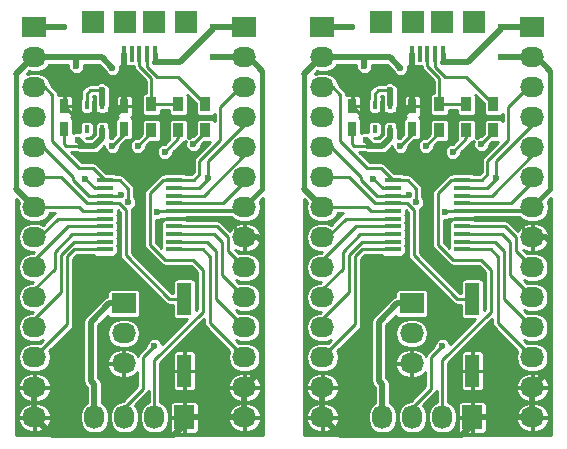
<source format=gbr>
G04 #@! TF.FileFunction,Copper,L1,Top,Signal*
%FSLAX46Y46*%
G04 Gerber Fmt 4.6, Leading zero omitted, Abs format (unit mm)*
G04 Created by KiCad (PCBNEW 4.0.2+dfsg1-stable) date So 12. marec 2016, 22:26:04 CET*
%MOMM*%
G01*
G04 APERTURE LIST*
%ADD10C,0.100000*%
%ADD11R,0.750000X1.200000*%
%ADD12R,2.032000X1.727200*%
%ADD13O,2.032000X1.727200*%
%ADD14R,1.727200X2.032000*%
%ADD15O,1.727200X2.032000*%
%ADD16R,0.900000X1.200000*%
%ADD17R,1.200000X2.700000*%
%ADD18R,1.450000X0.450000*%
%ADD19R,0.406400X0.660400*%
%ADD20R,0.400000X1.350000*%
%ADD21R,1.900000X1.900000*%
%ADD22C,0.600000*%
%ADD23C,0.500000*%
%ADD24C,0.250000*%
%ADD25C,0.400000*%
%ADD26C,0.300000*%
%ADD27C,0.220000*%
%ADD28C,0.254000*%
G04 APERTURE END LIST*
D10*
D11*
X139700000Y-110805000D03*
X139700000Y-108905000D03*
X134620000Y-110805000D03*
X134620000Y-108905000D03*
D12*
X132080000Y-102235000D03*
D13*
X132080000Y-104775000D03*
X132080000Y-107315000D03*
X132080000Y-109855000D03*
X132080000Y-112395000D03*
X132080000Y-114935000D03*
X132080000Y-117475000D03*
X132080000Y-120015000D03*
X132080000Y-122555000D03*
X132080000Y-125095000D03*
X132080000Y-127635000D03*
X132080000Y-130175000D03*
X132080000Y-132715000D03*
X132080000Y-135255000D03*
D14*
X144780000Y-135255000D03*
D15*
X142240000Y-135255000D03*
X139700000Y-135255000D03*
X137160000Y-135255000D03*
D12*
X149860000Y-102235000D03*
D13*
X149860000Y-104775000D03*
X149860000Y-107315000D03*
X149860000Y-109855000D03*
X149860000Y-112395000D03*
X149860000Y-114935000D03*
X149860000Y-117475000D03*
X149860000Y-120015000D03*
X149860000Y-122555000D03*
X149860000Y-125095000D03*
X149860000Y-127635000D03*
X149860000Y-130175000D03*
X149860000Y-132715000D03*
X149860000Y-135255000D03*
D12*
X139636500Y-125603000D03*
D13*
X139636500Y-128143000D03*
X139636500Y-130683000D03*
D16*
X146558000Y-108755000D03*
X146558000Y-110955000D03*
X141986000Y-108755000D03*
X141986000Y-110955000D03*
X144272000Y-108755000D03*
X144272000Y-110955000D03*
D17*
X144780000Y-125220000D03*
X144780000Y-131320000D03*
D18*
X138020000Y-115185000D03*
X138020000Y-115835000D03*
X138020000Y-116485000D03*
X138020000Y-117135000D03*
X138020000Y-117785000D03*
X138020000Y-118435000D03*
X138020000Y-119085000D03*
X138020000Y-119735000D03*
X138020000Y-120385000D03*
X138020000Y-121035000D03*
X143920000Y-121035000D03*
X143920000Y-120385000D03*
X143920000Y-119735000D03*
X143920000Y-119085000D03*
X143920000Y-118435000D03*
X143920000Y-117785000D03*
X143920000Y-117135000D03*
X143920000Y-116485000D03*
X143920000Y-115835000D03*
X143920000Y-115185000D03*
D19*
X137820400Y-108839000D03*
X136499600Y-108839000D03*
X137160000Y-108839000D03*
X136499600Y-110871000D03*
X137820400Y-110871000D03*
D20*
X142270000Y-104455000D03*
X141620000Y-104455000D03*
X140970000Y-104455000D03*
X140320000Y-104455000D03*
X139670000Y-104455000D03*
D21*
X144920000Y-101780000D03*
X137020000Y-101780000D03*
X142170000Y-101780000D03*
X139770000Y-101780000D03*
D11*
X139700000Y-110805000D03*
X139700000Y-108905000D03*
X134620000Y-110805000D03*
X134620000Y-108905000D03*
D12*
X132080000Y-102235000D03*
D13*
X132080000Y-104775000D03*
X132080000Y-107315000D03*
X132080000Y-109855000D03*
X132080000Y-112395000D03*
X132080000Y-114935000D03*
X132080000Y-117475000D03*
X132080000Y-120015000D03*
X132080000Y-122555000D03*
X132080000Y-125095000D03*
X132080000Y-127635000D03*
X132080000Y-130175000D03*
X132080000Y-132715000D03*
X132080000Y-135255000D03*
D14*
X144780000Y-135255000D03*
D15*
X142240000Y-135255000D03*
X139700000Y-135255000D03*
X137160000Y-135255000D03*
D12*
X149860000Y-102235000D03*
D13*
X149860000Y-104775000D03*
X149860000Y-107315000D03*
X149860000Y-109855000D03*
X149860000Y-112395000D03*
X149860000Y-114935000D03*
X149860000Y-117475000D03*
X149860000Y-120015000D03*
X149860000Y-122555000D03*
X149860000Y-125095000D03*
X149860000Y-127635000D03*
X149860000Y-130175000D03*
X149860000Y-132715000D03*
X149860000Y-135255000D03*
D12*
X139636500Y-125603000D03*
D13*
X139636500Y-128143000D03*
X139636500Y-130683000D03*
D16*
X146558000Y-108755000D03*
X146558000Y-110955000D03*
X141986000Y-108755000D03*
X141986000Y-110955000D03*
X144272000Y-108755000D03*
X144272000Y-110955000D03*
D17*
X144780000Y-125220000D03*
X144780000Y-131320000D03*
D18*
X138020000Y-115185000D03*
X138020000Y-115835000D03*
X138020000Y-116485000D03*
X138020000Y-117135000D03*
X138020000Y-117785000D03*
X138020000Y-118435000D03*
X138020000Y-119085000D03*
X138020000Y-119735000D03*
X138020000Y-120385000D03*
X138020000Y-121035000D03*
X143920000Y-121035000D03*
X143920000Y-120385000D03*
X143920000Y-119735000D03*
X143920000Y-119085000D03*
X143920000Y-118435000D03*
X143920000Y-117785000D03*
X143920000Y-117135000D03*
X143920000Y-116485000D03*
X143920000Y-115835000D03*
X143920000Y-115185000D03*
D19*
X137820400Y-108839000D03*
X136499600Y-108839000D03*
X137160000Y-108839000D03*
X136499600Y-110871000D03*
X137820400Y-110871000D03*
D20*
X142270000Y-104455000D03*
X141620000Y-104455000D03*
X140970000Y-104455000D03*
X140320000Y-104455000D03*
X139670000Y-104455000D03*
D21*
X144920000Y-101780000D03*
X137020000Y-101780000D03*
X142170000Y-101780000D03*
X139770000Y-101780000D03*
D11*
X164084000Y-110805000D03*
X164084000Y-108905000D03*
X159004000Y-110805000D03*
X159004000Y-108905000D03*
D12*
X156464000Y-102235000D03*
D13*
X156464000Y-104775000D03*
X156464000Y-107315000D03*
X156464000Y-109855000D03*
X156464000Y-112395000D03*
X156464000Y-114935000D03*
X156464000Y-117475000D03*
X156464000Y-120015000D03*
X156464000Y-122555000D03*
X156464000Y-125095000D03*
X156464000Y-127635000D03*
X156464000Y-130175000D03*
X156464000Y-132715000D03*
X156464000Y-135255000D03*
D14*
X169164000Y-135255000D03*
D15*
X166624000Y-135255000D03*
X164084000Y-135255000D03*
X161544000Y-135255000D03*
D12*
X174244000Y-102235000D03*
D13*
X174244000Y-104775000D03*
X174244000Y-107315000D03*
X174244000Y-109855000D03*
X174244000Y-112395000D03*
X174244000Y-114935000D03*
X174244000Y-117475000D03*
X174244000Y-120015000D03*
X174244000Y-122555000D03*
X174244000Y-125095000D03*
X174244000Y-127635000D03*
X174244000Y-130175000D03*
X174244000Y-132715000D03*
X174244000Y-135255000D03*
D12*
X164020500Y-125603000D03*
D13*
X164020500Y-128143000D03*
X164020500Y-130683000D03*
D16*
X170942000Y-108755000D03*
X170942000Y-110955000D03*
X166370000Y-108755000D03*
X166370000Y-110955000D03*
X168656000Y-108755000D03*
X168656000Y-110955000D03*
D17*
X169164000Y-125220000D03*
X169164000Y-131320000D03*
D18*
X162404000Y-115185000D03*
X162404000Y-115835000D03*
X162404000Y-116485000D03*
X162404000Y-117135000D03*
X162404000Y-117785000D03*
X162404000Y-118435000D03*
X162404000Y-119085000D03*
X162404000Y-119735000D03*
X162404000Y-120385000D03*
X162404000Y-121035000D03*
X168304000Y-121035000D03*
X168304000Y-120385000D03*
X168304000Y-119735000D03*
X168304000Y-119085000D03*
X168304000Y-118435000D03*
X168304000Y-117785000D03*
X168304000Y-117135000D03*
X168304000Y-116485000D03*
X168304000Y-115835000D03*
X168304000Y-115185000D03*
D19*
X162204400Y-108839000D03*
X160883600Y-108839000D03*
X161544000Y-108839000D03*
X160883600Y-110871000D03*
X162204400Y-110871000D03*
D20*
X166654000Y-104455000D03*
X166004000Y-104455000D03*
X165354000Y-104455000D03*
X164704000Y-104455000D03*
X164054000Y-104455000D03*
D21*
X169304000Y-101780000D03*
X161404000Y-101780000D03*
X166554000Y-101780000D03*
X164154000Y-101780000D03*
D22*
X140716000Y-106680000D03*
X142621000Y-118872000D03*
X140716000Y-106680000D03*
X142621000Y-118872000D03*
X165100000Y-106680000D03*
X167005000Y-118872000D03*
X139382500Y-116459000D03*
X139382500Y-116459000D03*
X163766500Y-116459000D03*
X136398000Y-115062000D03*
X136398000Y-115062000D03*
X160782000Y-115062000D03*
X138684000Y-112268000D03*
X137795000Y-107569000D03*
X147193000Y-102235000D03*
X134620000Y-102235000D03*
X138684000Y-112268000D03*
X137795000Y-107569000D03*
X147193000Y-102235000D03*
X134620000Y-102235000D03*
X163068000Y-112268000D03*
X162179000Y-107569000D03*
X171577000Y-102235000D03*
X159004000Y-102235000D03*
X142494000Y-117856000D03*
X143129000Y-112776000D03*
X135763000Y-111760000D03*
X135636000Y-105537000D03*
X147193000Y-104775000D03*
X138684000Y-105664000D03*
X142494000Y-117856000D03*
X143129000Y-112776000D03*
X135763000Y-111760000D03*
X135636000Y-105537000D03*
X147193000Y-104775000D03*
X138684000Y-105664000D03*
X166878000Y-117856000D03*
X167513000Y-112776000D03*
X160147000Y-111760000D03*
X160020000Y-105537000D03*
X171577000Y-104775000D03*
X163068000Y-105664000D03*
X140017500Y-117030500D03*
X140017500Y-117030500D03*
X164401500Y-117030500D03*
X146748500Y-114998500D03*
X142240000Y-129222500D03*
X146748500Y-114998500D03*
X142240000Y-129222500D03*
X171132500Y-114998500D03*
X166624000Y-129222500D03*
X140843000Y-112268000D03*
X140843000Y-112268000D03*
X165227000Y-112268000D03*
X145542000Y-112141000D03*
X145542000Y-112141000D03*
X169926000Y-112141000D03*
D23*
X139670000Y-106680000D02*
X140716000Y-106680000D01*
D24*
X143920000Y-118435000D02*
X143058000Y-118435000D01*
X143058000Y-118435000D02*
X142621000Y-118872000D01*
D25*
X144780000Y-135255000D02*
X144780000Y-135890000D01*
D23*
X144780000Y-135890000D02*
X143891000Y-136779000D01*
X133604000Y-136779000D02*
X132080000Y-135255000D01*
X143891000Y-136779000D02*
X133604000Y-136779000D01*
X132080000Y-135255000D02*
X132080000Y-132715000D01*
D25*
X132080000Y-132715000D02*
X132207000Y-132842000D01*
D23*
X149860000Y-120015000D02*
X151003000Y-120015000D01*
X151003000Y-120015000D02*
X151384000Y-120396000D01*
X151384000Y-120396000D02*
X151384000Y-131191000D01*
X151384000Y-131191000D02*
X149860000Y-132715000D01*
D24*
X144780000Y-135255000D02*
X144780000Y-132590000D01*
D23*
X144780000Y-135255000D02*
X149860000Y-135255000D01*
X149860000Y-135255000D02*
X149860000Y-132715000D01*
D26*
X143920000Y-118435000D02*
X148280000Y-118435000D01*
X148280000Y-118435000D02*
X149860000Y-120015000D01*
D24*
X137414000Y-109728000D02*
X135443000Y-109728000D01*
X135443000Y-109728000D02*
X134620000Y-108905000D01*
D23*
X139670000Y-104455000D02*
X139670000Y-106680000D01*
X139670000Y-106680000D02*
X139670000Y-108875000D01*
X139670000Y-108875000D02*
X138817000Y-109728000D01*
X138817000Y-109728000D02*
X137414000Y-109728000D01*
X137414000Y-109728000D02*
X137160000Y-109474000D01*
D25*
X137160000Y-109474000D02*
X137160000Y-108839000D01*
D23*
X139670000Y-106680000D02*
X140716000Y-106680000D01*
D24*
X143920000Y-118435000D02*
X143058000Y-118435000D01*
X143058000Y-118435000D02*
X142621000Y-118872000D01*
D25*
X144780000Y-135255000D02*
X144780000Y-135890000D01*
D23*
X144780000Y-135890000D02*
X143891000Y-136779000D01*
X133604000Y-136779000D02*
X132080000Y-135255000D01*
X143891000Y-136779000D02*
X133604000Y-136779000D01*
X132080000Y-135255000D02*
X132080000Y-132715000D01*
D25*
X132080000Y-132715000D02*
X132207000Y-132842000D01*
D23*
X149860000Y-120015000D02*
X151003000Y-120015000D01*
X151003000Y-120015000D02*
X151384000Y-120396000D01*
X151384000Y-120396000D02*
X151384000Y-131191000D01*
X151384000Y-131191000D02*
X149860000Y-132715000D01*
D24*
X144780000Y-135255000D02*
X144780000Y-132590000D01*
D23*
X144780000Y-135255000D02*
X149860000Y-135255000D01*
X149860000Y-135255000D02*
X149860000Y-132715000D01*
D26*
X143920000Y-118435000D02*
X148280000Y-118435000D01*
X148280000Y-118435000D02*
X149860000Y-120015000D01*
D24*
X137414000Y-109728000D02*
X135443000Y-109728000D01*
X135443000Y-109728000D02*
X134620000Y-108905000D01*
D23*
X139670000Y-104455000D02*
X139670000Y-106680000D01*
X139670000Y-106680000D02*
X139670000Y-108875000D01*
X139670000Y-108875000D02*
X138817000Y-109728000D01*
X138817000Y-109728000D02*
X137414000Y-109728000D01*
X137414000Y-109728000D02*
X137160000Y-109474000D01*
D25*
X137160000Y-109474000D02*
X137160000Y-108839000D01*
D23*
X164054000Y-106680000D02*
X165100000Y-106680000D01*
D24*
X168304000Y-118435000D02*
X167442000Y-118435000D01*
X167442000Y-118435000D02*
X167005000Y-118872000D01*
D25*
X169164000Y-135255000D02*
X169164000Y-135890000D01*
D23*
X169164000Y-135890000D02*
X168275000Y-136779000D01*
X157988000Y-136779000D02*
X156464000Y-135255000D01*
X168275000Y-136779000D02*
X157988000Y-136779000D01*
X156464000Y-135255000D02*
X156464000Y-132715000D01*
D25*
X156464000Y-132715000D02*
X156591000Y-132842000D01*
D23*
X174244000Y-120015000D02*
X175387000Y-120015000D01*
X175387000Y-120015000D02*
X175768000Y-120396000D01*
X175768000Y-120396000D02*
X175768000Y-131191000D01*
X175768000Y-131191000D02*
X174244000Y-132715000D01*
D24*
X169164000Y-135255000D02*
X169164000Y-132590000D01*
D23*
X169164000Y-135255000D02*
X174244000Y-135255000D01*
X174244000Y-135255000D02*
X174244000Y-132715000D01*
D26*
X168304000Y-118435000D02*
X172664000Y-118435000D01*
X172664000Y-118435000D02*
X174244000Y-120015000D01*
D24*
X161798000Y-109728000D02*
X159827000Y-109728000D01*
X159827000Y-109728000D02*
X159004000Y-108905000D01*
D23*
X164054000Y-104455000D02*
X164054000Y-106680000D01*
X164054000Y-106680000D02*
X164054000Y-108875000D01*
X164054000Y-108875000D02*
X163201000Y-109728000D01*
X163201000Y-109728000D02*
X161798000Y-109728000D01*
X161798000Y-109728000D02*
X161544000Y-109474000D01*
D25*
X161544000Y-109474000D02*
X161544000Y-108839000D01*
D24*
X138020000Y-116485000D02*
X139356500Y-116485000D01*
X139356500Y-116485000D02*
X139382500Y-116459000D01*
X132080000Y-112395000D02*
X132842000Y-112395000D01*
X132842000Y-112395000D02*
X135382000Y-114935000D01*
X135382000Y-114935000D02*
X135382000Y-115189000D01*
X135382000Y-115189000D02*
X136678000Y-116485000D01*
X136678000Y-116485000D02*
X138020000Y-116485000D01*
X138020000Y-116485000D02*
X139356500Y-116485000D01*
X139356500Y-116485000D02*
X139382500Y-116459000D01*
X132080000Y-112395000D02*
X132842000Y-112395000D01*
X132842000Y-112395000D02*
X135382000Y-114935000D01*
X135382000Y-114935000D02*
X135382000Y-115189000D01*
X135382000Y-115189000D02*
X136678000Y-116485000D01*
X136678000Y-116485000D02*
X138020000Y-116485000D01*
X162404000Y-116485000D02*
X163740500Y-116485000D01*
X163740500Y-116485000D02*
X163766500Y-116459000D01*
X156464000Y-112395000D02*
X157226000Y-112395000D01*
X157226000Y-112395000D02*
X159766000Y-114935000D01*
X159766000Y-114935000D02*
X159766000Y-115189000D01*
X159766000Y-115189000D02*
X161062000Y-116485000D01*
X161062000Y-116485000D02*
X162404000Y-116485000D01*
X137171000Y-115835000D02*
X138020000Y-115835000D01*
X136398000Y-115062000D02*
X137171000Y-115835000D01*
X137171000Y-115835000D02*
X138020000Y-115835000D01*
X136398000Y-115062000D02*
X137171000Y-115835000D01*
X161555000Y-115835000D02*
X162404000Y-115835000D01*
X160782000Y-115062000D02*
X161555000Y-115835000D01*
D25*
X142270000Y-104455000D02*
X142270000Y-105156000D01*
D24*
X139700000Y-110805000D02*
X139700000Y-111252000D01*
X139700000Y-111252000D02*
X138684000Y-112268000D01*
D23*
X147193000Y-102235000D02*
X147193000Y-102362000D01*
X147193000Y-102362000D02*
X144399000Y-105156000D01*
X144399000Y-105156000D02*
X142270000Y-105156000D01*
D25*
X142270000Y-105156000D02*
X142240000Y-105156000D01*
D24*
X136499600Y-108839000D02*
X136499600Y-107848400D01*
X136779000Y-107569000D02*
X137795000Y-107569000D01*
X136499600Y-107848400D02*
X136779000Y-107569000D01*
D23*
X137820400Y-108839000D02*
X137820400Y-107594400D01*
D25*
X137820400Y-107594400D02*
X137795000Y-107569000D01*
D23*
X149860000Y-102235000D02*
X147193000Y-102235000D01*
X134620000Y-102235000D02*
X132080000Y-102235000D01*
D25*
X142270000Y-104455000D02*
X142270000Y-105156000D01*
D24*
X139700000Y-110805000D02*
X139700000Y-111252000D01*
X139700000Y-111252000D02*
X138684000Y-112268000D01*
D23*
X147193000Y-102235000D02*
X147193000Y-102362000D01*
X147193000Y-102362000D02*
X144399000Y-105156000D01*
X144399000Y-105156000D02*
X142270000Y-105156000D01*
D25*
X142270000Y-105156000D02*
X142240000Y-105156000D01*
D24*
X136499600Y-108839000D02*
X136499600Y-107848400D01*
X136779000Y-107569000D02*
X137795000Y-107569000D01*
X136499600Y-107848400D02*
X136779000Y-107569000D01*
D23*
X137820400Y-108839000D02*
X137820400Y-107594400D01*
D25*
X137820400Y-107594400D02*
X137795000Y-107569000D01*
D23*
X149860000Y-102235000D02*
X147193000Y-102235000D01*
X134620000Y-102235000D02*
X132080000Y-102235000D01*
D25*
X166654000Y-104455000D02*
X166654000Y-105156000D01*
D24*
X164084000Y-110805000D02*
X164084000Y-111252000D01*
X164084000Y-111252000D02*
X163068000Y-112268000D01*
D23*
X171577000Y-102235000D02*
X171577000Y-102362000D01*
X171577000Y-102362000D02*
X168783000Y-105156000D01*
X168783000Y-105156000D02*
X166654000Y-105156000D01*
D25*
X166654000Y-105156000D02*
X166624000Y-105156000D01*
D24*
X160883600Y-108839000D02*
X160883600Y-107848400D01*
X161163000Y-107569000D02*
X162179000Y-107569000D01*
X160883600Y-107848400D02*
X161163000Y-107569000D01*
D23*
X162204400Y-108839000D02*
X162204400Y-107594400D01*
D25*
X162204400Y-107594400D02*
X162179000Y-107569000D01*
D23*
X174244000Y-102235000D02*
X171577000Y-102235000D01*
X159004000Y-102235000D02*
X156464000Y-102235000D01*
X139636500Y-125603000D02*
X138430000Y-125603000D01*
X137160000Y-132461000D02*
X136842500Y-132143500D01*
X136842500Y-132143500D02*
X136842500Y-127190500D01*
X136842500Y-127190500D02*
X138430000Y-125603000D01*
X137160000Y-132461000D02*
X137160000Y-135255000D01*
D24*
X143920000Y-117785000D02*
X142565000Y-117785000D01*
X142565000Y-117785000D02*
X142494000Y-117856000D01*
X132080000Y-117475000D02*
X135890000Y-117475000D01*
X136200000Y-117785000D02*
X138020000Y-117785000D01*
X135890000Y-117475000D02*
X136200000Y-117785000D01*
D26*
X143920000Y-117785000D02*
X149550000Y-117785000D01*
D25*
X149550000Y-117785000D02*
X149860000Y-117475000D01*
D24*
X144272000Y-110955000D02*
X144272000Y-111633000D01*
X144272000Y-111633000D02*
X143129000Y-112776000D01*
D25*
X149860000Y-104775000D02*
X150241000Y-104775000D01*
D23*
X150241000Y-104775000D02*
X151384000Y-105918000D01*
D25*
X151384000Y-115951000D02*
X149860000Y-117475000D01*
X151384000Y-105918000D02*
X151384000Y-115951000D01*
X132080000Y-104775000D02*
X131953000Y-104775000D01*
D23*
X131953000Y-104775000D02*
X130556000Y-106172000D01*
X130556000Y-115951000D02*
X132080000Y-117475000D01*
D25*
X130556000Y-106172000D02*
X130556000Y-115951000D01*
D23*
X135636000Y-104775000D02*
X135636000Y-105537000D01*
X135763000Y-111760000D02*
X136271000Y-112268000D01*
X149860000Y-104775000D02*
X147193000Y-104775000D01*
X138684000Y-105664000D02*
X137795000Y-104775000D01*
X137795000Y-104775000D02*
X135636000Y-104775000D01*
X135636000Y-104775000D02*
X132080000Y-104775000D01*
X137820400Y-110871000D02*
X137820400Y-111607600D01*
X137160000Y-112268000D02*
X136271000Y-112268000D01*
X137820400Y-111607600D02*
X137160000Y-112268000D01*
D24*
X134620000Y-112141000D02*
X134620000Y-110805000D01*
X134747000Y-112268000D02*
X134620000Y-112141000D01*
D25*
X136271000Y-112268000D02*
X135890000Y-112268000D01*
D24*
X135890000Y-112268000D02*
X134747000Y-112268000D01*
D23*
X139636500Y-125603000D02*
X138430000Y-125603000D01*
X137160000Y-132461000D02*
X136842500Y-132143500D01*
X136842500Y-132143500D02*
X136842500Y-127190500D01*
X136842500Y-127190500D02*
X138430000Y-125603000D01*
X137160000Y-132461000D02*
X137160000Y-135255000D01*
D24*
X143920000Y-117785000D02*
X142565000Y-117785000D01*
X142565000Y-117785000D02*
X142494000Y-117856000D01*
X132080000Y-117475000D02*
X135890000Y-117475000D01*
X136200000Y-117785000D02*
X138020000Y-117785000D01*
X135890000Y-117475000D02*
X136200000Y-117785000D01*
D26*
X143920000Y-117785000D02*
X149550000Y-117785000D01*
D25*
X149550000Y-117785000D02*
X149860000Y-117475000D01*
D24*
X144272000Y-110955000D02*
X144272000Y-111633000D01*
X144272000Y-111633000D02*
X143129000Y-112776000D01*
D25*
X149860000Y-104775000D02*
X150241000Y-104775000D01*
D23*
X150241000Y-104775000D02*
X151384000Y-105918000D01*
D25*
X151384000Y-115951000D02*
X149860000Y-117475000D01*
X151384000Y-105918000D02*
X151384000Y-115951000D01*
X132080000Y-104775000D02*
X131953000Y-104775000D01*
D23*
X131953000Y-104775000D02*
X130556000Y-106172000D01*
X130556000Y-115951000D02*
X132080000Y-117475000D01*
D25*
X130556000Y-106172000D02*
X130556000Y-115951000D01*
D23*
X135636000Y-104775000D02*
X135636000Y-105537000D01*
X135763000Y-111760000D02*
X136271000Y-112268000D01*
X149860000Y-104775000D02*
X147193000Y-104775000D01*
X138684000Y-105664000D02*
X137795000Y-104775000D01*
X137795000Y-104775000D02*
X135636000Y-104775000D01*
X135636000Y-104775000D02*
X132080000Y-104775000D01*
X137820400Y-110871000D02*
X137820400Y-111607600D01*
X137160000Y-112268000D02*
X136271000Y-112268000D01*
X137820400Y-111607600D02*
X137160000Y-112268000D01*
D24*
X134620000Y-112141000D02*
X134620000Y-110805000D01*
X134747000Y-112268000D02*
X134620000Y-112141000D01*
D25*
X136271000Y-112268000D02*
X135890000Y-112268000D01*
D24*
X135890000Y-112268000D02*
X134747000Y-112268000D01*
D23*
X164020500Y-125603000D02*
X162814000Y-125603000D01*
X161544000Y-132461000D02*
X161226500Y-132143500D01*
X161226500Y-132143500D02*
X161226500Y-127190500D01*
X161226500Y-127190500D02*
X162814000Y-125603000D01*
X161544000Y-132461000D02*
X161544000Y-135255000D01*
D24*
X168304000Y-117785000D02*
X166949000Y-117785000D01*
X166949000Y-117785000D02*
X166878000Y-117856000D01*
X156464000Y-117475000D02*
X160274000Y-117475000D01*
X160584000Y-117785000D02*
X162404000Y-117785000D01*
X160274000Y-117475000D02*
X160584000Y-117785000D01*
D26*
X168304000Y-117785000D02*
X173934000Y-117785000D01*
D25*
X173934000Y-117785000D02*
X174244000Y-117475000D01*
D24*
X168656000Y-110955000D02*
X168656000Y-111633000D01*
X168656000Y-111633000D02*
X167513000Y-112776000D01*
D25*
X174244000Y-104775000D02*
X174625000Y-104775000D01*
D23*
X174625000Y-104775000D02*
X175768000Y-105918000D01*
D25*
X175768000Y-115951000D02*
X174244000Y-117475000D01*
X175768000Y-105918000D02*
X175768000Y-115951000D01*
X156464000Y-104775000D02*
X156337000Y-104775000D01*
D23*
X156337000Y-104775000D02*
X154940000Y-106172000D01*
X154940000Y-115951000D02*
X156464000Y-117475000D01*
D25*
X154940000Y-106172000D02*
X154940000Y-115951000D01*
D23*
X160020000Y-104775000D02*
X160020000Y-105537000D01*
X160147000Y-111760000D02*
X160655000Y-112268000D01*
X174244000Y-104775000D02*
X171577000Y-104775000D01*
X163068000Y-105664000D02*
X162179000Y-104775000D01*
X162179000Y-104775000D02*
X160020000Y-104775000D01*
X160020000Y-104775000D02*
X156464000Y-104775000D01*
X162204400Y-110871000D02*
X162204400Y-111607600D01*
X161544000Y-112268000D02*
X160655000Y-112268000D01*
X162204400Y-111607600D02*
X161544000Y-112268000D01*
D24*
X159004000Y-112141000D02*
X159004000Y-110805000D01*
X159131000Y-112268000D02*
X159004000Y-112141000D01*
D25*
X160655000Y-112268000D02*
X160274000Y-112268000D01*
D24*
X160274000Y-112268000D02*
X159131000Y-112268000D01*
X138020000Y-115185000D02*
X139315000Y-115185000D01*
X140017500Y-115887500D02*
X139315000Y-115185000D01*
X140017500Y-117030500D02*
X140017500Y-115887500D01*
X132080000Y-107315000D02*
X132969000Y-107315000D01*
X132969000Y-107315000D02*
X133604000Y-107950000D01*
X133604000Y-107950000D02*
X133604000Y-111887000D01*
X133604000Y-111887000D02*
X135890000Y-114173000D01*
X135890000Y-114173000D02*
X137008000Y-114173000D01*
X137008000Y-114173000D02*
X138020000Y-115185000D01*
X138020000Y-115185000D02*
X139315000Y-115185000D01*
X140017500Y-115887500D02*
X139315000Y-115185000D01*
X140017500Y-117030500D02*
X140017500Y-115887500D01*
X132080000Y-107315000D02*
X132969000Y-107315000D01*
X132969000Y-107315000D02*
X133604000Y-107950000D01*
X133604000Y-107950000D02*
X133604000Y-111887000D01*
X133604000Y-111887000D02*
X135890000Y-114173000D01*
X135890000Y-114173000D02*
X137008000Y-114173000D01*
X137008000Y-114173000D02*
X138020000Y-115185000D01*
X162404000Y-115185000D02*
X163699000Y-115185000D01*
X164401500Y-115887500D02*
X163699000Y-115185000D01*
X164401500Y-117030500D02*
X164401500Y-115887500D01*
X156464000Y-107315000D02*
X157353000Y-107315000D01*
X157353000Y-107315000D02*
X157988000Y-107950000D01*
X157988000Y-107950000D02*
X157988000Y-111887000D01*
X157988000Y-111887000D02*
X160274000Y-114173000D01*
X160274000Y-114173000D02*
X161392000Y-114173000D01*
X161392000Y-114173000D02*
X162404000Y-115185000D01*
X144780000Y-125220000D02*
X143510000Y-125220000D01*
X139233000Y-117135000D02*
X139827000Y-117729000D01*
X139827000Y-117729000D02*
X139827000Y-121537000D01*
X139827000Y-121537000D02*
X143510000Y-125220000D01*
X139233000Y-117135000D02*
X138020000Y-117135000D01*
X132080000Y-114935000D02*
X134366000Y-114935000D01*
X136566000Y-117135000D02*
X138020000Y-117135000D01*
X134366000Y-114935000D02*
X136566000Y-117135000D01*
X144780000Y-125220000D02*
X143510000Y-125220000D01*
X139233000Y-117135000D02*
X139827000Y-117729000D01*
X139827000Y-117729000D02*
X139827000Y-121537000D01*
X139827000Y-121537000D02*
X143510000Y-125220000D01*
X139233000Y-117135000D02*
X138020000Y-117135000D01*
X132080000Y-114935000D02*
X134366000Y-114935000D01*
X136566000Y-117135000D02*
X138020000Y-117135000D01*
X134366000Y-114935000D02*
X136566000Y-117135000D01*
X169164000Y-125220000D02*
X167894000Y-125220000D01*
X163617000Y-117135000D02*
X164211000Y-117729000D01*
X164211000Y-117729000D02*
X164211000Y-121537000D01*
X164211000Y-121537000D02*
X167894000Y-125220000D01*
X163617000Y-117135000D02*
X162404000Y-117135000D01*
X156464000Y-114935000D02*
X158750000Y-114935000D01*
X160950000Y-117135000D02*
X162404000Y-117135000D01*
X158750000Y-114935000D02*
X160950000Y-117135000D01*
X132080000Y-120015000D02*
X132461000Y-120015000D01*
X132461000Y-120015000D02*
X134041000Y-118435000D01*
X134041000Y-118435000D02*
X138020000Y-118435000D01*
X132080000Y-120015000D02*
X132461000Y-120015000D01*
X132461000Y-120015000D02*
X134041000Y-118435000D01*
X134041000Y-118435000D02*
X138020000Y-118435000D01*
X156464000Y-120015000D02*
X156845000Y-120015000D01*
X156845000Y-120015000D02*
X158425000Y-118435000D01*
X158425000Y-118435000D02*
X162404000Y-118435000D01*
X132080000Y-122555000D02*
X132080000Y-121920000D01*
X132080000Y-121920000D02*
X134915000Y-119085000D01*
X134915000Y-119085000D02*
X138020000Y-119085000D01*
X132080000Y-122555000D02*
X132080000Y-121920000D01*
X132080000Y-121920000D02*
X134915000Y-119085000D01*
X134915000Y-119085000D02*
X138020000Y-119085000D01*
X156464000Y-122555000D02*
X156464000Y-121920000D01*
X156464000Y-121920000D02*
X159299000Y-119085000D01*
X159299000Y-119085000D02*
X162404000Y-119085000D01*
X132080000Y-125095000D02*
X132080000Y-124396500D01*
X132080000Y-124396500D02*
X133794500Y-122682000D01*
X133794500Y-122682000D02*
X133794500Y-121221500D01*
X133794500Y-121221500D02*
X135281000Y-119735000D01*
X135281000Y-119735000D02*
X138020000Y-119735000D01*
X132080000Y-125095000D02*
X132080000Y-124396500D01*
X132080000Y-124396500D02*
X133794500Y-122682000D01*
X133794500Y-122682000D02*
X133794500Y-121221500D01*
X133794500Y-121221500D02*
X135281000Y-119735000D01*
X135281000Y-119735000D02*
X138020000Y-119735000D01*
X156464000Y-125095000D02*
X156464000Y-124396500D01*
X156464000Y-124396500D02*
X158178500Y-122682000D01*
X158178500Y-122682000D02*
X158178500Y-121221500D01*
X158178500Y-121221500D02*
X159665000Y-119735000D01*
X159665000Y-119735000D02*
X162404000Y-119735000D01*
X132080000Y-127635000D02*
X132080000Y-126936500D01*
X132080000Y-126936500D02*
X134366000Y-124650500D01*
X134366000Y-124650500D02*
X134366000Y-121475500D01*
X134366000Y-121475500D02*
X135456500Y-120385000D01*
X135456500Y-120385000D02*
X138020000Y-120385000D01*
X132080000Y-127635000D02*
X132080000Y-126936500D01*
X132080000Y-126936500D02*
X134366000Y-124650500D01*
X134366000Y-124650500D02*
X134366000Y-121475500D01*
X134366000Y-121475500D02*
X135456500Y-120385000D01*
X135456500Y-120385000D02*
X138020000Y-120385000D01*
X156464000Y-127635000D02*
X156464000Y-126936500D01*
X156464000Y-126936500D02*
X158750000Y-124650500D01*
X158750000Y-124650500D02*
X158750000Y-121475500D01*
X158750000Y-121475500D02*
X159840500Y-120385000D01*
X159840500Y-120385000D02*
X162404000Y-120385000D01*
X138020000Y-121035000D02*
X135442898Y-121035000D01*
X134874000Y-127381000D02*
X132080000Y-130175000D01*
X134874000Y-121603898D02*
X134874000Y-127381000D01*
X135442898Y-121035000D02*
X134874000Y-121603898D01*
X138020000Y-121035000D02*
X135442898Y-121035000D01*
X134874000Y-127381000D02*
X132080000Y-130175000D01*
X134874000Y-121603898D02*
X134874000Y-127381000D01*
X135442898Y-121035000D02*
X134874000Y-121603898D01*
X162404000Y-121035000D02*
X159826898Y-121035000D01*
X159258000Y-127381000D02*
X156464000Y-130175000D01*
X159258000Y-121603898D02*
X159258000Y-127381000D01*
X159826898Y-121035000D02*
X159258000Y-121603898D01*
X143920000Y-115185000D02*
X142942500Y-115185000D01*
X142240000Y-130429000D02*
X142240000Y-135255000D01*
X146367500Y-126301500D02*
X142240000Y-130429000D01*
X146367500Y-122745500D02*
X146367500Y-126301500D01*
X145542000Y-121920000D02*
X146367500Y-122745500D01*
X143129000Y-121920000D02*
X145542000Y-121920000D01*
X141859000Y-120650000D02*
X143129000Y-121920000D01*
X141859000Y-116268500D02*
X141859000Y-120650000D01*
X142942500Y-115185000D02*
X141859000Y-116268500D01*
X149860000Y-107315000D02*
X149479000Y-107315000D01*
X149479000Y-107315000D02*
X147828000Y-108966000D01*
X147828000Y-108966000D02*
X147828000Y-111760000D01*
X147828000Y-111760000D02*
X146050000Y-113538000D01*
X146050000Y-113538000D02*
X146050000Y-114681000D01*
X146050000Y-114681000D02*
X145546000Y-115185000D01*
X145546000Y-115185000D02*
X143920000Y-115185000D01*
X143920000Y-115185000D02*
X142942500Y-115185000D01*
X142240000Y-130429000D02*
X142240000Y-135255000D01*
X146367500Y-126301500D02*
X142240000Y-130429000D01*
X146367500Y-122745500D02*
X146367500Y-126301500D01*
X145542000Y-121920000D02*
X146367500Y-122745500D01*
X143129000Y-121920000D02*
X145542000Y-121920000D01*
X141859000Y-120650000D02*
X143129000Y-121920000D01*
X141859000Y-116268500D02*
X141859000Y-120650000D01*
X142942500Y-115185000D02*
X141859000Y-116268500D01*
X149860000Y-107315000D02*
X149479000Y-107315000D01*
X149479000Y-107315000D02*
X147828000Y-108966000D01*
X147828000Y-108966000D02*
X147828000Y-111760000D01*
X147828000Y-111760000D02*
X146050000Y-113538000D01*
X146050000Y-113538000D02*
X146050000Y-114681000D01*
X146050000Y-114681000D02*
X145546000Y-115185000D01*
X145546000Y-115185000D02*
X143920000Y-115185000D01*
X168304000Y-115185000D02*
X167326500Y-115185000D01*
X166624000Y-130429000D02*
X166624000Y-135255000D01*
X170751500Y-126301500D02*
X166624000Y-130429000D01*
X170751500Y-122745500D02*
X170751500Y-126301500D01*
X169926000Y-121920000D02*
X170751500Y-122745500D01*
X167513000Y-121920000D02*
X169926000Y-121920000D01*
X166243000Y-120650000D02*
X167513000Y-121920000D01*
X166243000Y-116268500D02*
X166243000Y-120650000D01*
X167326500Y-115185000D02*
X166243000Y-116268500D01*
X174244000Y-107315000D02*
X173863000Y-107315000D01*
X173863000Y-107315000D02*
X172212000Y-108966000D01*
X172212000Y-108966000D02*
X172212000Y-111760000D01*
X172212000Y-111760000D02*
X170434000Y-113538000D01*
X170434000Y-113538000D02*
X170434000Y-114681000D01*
X170434000Y-114681000D02*
X169930000Y-115185000D01*
X169930000Y-115185000D02*
X168304000Y-115185000D01*
X146812000Y-114935000D02*
X146812000Y-114300000D01*
X146748500Y-114998500D02*
X146812000Y-114935000D01*
X139700000Y-135255000D02*
X139700000Y-134429500D01*
X139700000Y-134429500D02*
X141287500Y-132842000D01*
X141287500Y-132842000D02*
X141287500Y-130175000D01*
X141287500Y-130175000D02*
X142240000Y-129222500D01*
X149860000Y-109855000D02*
X149860000Y-110490000D01*
X149860000Y-110490000D02*
X146812000Y-113538000D01*
X146812000Y-113538000D02*
X146812000Y-114300000D01*
X146812000Y-114300000D02*
X146812000Y-115062000D01*
X146039000Y-115835000D02*
X143920000Y-115835000D01*
X146812000Y-115062000D02*
X146039000Y-115835000D01*
X146812000Y-114935000D02*
X146812000Y-114300000D01*
X146748500Y-114998500D02*
X146812000Y-114935000D01*
X139700000Y-135255000D02*
X139700000Y-134429500D01*
X139700000Y-134429500D02*
X141287500Y-132842000D01*
X141287500Y-132842000D02*
X141287500Y-130175000D01*
X141287500Y-130175000D02*
X142240000Y-129222500D01*
X149860000Y-109855000D02*
X149860000Y-110490000D01*
X149860000Y-110490000D02*
X146812000Y-113538000D01*
X146812000Y-113538000D02*
X146812000Y-114300000D01*
X146812000Y-114300000D02*
X146812000Y-115062000D01*
X146039000Y-115835000D02*
X143920000Y-115835000D01*
X146812000Y-115062000D02*
X146039000Y-115835000D01*
X171196000Y-114935000D02*
X171196000Y-114300000D01*
X171132500Y-114998500D02*
X171196000Y-114935000D01*
X164084000Y-135255000D02*
X164084000Y-134429500D01*
X164084000Y-134429500D02*
X165671500Y-132842000D01*
X165671500Y-132842000D02*
X165671500Y-130175000D01*
X165671500Y-130175000D02*
X166624000Y-129222500D01*
X174244000Y-109855000D02*
X174244000Y-110490000D01*
X174244000Y-110490000D02*
X171196000Y-113538000D01*
X171196000Y-113538000D02*
X171196000Y-114300000D01*
X171196000Y-114300000D02*
X171196000Y-115062000D01*
X170423000Y-115835000D02*
X168304000Y-115835000D01*
X171196000Y-115062000D02*
X170423000Y-115835000D01*
X141986000Y-110955000D02*
X141986000Y-111125000D01*
X141986000Y-111125000D02*
X140843000Y-112268000D01*
X149860000Y-112395000D02*
X149860000Y-113030000D01*
X149860000Y-113030000D02*
X146405000Y-116485000D01*
X146405000Y-116485000D02*
X143920000Y-116485000D01*
X141986000Y-110955000D02*
X141986000Y-111125000D01*
X141986000Y-111125000D02*
X140843000Y-112268000D01*
X149860000Y-112395000D02*
X149860000Y-113030000D01*
X149860000Y-113030000D02*
X146405000Y-116485000D01*
X146405000Y-116485000D02*
X143920000Y-116485000D01*
X166370000Y-110955000D02*
X166370000Y-111125000D01*
X166370000Y-111125000D02*
X165227000Y-112268000D01*
X174244000Y-112395000D02*
X174244000Y-113030000D01*
X174244000Y-113030000D02*
X170789000Y-116485000D01*
X170789000Y-116485000D02*
X168304000Y-116485000D01*
X149860000Y-114935000D02*
X149860000Y-115316000D01*
X149860000Y-115316000D02*
X148041000Y-117135000D01*
X148041000Y-117135000D02*
X143920000Y-117135000D01*
X146558000Y-110955000D02*
X146558000Y-111125000D01*
X146558000Y-111125000D02*
X145542000Y-112141000D01*
X149860000Y-114935000D02*
X149860000Y-115316000D01*
X149860000Y-115316000D02*
X148041000Y-117135000D01*
X148041000Y-117135000D02*
X143920000Y-117135000D01*
X146558000Y-110955000D02*
X146558000Y-111125000D01*
X146558000Y-111125000D02*
X145542000Y-112141000D01*
X174244000Y-114935000D02*
X174244000Y-115316000D01*
X174244000Y-115316000D02*
X172425000Y-117135000D01*
X172425000Y-117135000D02*
X168304000Y-117135000D01*
X170942000Y-110955000D02*
X170942000Y-111125000D01*
X170942000Y-111125000D02*
X169926000Y-112141000D01*
X143920000Y-119085000D02*
X147533000Y-119085000D01*
X148463000Y-121158000D02*
X149860000Y-122555000D01*
X148463000Y-120015000D02*
X148463000Y-121158000D01*
X147533000Y-119085000D02*
X148463000Y-120015000D01*
X143920000Y-119085000D02*
X147533000Y-119085000D01*
X148463000Y-121158000D02*
X149860000Y-122555000D01*
X148463000Y-120015000D02*
X148463000Y-121158000D01*
X147533000Y-119085000D02*
X148463000Y-120015000D01*
X168304000Y-119085000D02*
X171917000Y-119085000D01*
X172847000Y-121158000D02*
X174244000Y-122555000D01*
X172847000Y-120015000D02*
X172847000Y-121158000D01*
X171917000Y-119085000D02*
X172847000Y-120015000D01*
X143920000Y-119735000D02*
X147294000Y-119735000D01*
X147955000Y-123190000D02*
X149860000Y-125095000D01*
X147955000Y-120396000D02*
X147955000Y-123190000D01*
X147294000Y-119735000D02*
X147955000Y-120396000D01*
X143920000Y-119735000D02*
X147294000Y-119735000D01*
X147955000Y-123190000D02*
X149860000Y-125095000D01*
X147955000Y-120396000D02*
X147955000Y-123190000D01*
X147294000Y-119735000D02*
X147955000Y-120396000D01*
X168304000Y-119735000D02*
X171678000Y-119735000D01*
X172339000Y-123190000D02*
X174244000Y-125095000D01*
X172339000Y-120396000D02*
X172339000Y-123190000D01*
X171678000Y-119735000D02*
X172339000Y-120396000D01*
X143920000Y-120385000D02*
X146674000Y-120385000D01*
X147447000Y-125222000D02*
X149860000Y-127635000D01*
X147447000Y-121158000D02*
X147447000Y-125222000D01*
X146674000Y-120385000D02*
X147447000Y-121158000D01*
X143920000Y-120385000D02*
X146674000Y-120385000D01*
X147447000Y-125222000D02*
X149860000Y-127635000D01*
X147447000Y-121158000D02*
X147447000Y-125222000D01*
X146674000Y-120385000D02*
X147447000Y-121158000D01*
X168304000Y-120385000D02*
X171058000Y-120385000D01*
X171831000Y-125222000D02*
X174244000Y-127635000D01*
X171831000Y-121158000D02*
X171831000Y-125222000D01*
X171058000Y-120385000D02*
X171831000Y-121158000D01*
X143920000Y-121035000D02*
X146308000Y-121035000D01*
X146939000Y-127254000D02*
X149860000Y-130175000D01*
X146939000Y-121666000D02*
X146939000Y-127254000D01*
X146308000Y-121035000D02*
X146939000Y-121666000D01*
X143920000Y-121035000D02*
X146308000Y-121035000D01*
X146939000Y-127254000D02*
X149860000Y-130175000D01*
X146939000Y-121666000D02*
X146939000Y-127254000D01*
X146308000Y-121035000D02*
X146939000Y-121666000D01*
X168304000Y-121035000D02*
X170692000Y-121035000D01*
X171323000Y-127254000D02*
X174244000Y-130175000D01*
X171323000Y-121666000D02*
X171323000Y-127254000D01*
X170692000Y-121035000D02*
X171323000Y-121666000D01*
X141620000Y-104455000D02*
X141620000Y-105552000D01*
D27*
X141620000Y-105552000D02*
X142494000Y-106426000D01*
D24*
X142494000Y-106426000D02*
X144229000Y-106426000D01*
X144229000Y-106426000D02*
X146558000Y-108755000D01*
X141620000Y-104455000D02*
X141620000Y-105552000D01*
D27*
X141620000Y-105552000D02*
X142494000Y-106426000D01*
D24*
X142494000Y-106426000D02*
X144229000Y-106426000D01*
X144229000Y-106426000D02*
X146558000Y-108755000D01*
X166004000Y-104455000D02*
X166004000Y-105552000D01*
D27*
X166004000Y-105552000D02*
X166878000Y-106426000D01*
D24*
X166878000Y-106426000D02*
X168613000Y-106426000D01*
X168613000Y-106426000D02*
X170942000Y-108755000D01*
D27*
X141986000Y-108755000D02*
X144272000Y-108755000D01*
X140970000Y-104455000D02*
X140970000Y-105537000D01*
X141986000Y-106553000D02*
X141986000Y-108755000D01*
X140970000Y-105537000D02*
X141986000Y-106553000D01*
X141986000Y-108755000D02*
X144272000Y-108755000D01*
X140970000Y-104455000D02*
X140970000Y-105537000D01*
X141986000Y-106553000D02*
X141986000Y-108755000D01*
X140970000Y-105537000D02*
X141986000Y-106553000D01*
X166370000Y-108755000D02*
X168656000Y-108755000D01*
X165354000Y-104455000D02*
X165354000Y-105537000D01*
X166370000Y-106553000D02*
X166370000Y-108755000D01*
X165354000Y-105537000D02*
X166370000Y-106553000D01*
D28*
G36*
X151465000Y-136733000D02*
X130475000Y-136733000D01*
X130475000Y-135471756D01*
X130706082Y-135471756D01*
X130772634Y-135708508D01*
X131034100Y-136115973D01*
X131431594Y-136392363D01*
X131904600Y-136495600D01*
X132057000Y-136495600D01*
X132057000Y-135278000D01*
X132103000Y-135278000D01*
X132103000Y-136495600D01*
X132255400Y-136495600D01*
X132728406Y-136392363D01*
X133125900Y-136115973D01*
X133387366Y-135708508D01*
X133453918Y-135471756D01*
X133378519Y-135278000D01*
X132103000Y-135278000D01*
X132057000Y-135278000D01*
X130781481Y-135278000D01*
X130706082Y-135471756D01*
X130475000Y-135471756D01*
X130475000Y-135038244D01*
X130706082Y-135038244D01*
X130781481Y-135232000D01*
X132057000Y-135232000D01*
X132057000Y-134014400D01*
X132103000Y-134014400D01*
X132103000Y-135232000D01*
X133378519Y-135232000D01*
X133439493Y-135075310D01*
X135919400Y-135075310D01*
X135919400Y-135434690D01*
X136013835Y-135909447D01*
X136282763Y-136311927D01*
X136685243Y-136580855D01*
X137160000Y-136675290D01*
X137634757Y-136580855D01*
X138037237Y-136311927D01*
X138306165Y-135909447D01*
X138400600Y-135434690D01*
X138400600Y-135075310D01*
X138306165Y-134600553D01*
X138037237Y-134198073D01*
X137787000Y-134030870D01*
X137787000Y-132461000D01*
X137771573Y-132383442D01*
X137739273Y-132221058D01*
X137603356Y-132017644D01*
X137469500Y-131883788D01*
X137469500Y-130899756D01*
X138262582Y-130899756D01*
X138329134Y-131136508D01*
X138590600Y-131543973D01*
X138988094Y-131820363D01*
X139461100Y-131923600D01*
X139613500Y-131923600D01*
X139613500Y-130706000D01*
X138337981Y-130706000D01*
X138262582Y-130899756D01*
X137469500Y-130899756D01*
X137469500Y-130466244D01*
X138262582Y-130466244D01*
X138337981Y-130660000D01*
X139613500Y-130660000D01*
X139613500Y-129442400D01*
X139461100Y-129442400D01*
X138988094Y-129545637D01*
X138590600Y-129822027D01*
X138329134Y-130229492D01*
X138262582Y-130466244D01*
X137469500Y-130466244D01*
X137469500Y-128143000D01*
X138216210Y-128143000D01*
X138310645Y-128617757D01*
X138579573Y-129020237D01*
X138982053Y-129289165D01*
X139456810Y-129383600D01*
X139816190Y-129383600D01*
X140290947Y-129289165D01*
X140693427Y-129020237D01*
X140962355Y-128617757D01*
X141056790Y-128143000D01*
X140962355Y-127668243D01*
X140693427Y-127265763D01*
X140290947Y-126996835D01*
X139816190Y-126902400D01*
X139456810Y-126902400D01*
X138982053Y-126996835D01*
X138579573Y-127265763D01*
X138310645Y-127668243D01*
X138216210Y-128143000D01*
X137469500Y-128143000D01*
X137469500Y-127450212D01*
X138282372Y-126637340D01*
X138344970Y-126734620D01*
X138470953Y-126820701D01*
X138620500Y-126850985D01*
X140652500Y-126850985D01*
X140792208Y-126824697D01*
X140920520Y-126742130D01*
X141006601Y-126616147D01*
X141036885Y-126466600D01*
X141036885Y-124739400D01*
X141010597Y-124599692D01*
X140928030Y-124471380D01*
X140802047Y-124385299D01*
X140652500Y-124355015D01*
X138620500Y-124355015D01*
X138480792Y-124381303D01*
X138352480Y-124463870D01*
X138266399Y-124589853D01*
X138236115Y-124739400D01*
X138236115Y-125014566D01*
X138190057Y-125023728D01*
X138083391Y-125095000D01*
X137986644Y-125159644D01*
X136399144Y-126747144D01*
X136263228Y-126950557D01*
X136215500Y-127190500D01*
X136215500Y-132143500D01*
X136263228Y-132383443D01*
X136399144Y-132586856D01*
X136533000Y-132720712D01*
X136533000Y-134030870D01*
X136282763Y-134198073D01*
X136013835Y-134600553D01*
X135919400Y-135075310D01*
X133439493Y-135075310D01*
X133453918Y-135038244D01*
X133387366Y-134801492D01*
X133125900Y-134394027D01*
X132728406Y-134117637D01*
X132255400Y-134014400D01*
X132103000Y-134014400D01*
X132057000Y-134014400D01*
X131904600Y-134014400D01*
X131431594Y-134117637D01*
X131034100Y-134394027D01*
X130772634Y-134801492D01*
X130706082Y-135038244D01*
X130475000Y-135038244D01*
X130475000Y-132931756D01*
X130706082Y-132931756D01*
X130772634Y-133168508D01*
X131034100Y-133575973D01*
X131431594Y-133852363D01*
X131904600Y-133955600D01*
X132057000Y-133955600D01*
X132057000Y-132738000D01*
X132103000Y-132738000D01*
X132103000Y-133955600D01*
X132255400Y-133955600D01*
X132728406Y-133852363D01*
X133125900Y-133575973D01*
X133387366Y-133168508D01*
X133453918Y-132931756D01*
X133378519Y-132738000D01*
X132103000Y-132738000D01*
X132057000Y-132738000D01*
X130781481Y-132738000D01*
X130706082Y-132931756D01*
X130475000Y-132931756D01*
X130475000Y-132498244D01*
X130706082Y-132498244D01*
X130781481Y-132692000D01*
X132057000Y-132692000D01*
X132057000Y-131474400D01*
X132103000Y-131474400D01*
X132103000Y-132692000D01*
X133378519Y-132692000D01*
X133453918Y-132498244D01*
X133387366Y-132261492D01*
X133125900Y-131854027D01*
X132728406Y-131577637D01*
X132255400Y-131474400D01*
X132103000Y-131474400D01*
X132057000Y-131474400D01*
X131904600Y-131474400D01*
X131431594Y-131577637D01*
X131034100Y-131854027D01*
X130772634Y-132261492D01*
X130706082Y-132498244D01*
X130475000Y-132498244D01*
X130475000Y-116756712D01*
X130748236Y-117029948D01*
X130659710Y-117475000D01*
X130754145Y-117949757D01*
X131023073Y-118352237D01*
X131425553Y-118621165D01*
X131900310Y-118715600D01*
X132259690Y-118715600D01*
X132734447Y-118621165D01*
X133136927Y-118352237D01*
X133387652Y-117977000D01*
X133840231Y-117977000D01*
X133686032Y-118080032D01*
X133686030Y-118080035D01*
X132832028Y-118934036D01*
X132734447Y-118868835D01*
X132259690Y-118774400D01*
X131900310Y-118774400D01*
X131425553Y-118868835D01*
X131023073Y-119137763D01*
X130754145Y-119540243D01*
X130659710Y-120015000D01*
X130754145Y-120489757D01*
X131023073Y-120892237D01*
X131425553Y-121161165D01*
X131900310Y-121255600D01*
X132034464Y-121255600D01*
X131975664Y-121314400D01*
X131900310Y-121314400D01*
X131425553Y-121408835D01*
X131023073Y-121677763D01*
X130754145Y-122080243D01*
X130659710Y-122555000D01*
X130754145Y-123029757D01*
X131023073Y-123432237D01*
X131425553Y-123701165D01*
X131900310Y-123795600D01*
X131970964Y-123795600D01*
X131912164Y-123854400D01*
X131900310Y-123854400D01*
X131425553Y-123948835D01*
X131023073Y-124217763D01*
X130754145Y-124620243D01*
X130659710Y-125095000D01*
X130754145Y-125569757D01*
X131023073Y-125972237D01*
X131425553Y-126241165D01*
X131900310Y-126335600D01*
X131970964Y-126335600D01*
X131912164Y-126394400D01*
X131900310Y-126394400D01*
X131425553Y-126488835D01*
X131023073Y-126757763D01*
X130754145Y-127160243D01*
X130659710Y-127635000D01*
X130754145Y-128109757D01*
X131023073Y-128512237D01*
X131425553Y-128781165D01*
X131900310Y-128875600D01*
X132259690Y-128875600D01*
X132734447Y-128781165D01*
X132823206Y-128721858D01*
X132552434Y-128992630D01*
X132259690Y-128934400D01*
X131900310Y-128934400D01*
X131425553Y-129028835D01*
X131023073Y-129297763D01*
X130754145Y-129700243D01*
X130659710Y-130175000D01*
X130754145Y-130649757D01*
X131023073Y-131052237D01*
X131425553Y-131321165D01*
X131900310Y-131415600D01*
X132259690Y-131415600D01*
X132734447Y-131321165D01*
X133136927Y-131052237D01*
X133405855Y-130649757D01*
X133500290Y-130175000D01*
X133405855Y-129700243D01*
X133349313Y-129615622D01*
X135228965Y-127735970D01*
X135228968Y-127735968D01*
X135337788Y-127573107D01*
X135363050Y-127446107D01*
X135376001Y-127381000D01*
X135376000Y-127380995D01*
X135376000Y-121811834D01*
X135650833Y-121537000D01*
X137032613Y-121537000D01*
X137145453Y-121614101D01*
X137295000Y-121644385D01*
X138745000Y-121644385D01*
X138884708Y-121618097D01*
X139013020Y-121535530D01*
X139099101Y-121409547D01*
X139129385Y-121260000D01*
X139129385Y-120810000D01*
X139109878Y-120706329D01*
X139129385Y-120610000D01*
X139129385Y-120160000D01*
X139109878Y-120056329D01*
X139129385Y-119960000D01*
X139129385Y-119510000D01*
X139109878Y-119406329D01*
X139129385Y-119310000D01*
X139129385Y-118860000D01*
X139109878Y-118756329D01*
X139129385Y-118660000D01*
X139129385Y-118210000D01*
X139109878Y-118106329D01*
X139129385Y-118010000D01*
X139129385Y-117741321D01*
X139325000Y-117936936D01*
X139325000Y-121536995D01*
X139324999Y-121537000D01*
X139363212Y-121729107D01*
X139472032Y-121891968D01*
X143155030Y-125574965D01*
X143155032Y-125574968D01*
X143317893Y-125683788D01*
X143510000Y-125722001D01*
X143510005Y-125722000D01*
X143795615Y-125722000D01*
X143795615Y-126570000D01*
X143821903Y-126709708D01*
X143904470Y-126838020D01*
X144030453Y-126924101D01*
X144180000Y-126954385D01*
X145004680Y-126954385D01*
X142903527Y-129055537D01*
X142814267Y-128839511D01*
X142623990Y-128648902D01*
X142375254Y-128545618D01*
X142105927Y-128545383D01*
X141857011Y-128648233D01*
X141666402Y-128838510D01*
X141563118Y-129087246D01*
X141563029Y-129189536D01*
X140932532Y-129820032D01*
X140823712Y-129982893D01*
X140814700Y-130028201D01*
X140682400Y-129822027D01*
X140284906Y-129545637D01*
X139811900Y-129442400D01*
X139659500Y-129442400D01*
X139659500Y-130660000D01*
X139679500Y-130660000D01*
X139679500Y-130706000D01*
X139659500Y-130706000D01*
X139659500Y-131923600D01*
X139811900Y-131923600D01*
X140284906Y-131820363D01*
X140682400Y-131543973D01*
X140785500Y-131383303D01*
X140785500Y-132634064D01*
X139556263Y-133863301D01*
X139225243Y-133929145D01*
X138822763Y-134198073D01*
X138553835Y-134600553D01*
X138459400Y-135075310D01*
X138459400Y-135434690D01*
X138553835Y-135909447D01*
X138822763Y-136311927D01*
X139225243Y-136580855D01*
X139700000Y-136675290D01*
X140174757Y-136580855D01*
X140577237Y-136311927D01*
X140846165Y-135909447D01*
X140940600Y-135434690D01*
X140940600Y-135075310D01*
X140846165Y-134600553D01*
X140602922Y-134236514D01*
X141642468Y-133196968D01*
X141738000Y-133053994D01*
X141738000Y-133947348D01*
X141362763Y-134198073D01*
X141093835Y-134600553D01*
X140999400Y-135075310D01*
X140999400Y-135434690D01*
X141093835Y-135909447D01*
X141362763Y-136311927D01*
X141765243Y-136580855D01*
X142240000Y-136675290D01*
X142714757Y-136580855D01*
X143117237Y-136311927D01*
X143386165Y-135909447D01*
X143480600Y-135434690D01*
X143480600Y-135372250D01*
X143539400Y-135372250D01*
X143539400Y-136345990D01*
X143596795Y-136484553D01*
X143702847Y-136590605D01*
X143841410Y-136648000D01*
X144662750Y-136648000D01*
X144757000Y-136553750D01*
X144757000Y-135278000D01*
X144803000Y-135278000D01*
X144803000Y-136553750D01*
X144897250Y-136648000D01*
X145718590Y-136648000D01*
X145857153Y-136590605D01*
X145963205Y-136484553D01*
X146020600Y-136345990D01*
X146020600Y-135471756D01*
X148486082Y-135471756D01*
X148552634Y-135708508D01*
X148814100Y-136115973D01*
X149211594Y-136392363D01*
X149684600Y-136495600D01*
X149837000Y-136495600D01*
X149837000Y-135278000D01*
X149883000Y-135278000D01*
X149883000Y-136495600D01*
X150035400Y-136495600D01*
X150508406Y-136392363D01*
X150905900Y-136115973D01*
X151167366Y-135708508D01*
X151233918Y-135471756D01*
X151158519Y-135278000D01*
X149883000Y-135278000D01*
X149837000Y-135278000D01*
X148561481Y-135278000D01*
X148486082Y-135471756D01*
X146020600Y-135471756D01*
X146020600Y-135372250D01*
X145926350Y-135278000D01*
X144803000Y-135278000D01*
X144757000Y-135278000D01*
X143633650Y-135278000D01*
X143539400Y-135372250D01*
X143480600Y-135372250D01*
X143480600Y-135075310D01*
X143386165Y-134600553D01*
X143117237Y-134198073D01*
X143066259Y-134164010D01*
X143539400Y-134164010D01*
X143539400Y-135137750D01*
X143633650Y-135232000D01*
X144757000Y-135232000D01*
X144757000Y-133956250D01*
X144803000Y-133956250D01*
X144803000Y-135232000D01*
X145926350Y-135232000D01*
X146020600Y-135137750D01*
X146020600Y-135038244D01*
X148486082Y-135038244D01*
X148561481Y-135232000D01*
X149837000Y-135232000D01*
X149837000Y-134014400D01*
X149883000Y-134014400D01*
X149883000Y-135232000D01*
X151158519Y-135232000D01*
X151233918Y-135038244D01*
X151167366Y-134801492D01*
X150905900Y-134394027D01*
X150508406Y-134117637D01*
X150035400Y-134014400D01*
X149883000Y-134014400D01*
X149837000Y-134014400D01*
X149684600Y-134014400D01*
X149211594Y-134117637D01*
X148814100Y-134394027D01*
X148552634Y-134801492D01*
X148486082Y-135038244D01*
X146020600Y-135038244D01*
X146020600Y-134164010D01*
X145963205Y-134025447D01*
X145857153Y-133919395D01*
X145718590Y-133862000D01*
X144897250Y-133862000D01*
X144803000Y-133956250D01*
X144757000Y-133956250D01*
X144662750Y-133862000D01*
X143841410Y-133862000D01*
X143702847Y-133919395D01*
X143596795Y-134025447D01*
X143539400Y-134164010D01*
X143066259Y-134164010D01*
X142742000Y-133947348D01*
X142742000Y-131437250D01*
X143803000Y-131437250D01*
X143803000Y-132744990D01*
X143860395Y-132883553D01*
X143966447Y-132989605D01*
X144105010Y-133047000D01*
X144662750Y-133047000D01*
X144757000Y-132952750D01*
X144757000Y-131343000D01*
X144803000Y-131343000D01*
X144803000Y-132952750D01*
X144897250Y-133047000D01*
X145454990Y-133047000D01*
X145593553Y-132989605D01*
X145651402Y-132931756D01*
X148486082Y-132931756D01*
X148552634Y-133168508D01*
X148814100Y-133575973D01*
X149211594Y-133852363D01*
X149684600Y-133955600D01*
X149837000Y-133955600D01*
X149837000Y-132738000D01*
X149883000Y-132738000D01*
X149883000Y-133955600D01*
X150035400Y-133955600D01*
X150508406Y-133852363D01*
X150905900Y-133575973D01*
X151167366Y-133168508D01*
X151233918Y-132931756D01*
X151158519Y-132738000D01*
X149883000Y-132738000D01*
X149837000Y-132738000D01*
X148561481Y-132738000D01*
X148486082Y-132931756D01*
X145651402Y-132931756D01*
X145699605Y-132883553D01*
X145757000Y-132744990D01*
X145757000Y-132498244D01*
X148486082Y-132498244D01*
X148561481Y-132692000D01*
X149837000Y-132692000D01*
X149837000Y-131474400D01*
X149883000Y-131474400D01*
X149883000Y-132692000D01*
X151158519Y-132692000D01*
X151233918Y-132498244D01*
X151167366Y-132261492D01*
X150905900Y-131854027D01*
X150508406Y-131577637D01*
X150035400Y-131474400D01*
X149883000Y-131474400D01*
X149837000Y-131474400D01*
X149684600Y-131474400D01*
X149211594Y-131577637D01*
X148814100Y-131854027D01*
X148552634Y-132261492D01*
X148486082Y-132498244D01*
X145757000Y-132498244D01*
X145757000Y-131437250D01*
X145662750Y-131343000D01*
X144803000Y-131343000D01*
X144757000Y-131343000D01*
X143897250Y-131343000D01*
X143803000Y-131437250D01*
X142742000Y-131437250D01*
X142742000Y-130636936D01*
X143483925Y-129895010D01*
X143803000Y-129895010D01*
X143803000Y-131202750D01*
X143897250Y-131297000D01*
X144757000Y-131297000D01*
X144757000Y-129687250D01*
X144803000Y-129687250D01*
X144803000Y-131297000D01*
X145662750Y-131297000D01*
X145757000Y-131202750D01*
X145757000Y-129895010D01*
X145699605Y-129756447D01*
X145593553Y-129650395D01*
X145454990Y-129593000D01*
X144897250Y-129593000D01*
X144803000Y-129687250D01*
X144757000Y-129687250D01*
X144662750Y-129593000D01*
X144105010Y-129593000D01*
X143966447Y-129650395D01*
X143860395Y-129756447D01*
X143803000Y-129895010D01*
X143483925Y-129895010D01*
X146437000Y-126941935D01*
X146437000Y-127253995D01*
X146436999Y-127254000D01*
X146475212Y-127446107D01*
X146584032Y-127608968D01*
X148590687Y-129615622D01*
X148534145Y-129700243D01*
X148439710Y-130175000D01*
X148534145Y-130649757D01*
X148803073Y-131052237D01*
X149205553Y-131321165D01*
X149680310Y-131415600D01*
X150039690Y-131415600D01*
X150514447Y-131321165D01*
X150916927Y-131052237D01*
X151185855Y-130649757D01*
X151280290Y-130175000D01*
X151185855Y-129700243D01*
X150916927Y-129297763D01*
X150514447Y-129028835D01*
X150039690Y-128934400D01*
X149680310Y-128934400D01*
X149387566Y-128992630D01*
X149116794Y-128721858D01*
X149205553Y-128781165D01*
X149680310Y-128875600D01*
X150039690Y-128875600D01*
X150514447Y-128781165D01*
X150916927Y-128512237D01*
X151185855Y-128109757D01*
X151280290Y-127635000D01*
X151185855Y-127160243D01*
X150916927Y-126757763D01*
X150514447Y-126488835D01*
X150039690Y-126394400D01*
X149680310Y-126394400D01*
X149387566Y-126452630D01*
X149116793Y-126181858D01*
X149205553Y-126241165D01*
X149680310Y-126335600D01*
X150039690Y-126335600D01*
X150514447Y-126241165D01*
X150916927Y-125972237D01*
X151185855Y-125569757D01*
X151280290Y-125095000D01*
X151185855Y-124620243D01*
X150916927Y-124217763D01*
X150514447Y-123948835D01*
X150039690Y-123854400D01*
X149680310Y-123854400D01*
X149387566Y-123912630D01*
X149116793Y-123641858D01*
X149205553Y-123701165D01*
X149680310Y-123795600D01*
X150039690Y-123795600D01*
X150514447Y-123701165D01*
X150916927Y-123432237D01*
X151185855Y-123029757D01*
X151280290Y-122555000D01*
X151185855Y-122080243D01*
X150916927Y-121677763D01*
X150514447Y-121408835D01*
X150039690Y-121314400D01*
X149680310Y-121314400D01*
X149387566Y-121372630D01*
X149066206Y-121051270D01*
X149211594Y-121152363D01*
X149684600Y-121255600D01*
X149837000Y-121255600D01*
X149837000Y-120038000D01*
X149883000Y-120038000D01*
X149883000Y-121255600D01*
X150035400Y-121255600D01*
X150508406Y-121152363D01*
X150905900Y-120875973D01*
X151167366Y-120468508D01*
X151233918Y-120231756D01*
X151158519Y-120038000D01*
X149883000Y-120038000D01*
X149837000Y-120038000D01*
X149817000Y-120038000D01*
X149817000Y-119992000D01*
X149837000Y-119992000D01*
X149837000Y-118774400D01*
X149883000Y-118774400D01*
X149883000Y-119992000D01*
X151158519Y-119992000D01*
X151233918Y-119798244D01*
X151167366Y-119561492D01*
X150905900Y-119154027D01*
X150508406Y-118877637D01*
X150035400Y-118774400D01*
X149883000Y-118774400D01*
X149837000Y-118774400D01*
X149684600Y-118774400D01*
X149211594Y-118877637D01*
X148814100Y-119154027D01*
X148617829Y-119459893D01*
X147887968Y-118730032D01*
X147725107Y-118621212D01*
X147533000Y-118582999D01*
X147532995Y-118583000D01*
X145022000Y-118583000D01*
X145022000Y-118552250D01*
X144927750Y-118458000D01*
X143943000Y-118458000D01*
X143943000Y-118475615D01*
X143897000Y-118475615D01*
X143897000Y-118458000D01*
X143877000Y-118458000D01*
X143877000Y-118412000D01*
X143897000Y-118412000D01*
X143897000Y-118394385D01*
X143943000Y-118394385D01*
X143943000Y-118412000D01*
X144927750Y-118412000D01*
X145022000Y-118317750D01*
X145022000Y-118312000D01*
X148776188Y-118312000D01*
X148803073Y-118352237D01*
X149205553Y-118621165D01*
X149680310Y-118715600D01*
X150039690Y-118715600D01*
X150514447Y-118621165D01*
X150916927Y-118352237D01*
X151185855Y-117949757D01*
X151280290Y-117475000D01*
X151185855Y-117000243D01*
X151171797Y-116979204D01*
X151465000Y-116686001D01*
X151465000Y-136733000D01*
X151465000Y-136733000D01*
G37*
X151465000Y-136733000D02*
X130475000Y-136733000D01*
X130475000Y-135471756D01*
X130706082Y-135471756D01*
X130772634Y-135708508D01*
X131034100Y-136115973D01*
X131431594Y-136392363D01*
X131904600Y-136495600D01*
X132057000Y-136495600D01*
X132057000Y-135278000D01*
X132103000Y-135278000D01*
X132103000Y-136495600D01*
X132255400Y-136495600D01*
X132728406Y-136392363D01*
X133125900Y-136115973D01*
X133387366Y-135708508D01*
X133453918Y-135471756D01*
X133378519Y-135278000D01*
X132103000Y-135278000D01*
X132057000Y-135278000D01*
X130781481Y-135278000D01*
X130706082Y-135471756D01*
X130475000Y-135471756D01*
X130475000Y-135038244D01*
X130706082Y-135038244D01*
X130781481Y-135232000D01*
X132057000Y-135232000D01*
X132057000Y-134014400D01*
X132103000Y-134014400D01*
X132103000Y-135232000D01*
X133378519Y-135232000D01*
X133439493Y-135075310D01*
X135919400Y-135075310D01*
X135919400Y-135434690D01*
X136013835Y-135909447D01*
X136282763Y-136311927D01*
X136685243Y-136580855D01*
X137160000Y-136675290D01*
X137634757Y-136580855D01*
X138037237Y-136311927D01*
X138306165Y-135909447D01*
X138400600Y-135434690D01*
X138400600Y-135075310D01*
X138306165Y-134600553D01*
X138037237Y-134198073D01*
X137787000Y-134030870D01*
X137787000Y-132461000D01*
X137771573Y-132383442D01*
X137739273Y-132221058D01*
X137603356Y-132017644D01*
X137469500Y-131883788D01*
X137469500Y-130899756D01*
X138262582Y-130899756D01*
X138329134Y-131136508D01*
X138590600Y-131543973D01*
X138988094Y-131820363D01*
X139461100Y-131923600D01*
X139613500Y-131923600D01*
X139613500Y-130706000D01*
X138337981Y-130706000D01*
X138262582Y-130899756D01*
X137469500Y-130899756D01*
X137469500Y-130466244D01*
X138262582Y-130466244D01*
X138337981Y-130660000D01*
X139613500Y-130660000D01*
X139613500Y-129442400D01*
X139461100Y-129442400D01*
X138988094Y-129545637D01*
X138590600Y-129822027D01*
X138329134Y-130229492D01*
X138262582Y-130466244D01*
X137469500Y-130466244D01*
X137469500Y-128143000D01*
X138216210Y-128143000D01*
X138310645Y-128617757D01*
X138579573Y-129020237D01*
X138982053Y-129289165D01*
X139456810Y-129383600D01*
X139816190Y-129383600D01*
X140290947Y-129289165D01*
X140693427Y-129020237D01*
X140962355Y-128617757D01*
X141056790Y-128143000D01*
X140962355Y-127668243D01*
X140693427Y-127265763D01*
X140290947Y-126996835D01*
X139816190Y-126902400D01*
X139456810Y-126902400D01*
X138982053Y-126996835D01*
X138579573Y-127265763D01*
X138310645Y-127668243D01*
X138216210Y-128143000D01*
X137469500Y-128143000D01*
X137469500Y-127450212D01*
X138282372Y-126637340D01*
X138344970Y-126734620D01*
X138470953Y-126820701D01*
X138620500Y-126850985D01*
X140652500Y-126850985D01*
X140792208Y-126824697D01*
X140920520Y-126742130D01*
X141006601Y-126616147D01*
X141036885Y-126466600D01*
X141036885Y-124739400D01*
X141010597Y-124599692D01*
X140928030Y-124471380D01*
X140802047Y-124385299D01*
X140652500Y-124355015D01*
X138620500Y-124355015D01*
X138480792Y-124381303D01*
X138352480Y-124463870D01*
X138266399Y-124589853D01*
X138236115Y-124739400D01*
X138236115Y-125014566D01*
X138190057Y-125023728D01*
X138083391Y-125095000D01*
X137986644Y-125159644D01*
X136399144Y-126747144D01*
X136263228Y-126950557D01*
X136215500Y-127190500D01*
X136215500Y-132143500D01*
X136263228Y-132383443D01*
X136399144Y-132586856D01*
X136533000Y-132720712D01*
X136533000Y-134030870D01*
X136282763Y-134198073D01*
X136013835Y-134600553D01*
X135919400Y-135075310D01*
X133439493Y-135075310D01*
X133453918Y-135038244D01*
X133387366Y-134801492D01*
X133125900Y-134394027D01*
X132728406Y-134117637D01*
X132255400Y-134014400D01*
X132103000Y-134014400D01*
X132057000Y-134014400D01*
X131904600Y-134014400D01*
X131431594Y-134117637D01*
X131034100Y-134394027D01*
X130772634Y-134801492D01*
X130706082Y-135038244D01*
X130475000Y-135038244D01*
X130475000Y-132931756D01*
X130706082Y-132931756D01*
X130772634Y-133168508D01*
X131034100Y-133575973D01*
X131431594Y-133852363D01*
X131904600Y-133955600D01*
X132057000Y-133955600D01*
X132057000Y-132738000D01*
X132103000Y-132738000D01*
X132103000Y-133955600D01*
X132255400Y-133955600D01*
X132728406Y-133852363D01*
X133125900Y-133575973D01*
X133387366Y-133168508D01*
X133453918Y-132931756D01*
X133378519Y-132738000D01*
X132103000Y-132738000D01*
X132057000Y-132738000D01*
X130781481Y-132738000D01*
X130706082Y-132931756D01*
X130475000Y-132931756D01*
X130475000Y-132498244D01*
X130706082Y-132498244D01*
X130781481Y-132692000D01*
X132057000Y-132692000D01*
X132057000Y-131474400D01*
X132103000Y-131474400D01*
X132103000Y-132692000D01*
X133378519Y-132692000D01*
X133453918Y-132498244D01*
X133387366Y-132261492D01*
X133125900Y-131854027D01*
X132728406Y-131577637D01*
X132255400Y-131474400D01*
X132103000Y-131474400D01*
X132057000Y-131474400D01*
X131904600Y-131474400D01*
X131431594Y-131577637D01*
X131034100Y-131854027D01*
X130772634Y-132261492D01*
X130706082Y-132498244D01*
X130475000Y-132498244D01*
X130475000Y-116756712D01*
X130748236Y-117029948D01*
X130659710Y-117475000D01*
X130754145Y-117949757D01*
X131023073Y-118352237D01*
X131425553Y-118621165D01*
X131900310Y-118715600D01*
X132259690Y-118715600D01*
X132734447Y-118621165D01*
X133136927Y-118352237D01*
X133387652Y-117977000D01*
X133840231Y-117977000D01*
X133686032Y-118080032D01*
X133686030Y-118080035D01*
X132832028Y-118934036D01*
X132734447Y-118868835D01*
X132259690Y-118774400D01*
X131900310Y-118774400D01*
X131425553Y-118868835D01*
X131023073Y-119137763D01*
X130754145Y-119540243D01*
X130659710Y-120015000D01*
X130754145Y-120489757D01*
X131023073Y-120892237D01*
X131425553Y-121161165D01*
X131900310Y-121255600D01*
X132034464Y-121255600D01*
X131975664Y-121314400D01*
X131900310Y-121314400D01*
X131425553Y-121408835D01*
X131023073Y-121677763D01*
X130754145Y-122080243D01*
X130659710Y-122555000D01*
X130754145Y-123029757D01*
X131023073Y-123432237D01*
X131425553Y-123701165D01*
X131900310Y-123795600D01*
X131970964Y-123795600D01*
X131912164Y-123854400D01*
X131900310Y-123854400D01*
X131425553Y-123948835D01*
X131023073Y-124217763D01*
X130754145Y-124620243D01*
X130659710Y-125095000D01*
X130754145Y-125569757D01*
X131023073Y-125972237D01*
X131425553Y-126241165D01*
X131900310Y-126335600D01*
X131970964Y-126335600D01*
X131912164Y-126394400D01*
X131900310Y-126394400D01*
X131425553Y-126488835D01*
X131023073Y-126757763D01*
X130754145Y-127160243D01*
X130659710Y-127635000D01*
X130754145Y-128109757D01*
X131023073Y-128512237D01*
X131425553Y-128781165D01*
X131900310Y-128875600D01*
X132259690Y-128875600D01*
X132734447Y-128781165D01*
X132823206Y-128721858D01*
X132552434Y-128992630D01*
X132259690Y-128934400D01*
X131900310Y-128934400D01*
X131425553Y-129028835D01*
X131023073Y-129297763D01*
X130754145Y-129700243D01*
X130659710Y-130175000D01*
X130754145Y-130649757D01*
X131023073Y-131052237D01*
X131425553Y-131321165D01*
X131900310Y-131415600D01*
X132259690Y-131415600D01*
X132734447Y-131321165D01*
X133136927Y-131052237D01*
X133405855Y-130649757D01*
X133500290Y-130175000D01*
X133405855Y-129700243D01*
X133349313Y-129615622D01*
X135228965Y-127735970D01*
X135228968Y-127735968D01*
X135337788Y-127573107D01*
X135363050Y-127446107D01*
X135376001Y-127381000D01*
X135376000Y-127380995D01*
X135376000Y-121811834D01*
X135650833Y-121537000D01*
X137032613Y-121537000D01*
X137145453Y-121614101D01*
X137295000Y-121644385D01*
X138745000Y-121644385D01*
X138884708Y-121618097D01*
X139013020Y-121535530D01*
X139099101Y-121409547D01*
X139129385Y-121260000D01*
X139129385Y-120810000D01*
X139109878Y-120706329D01*
X139129385Y-120610000D01*
X139129385Y-120160000D01*
X139109878Y-120056329D01*
X139129385Y-119960000D01*
X139129385Y-119510000D01*
X139109878Y-119406329D01*
X139129385Y-119310000D01*
X139129385Y-118860000D01*
X139109878Y-118756329D01*
X139129385Y-118660000D01*
X139129385Y-118210000D01*
X139109878Y-118106329D01*
X139129385Y-118010000D01*
X139129385Y-117741321D01*
X139325000Y-117936936D01*
X139325000Y-121536995D01*
X139324999Y-121537000D01*
X139363212Y-121729107D01*
X139472032Y-121891968D01*
X143155030Y-125574965D01*
X143155032Y-125574968D01*
X143317893Y-125683788D01*
X143510000Y-125722001D01*
X143510005Y-125722000D01*
X143795615Y-125722000D01*
X143795615Y-126570000D01*
X143821903Y-126709708D01*
X143904470Y-126838020D01*
X144030453Y-126924101D01*
X144180000Y-126954385D01*
X145004680Y-126954385D01*
X142903527Y-129055537D01*
X142814267Y-128839511D01*
X142623990Y-128648902D01*
X142375254Y-128545618D01*
X142105927Y-128545383D01*
X141857011Y-128648233D01*
X141666402Y-128838510D01*
X141563118Y-129087246D01*
X141563029Y-129189536D01*
X140932532Y-129820032D01*
X140823712Y-129982893D01*
X140814700Y-130028201D01*
X140682400Y-129822027D01*
X140284906Y-129545637D01*
X139811900Y-129442400D01*
X139659500Y-129442400D01*
X139659500Y-130660000D01*
X139679500Y-130660000D01*
X139679500Y-130706000D01*
X139659500Y-130706000D01*
X139659500Y-131923600D01*
X139811900Y-131923600D01*
X140284906Y-131820363D01*
X140682400Y-131543973D01*
X140785500Y-131383303D01*
X140785500Y-132634064D01*
X139556263Y-133863301D01*
X139225243Y-133929145D01*
X138822763Y-134198073D01*
X138553835Y-134600553D01*
X138459400Y-135075310D01*
X138459400Y-135434690D01*
X138553835Y-135909447D01*
X138822763Y-136311927D01*
X139225243Y-136580855D01*
X139700000Y-136675290D01*
X140174757Y-136580855D01*
X140577237Y-136311927D01*
X140846165Y-135909447D01*
X140940600Y-135434690D01*
X140940600Y-135075310D01*
X140846165Y-134600553D01*
X140602922Y-134236514D01*
X141642468Y-133196968D01*
X141738000Y-133053994D01*
X141738000Y-133947348D01*
X141362763Y-134198073D01*
X141093835Y-134600553D01*
X140999400Y-135075310D01*
X140999400Y-135434690D01*
X141093835Y-135909447D01*
X141362763Y-136311927D01*
X141765243Y-136580855D01*
X142240000Y-136675290D01*
X142714757Y-136580855D01*
X143117237Y-136311927D01*
X143386165Y-135909447D01*
X143480600Y-135434690D01*
X143480600Y-135372250D01*
X143539400Y-135372250D01*
X143539400Y-136345990D01*
X143596795Y-136484553D01*
X143702847Y-136590605D01*
X143841410Y-136648000D01*
X144662750Y-136648000D01*
X144757000Y-136553750D01*
X144757000Y-135278000D01*
X144803000Y-135278000D01*
X144803000Y-136553750D01*
X144897250Y-136648000D01*
X145718590Y-136648000D01*
X145857153Y-136590605D01*
X145963205Y-136484553D01*
X146020600Y-136345990D01*
X146020600Y-135471756D01*
X148486082Y-135471756D01*
X148552634Y-135708508D01*
X148814100Y-136115973D01*
X149211594Y-136392363D01*
X149684600Y-136495600D01*
X149837000Y-136495600D01*
X149837000Y-135278000D01*
X149883000Y-135278000D01*
X149883000Y-136495600D01*
X150035400Y-136495600D01*
X150508406Y-136392363D01*
X150905900Y-136115973D01*
X151167366Y-135708508D01*
X151233918Y-135471756D01*
X151158519Y-135278000D01*
X149883000Y-135278000D01*
X149837000Y-135278000D01*
X148561481Y-135278000D01*
X148486082Y-135471756D01*
X146020600Y-135471756D01*
X146020600Y-135372250D01*
X145926350Y-135278000D01*
X144803000Y-135278000D01*
X144757000Y-135278000D01*
X143633650Y-135278000D01*
X143539400Y-135372250D01*
X143480600Y-135372250D01*
X143480600Y-135075310D01*
X143386165Y-134600553D01*
X143117237Y-134198073D01*
X143066259Y-134164010D01*
X143539400Y-134164010D01*
X143539400Y-135137750D01*
X143633650Y-135232000D01*
X144757000Y-135232000D01*
X144757000Y-133956250D01*
X144803000Y-133956250D01*
X144803000Y-135232000D01*
X145926350Y-135232000D01*
X146020600Y-135137750D01*
X146020600Y-135038244D01*
X148486082Y-135038244D01*
X148561481Y-135232000D01*
X149837000Y-135232000D01*
X149837000Y-134014400D01*
X149883000Y-134014400D01*
X149883000Y-135232000D01*
X151158519Y-135232000D01*
X151233918Y-135038244D01*
X151167366Y-134801492D01*
X150905900Y-134394027D01*
X150508406Y-134117637D01*
X150035400Y-134014400D01*
X149883000Y-134014400D01*
X149837000Y-134014400D01*
X149684600Y-134014400D01*
X149211594Y-134117637D01*
X148814100Y-134394027D01*
X148552634Y-134801492D01*
X148486082Y-135038244D01*
X146020600Y-135038244D01*
X146020600Y-134164010D01*
X145963205Y-134025447D01*
X145857153Y-133919395D01*
X145718590Y-133862000D01*
X144897250Y-133862000D01*
X144803000Y-133956250D01*
X144757000Y-133956250D01*
X144662750Y-133862000D01*
X143841410Y-133862000D01*
X143702847Y-133919395D01*
X143596795Y-134025447D01*
X143539400Y-134164010D01*
X143066259Y-134164010D01*
X142742000Y-133947348D01*
X142742000Y-131437250D01*
X143803000Y-131437250D01*
X143803000Y-132744990D01*
X143860395Y-132883553D01*
X143966447Y-132989605D01*
X144105010Y-133047000D01*
X144662750Y-133047000D01*
X144757000Y-132952750D01*
X144757000Y-131343000D01*
X144803000Y-131343000D01*
X144803000Y-132952750D01*
X144897250Y-133047000D01*
X145454990Y-133047000D01*
X145593553Y-132989605D01*
X145651402Y-132931756D01*
X148486082Y-132931756D01*
X148552634Y-133168508D01*
X148814100Y-133575973D01*
X149211594Y-133852363D01*
X149684600Y-133955600D01*
X149837000Y-133955600D01*
X149837000Y-132738000D01*
X149883000Y-132738000D01*
X149883000Y-133955600D01*
X150035400Y-133955600D01*
X150508406Y-133852363D01*
X150905900Y-133575973D01*
X151167366Y-133168508D01*
X151233918Y-132931756D01*
X151158519Y-132738000D01*
X149883000Y-132738000D01*
X149837000Y-132738000D01*
X148561481Y-132738000D01*
X148486082Y-132931756D01*
X145651402Y-132931756D01*
X145699605Y-132883553D01*
X145757000Y-132744990D01*
X145757000Y-132498244D01*
X148486082Y-132498244D01*
X148561481Y-132692000D01*
X149837000Y-132692000D01*
X149837000Y-131474400D01*
X149883000Y-131474400D01*
X149883000Y-132692000D01*
X151158519Y-132692000D01*
X151233918Y-132498244D01*
X151167366Y-132261492D01*
X150905900Y-131854027D01*
X150508406Y-131577637D01*
X150035400Y-131474400D01*
X149883000Y-131474400D01*
X149837000Y-131474400D01*
X149684600Y-131474400D01*
X149211594Y-131577637D01*
X148814100Y-131854027D01*
X148552634Y-132261492D01*
X148486082Y-132498244D01*
X145757000Y-132498244D01*
X145757000Y-131437250D01*
X145662750Y-131343000D01*
X144803000Y-131343000D01*
X144757000Y-131343000D01*
X143897250Y-131343000D01*
X143803000Y-131437250D01*
X142742000Y-131437250D01*
X142742000Y-130636936D01*
X143483925Y-129895010D01*
X143803000Y-129895010D01*
X143803000Y-131202750D01*
X143897250Y-131297000D01*
X144757000Y-131297000D01*
X144757000Y-129687250D01*
X144803000Y-129687250D01*
X144803000Y-131297000D01*
X145662750Y-131297000D01*
X145757000Y-131202750D01*
X145757000Y-129895010D01*
X145699605Y-129756447D01*
X145593553Y-129650395D01*
X145454990Y-129593000D01*
X144897250Y-129593000D01*
X144803000Y-129687250D01*
X144757000Y-129687250D01*
X144662750Y-129593000D01*
X144105010Y-129593000D01*
X143966447Y-129650395D01*
X143860395Y-129756447D01*
X143803000Y-129895010D01*
X143483925Y-129895010D01*
X146437000Y-126941935D01*
X146437000Y-127253995D01*
X146436999Y-127254000D01*
X146475212Y-127446107D01*
X146584032Y-127608968D01*
X148590687Y-129615622D01*
X148534145Y-129700243D01*
X148439710Y-130175000D01*
X148534145Y-130649757D01*
X148803073Y-131052237D01*
X149205553Y-131321165D01*
X149680310Y-131415600D01*
X150039690Y-131415600D01*
X150514447Y-131321165D01*
X150916927Y-131052237D01*
X151185855Y-130649757D01*
X151280290Y-130175000D01*
X151185855Y-129700243D01*
X150916927Y-129297763D01*
X150514447Y-129028835D01*
X150039690Y-128934400D01*
X149680310Y-128934400D01*
X149387566Y-128992630D01*
X149116794Y-128721858D01*
X149205553Y-128781165D01*
X149680310Y-128875600D01*
X150039690Y-128875600D01*
X150514447Y-128781165D01*
X150916927Y-128512237D01*
X151185855Y-128109757D01*
X151280290Y-127635000D01*
X151185855Y-127160243D01*
X150916927Y-126757763D01*
X150514447Y-126488835D01*
X150039690Y-126394400D01*
X149680310Y-126394400D01*
X149387566Y-126452630D01*
X149116793Y-126181858D01*
X149205553Y-126241165D01*
X149680310Y-126335600D01*
X150039690Y-126335600D01*
X150514447Y-126241165D01*
X150916927Y-125972237D01*
X151185855Y-125569757D01*
X151280290Y-125095000D01*
X151185855Y-124620243D01*
X150916927Y-124217763D01*
X150514447Y-123948835D01*
X150039690Y-123854400D01*
X149680310Y-123854400D01*
X149387566Y-123912630D01*
X149116793Y-123641858D01*
X149205553Y-123701165D01*
X149680310Y-123795600D01*
X150039690Y-123795600D01*
X150514447Y-123701165D01*
X150916927Y-123432237D01*
X151185855Y-123029757D01*
X151280290Y-122555000D01*
X151185855Y-122080243D01*
X150916927Y-121677763D01*
X150514447Y-121408835D01*
X150039690Y-121314400D01*
X149680310Y-121314400D01*
X149387566Y-121372630D01*
X149066206Y-121051270D01*
X149211594Y-121152363D01*
X149684600Y-121255600D01*
X149837000Y-121255600D01*
X149837000Y-120038000D01*
X149883000Y-120038000D01*
X149883000Y-121255600D01*
X150035400Y-121255600D01*
X150508406Y-121152363D01*
X150905900Y-120875973D01*
X151167366Y-120468508D01*
X151233918Y-120231756D01*
X151158519Y-120038000D01*
X149883000Y-120038000D01*
X149837000Y-120038000D01*
X149817000Y-120038000D01*
X149817000Y-119992000D01*
X149837000Y-119992000D01*
X149837000Y-118774400D01*
X149883000Y-118774400D01*
X149883000Y-119992000D01*
X151158519Y-119992000D01*
X151233918Y-119798244D01*
X151167366Y-119561492D01*
X150905900Y-119154027D01*
X150508406Y-118877637D01*
X150035400Y-118774400D01*
X149883000Y-118774400D01*
X149837000Y-118774400D01*
X149684600Y-118774400D01*
X149211594Y-118877637D01*
X148814100Y-119154027D01*
X148617829Y-119459893D01*
X147887968Y-118730032D01*
X147725107Y-118621212D01*
X147533000Y-118582999D01*
X147532995Y-118583000D01*
X145022000Y-118583000D01*
X145022000Y-118552250D01*
X144927750Y-118458000D01*
X143943000Y-118458000D01*
X143943000Y-118475615D01*
X143897000Y-118475615D01*
X143897000Y-118458000D01*
X143877000Y-118458000D01*
X143877000Y-118412000D01*
X143897000Y-118412000D01*
X143897000Y-118394385D01*
X143943000Y-118394385D01*
X143943000Y-118412000D01*
X144927750Y-118412000D01*
X145022000Y-118317750D01*
X145022000Y-118312000D01*
X148776188Y-118312000D01*
X148803073Y-118352237D01*
X149205553Y-118621165D01*
X149680310Y-118715600D01*
X150039690Y-118715600D01*
X150514447Y-118621165D01*
X150916927Y-118352237D01*
X151185855Y-117949757D01*
X151280290Y-117475000D01*
X151185855Y-117000243D01*
X151171797Y-116979204D01*
X151465000Y-116686001D01*
X151465000Y-136733000D01*
G36*
X139693000Y-104432000D02*
X139713000Y-104432000D01*
X139713000Y-104478000D01*
X139693000Y-104478000D01*
X139693000Y-105412750D01*
X139787250Y-105507000D01*
X139944990Y-105507000D01*
X139990481Y-105488157D01*
X140120000Y-105514385D01*
X140483000Y-105514385D01*
X140483000Y-105537000D01*
X140520071Y-105723367D01*
X140569988Y-105798073D01*
X140625639Y-105881361D01*
X141499000Y-106754722D01*
X141499000Y-107777577D01*
X141396292Y-107796903D01*
X141267980Y-107879470D01*
X141181899Y-108005453D01*
X141151615Y-108155000D01*
X141151615Y-109355000D01*
X141177903Y-109494708D01*
X141260470Y-109623020D01*
X141386453Y-109709101D01*
X141536000Y-109739385D01*
X142436000Y-109739385D01*
X142575708Y-109713097D01*
X142704020Y-109630530D01*
X142790101Y-109504547D01*
X142820385Y-109355000D01*
X142820385Y-109242000D01*
X143437615Y-109242000D01*
X143437615Y-109355000D01*
X143463903Y-109494708D01*
X143546470Y-109623020D01*
X143672453Y-109709101D01*
X143822000Y-109739385D01*
X144722000Y-109739385D01*
X144861708Y-109713097D01*
X144990020Y-109630530D01*
X145076101Y-109504547D01*
X145106385Y-109355000D01*
X145106385Y-108155000D01*
X145080097Y-108015292D01*
X145029090Y-107936026D01*
X145723615Y-108630550D01*
X145723615Y-109355000D01*
X145749903Y-109494708D01*
X145832470Y-109623020D01*
X145958453Y-109709101D01*
X146108000Y-109739385D01*
X147008000Y-109739385D01*
X147147708Y-109713097D01*
X147276020Y-109630530D01*
X147326000Y-109557382D01*
X147326000Y-110152980D01*
X147283530Y-110086980D01*
X147157547Y-110000899D01*
X147008000Y-109970615D01*
X146108000Y-109970615D01*
X145968292Y-109996903D01*
X145839980Y-110079470D01*
X145753899Y-110205453D01*
X145723615Y-110355000D01*
X145723615Y-111249449D01*
X145509093Y-111463971D01*
X145407927Y-111463883D01*
X145159011Y-111566733D01*
X145090073Y-111635551D01*
X145106385Y-111555000D01*
X145106385Y-110355000D01*
X145080097Y-110215292D01*
X144997530Y-110086980D01*
X144871547Y-110000899D01*
X144722000Y-109970615D01*
X143822000Y-109970615D01*
X143682292Y-109996903D01*
X143553980Y-110079470D01*
X143467899Y-110205453D01*
X143437615Y-110355000D01*
X143437615Y-111555000D01*
X143463903Y-111694708D01*
X143478176Y-111716888D01*
X143096093Y-112098971D01*
X142994927Y-112098883D01*
X142746011Y-112201733D01*
X142555402Y-112392010D01*
X142452118Y-112640746D01*
X142451883Y-112910073D01*
X142554733Y-113158989D01*
X142745010Y-113349598D01*
X142993746Y-113452882D01*
X143263073Y-113453117D01*
X143511989Y-113350267D01*
X143702598Y-113159990D01*
X143805882Y-112911254D01*
X143805971Y-112808965D01*
X144626968Y-111987968D01*
X144659430Y-111939385D01*
X144722000Y-111939385D01*
X144861708Y-111913097D01*
X144918860Y-111876320D01*
X144865118Y-112005746D01*
X144864883Y-112275073D01*
X144967733Y-112523989D01*
X145158010Y-112714598D01*
X145406746Y-112817882D01*
X145676073Y-112818117D01*
X145924989Y-112715267D01*
X146115598Y-112524990D01*
X146218882Y-112276254D01*
X146218971Y-112173965D01*
X146453551Y-111939385D01*
X146938680Y-111939385D01*
X145695032Y-113183032D01*
X145586212Y-113345893D01*
X145547999Y-113538000D01*
X145548000Y-113538005D01*
X145548000Y-114473065D01*
X145338064Y-114683000D01*
X144907387Y-114683000D01*
X144794547Y-114605899D01*
X144645000Y-114575615D01*
X143195000Y-114575615D01*
X143055292Y-114601903D01*
X142926980Y-114684470D01*
X142925701Y-114686341D01*
X142750392Y-114721212D01*
X142717945Y-114742893D01*
X142587532Y-114830032D01*
X142587530Y-114830035D01*
X141504032Y-115913532D01*
X141395212Y-116076393D01*
X141356999Y-116268500D01*
X141357000Y-116268505D01*
X141357000Y-120649995D01*
X141356999Y-120650000D01*
X141395212Y-120842107D01*
X141504032Y-121004968D01*
X142774030Y-122274965D01*
X142774032Y-122274968D01*
X142851953Y-122327033D01*
X142936892Y-122383788D01*
X143129000Y-122422000D01*
X145334064Y-122422000D01*
X145865500Y-122953435D01*
X145865500Y-126093565D01*
X145764385Y-126194680D01*
X145764385Y-123870000D01*
X145738097Y-123730292D01*
X145655530Y-123601980D01*
X145529547Y-123515899D01*
X145380000Y-123485615D01*
X144180000Y-123485615D01*
X144040292Y-123511903D01*
X143911980Y-123594470D01*
X143825899Y-123720453D01*
X143795615Y-123870000D01*
X143795615Y-124718000D01*
X143717935Y-124718000D01*
X140329000Y-121329064D01*
X140329000Y-117729005D01*
X140329001Y-117729000D01*
X140311595Y-117641497D01*
X140400489Y-117604767D01*
X140591098Y-117414490D01*
X140694382Y-117165754D01*
X140694617Y-116896427D01*
X140591767Y-116647511D01*
X140519500Y-116575118D01*
X140519500Y-115887505D01*
X140519501Y-115887500D01*
X140481288Y-115695393D01*
X140372468Y-115532532D01*
X139669968Y-114830032D01*
X139507107Y-114721212D01*
X139315000Y-114682999D01*
X139314995Y-114683000D01*
X139007387Y-114683000D01*
X138894547Y-114605899D01*
X138745000Y-114575615D01*
X138120551Y-114575615D01*
X137362968Y-113818032D01*
X137200107Y-113709212D01*
X137008000Y-113670999D01*
X137007995Y-113671000D01*
X136097935Y-113671000D01*
X135196935Y-112770000D01*
X135622680Y-112770000D01*
X135669192Y-112801078D01*
X135890000Y-112845000D01*
X136027657Y-112845000D01*
X136031057Y-112847272D01*
X136271000Y-112895000D01*
X137160000Y-112895000D01*
X137399943Y-112847272D01*
X137603356Y-112711356D01*
X138006965Y-112307747D01*
X138006883Y-112402073D01*
X138109733Y-112650989D01*
X138300010Y-112841598D01*
X138548746Y-112944882D01*
X138818073Y-112945117D01*
X139066989Y-112842267D01*
X139257598Y-112651990D01*
X139360882Y-112403254D01*
X139360883Y-112402073D01*
X140165883Y-112402073D01*
X140268733Y-112650989D01*
X140459010Y-112841598D01*
X140707746Y-112944882D01*
X140977073Y-112945117D01*
X141225989Y-112842267D01*
X141416598Y-112651990D01*
X141519882Y-112403254D01*
X141519971Y-112300965D01*
X141881551Y-111939385D01*
X142436000Y-111939385D01*
X142575708Y-111913097D01*
X142704020Y-111830530D01*
X142790101Y-111704547D01*
X142820385Y-111555000D01*
X142820385Y-110355000D01*
X142794097Y-110215292D01*
X142711530Y-110086980D01*
X142585547Y-110000899D01*
X142436000Y-109970615D01*
X141536000Y-109970615D01*
X141396292Y-109996903D01*
X141267980Y-110079470D01*
X141181899Y-110205453D01*
X141151615Y-110355000D01*
X141151615Y-111249449D01*
X140810093Y-111590971D01*
X140708927Y-111590883D01*
X140460011Y-111693733D01*
X140269402Y-111884010D01*
X140166118Y-112132746D01*
X140165883Y-112402073D01*
X139360883Y-112402073D01*
X139360971Y-112300965D01*
X139872551Y-111789385D01*
X140075000Y-111789385D01*
X140214708Y-111763097D01*
X140343020Y-111680530D01*
X140429101Y-111554547D01*
X140459385Y-111405000D01*
X140459385Y-110205000D01*
X140433097Y-110065292D01*
X140350530Y-109936980D01*
X140224746Y-109851035D01*
X140288553Y-109824605D01*
X140394605Y-109718553D01*
X140452000Y-109579990D01*
X140452000Y-109022250D01*
X140357750Y-108928000D01*
X139723000Y-108928000D01*
X139723000Y-108948000D01*
X139677000Y-108948000D01*
X139677000Y-108928000D01*
X139042250Y-108928000D01*
X138948000Y-109022250D01*
X138948000Y-109579990D01*
X139005395Y-109718553D01*
X139111447Y-109824605D01*
X139177454Y-109851946D01*
X139056980Y-109929470D01*
X138970899Y-110055453D01*
X138940615Y-110205000D01*
X138940615Y-111301449D01*
X138651093Y-111590971D01*
X138549927Y-111590883D01*
X138441842Y-111635543D01*
X138447400Y-111607600D01*
X138447400Y-110871000D01*
X138407985Y-110672849D01*
X138407985Y-110540800D01*
X138381697Y-110401092D01*
X138299130Y-110272780D01*
X138173147Y-110186699D01*
X138023600Y-110156415D01*
X137617200Y-110156415D01*
X137477492Y-110182703D01*
X137349180Y-110265270D01*
X137263099Y-110391253D01*
X137232815Y-110540800D01*
X137232815Y-110672849D01*
X137193400Y-110871000D01*
X137193400Y-111347888D01*
X136900288Y-111641000D01*
X136530712Y-111641000D01*
X136475297Y-111585585D01*
X136702800Y-111585585D01*
X136842508Y-111559297D01*
X136970820Y-111476730D01*
X137056901Y-111350747D01*
X137087185Y-111201200D01*
X137087185Y-110540800D01*
X137060897Y-110401092D01*
X136978330Y-110272780D01*
X136852347Y-110186699D01*
X136702800Y-110156415D01*
X136296400Y-110156415D01*
X136156692Y-110182703D01*
X136028380Y-110265270D01*
X135942299Y-110391253D01*
X135912015Y-110540800D01*
X135912015Y-111088832D01*
X135898254Y-111083118D01*
X135628927Y-111082883D01*
X135380011Y-111185733D01*
X135379385Y-111186358D01*
X135379385Y-110205000D01*
X135353097Y-110065292D01*
X135270530Y-109936980D01*
X135144746Y-109851035D01*
X135208553Y-109824605D01*
X135314605Y-109718553D01*
X135372000Y-109579990D01*
X135372000Y-109022250D01*
X135277750Y-108928000D01*
X134643000Y-108928000D01*
X134643000Y-108948000D01*
X134597000Y-108948000D01*
X134597000Y-108928000D01*
X134577000Y-108928000D01*
X134577000Y-108882000D01*
X134597000Y-108882000D01*
X134597000Y-108022250D01*
X134643000Y-108022250D01*
X134643000Y-108882000D01*
X135277750Y-108882000D01*
X135372000Y-108787750D01*
X135372000Y-108508800D01*
X135912015Y-108508800D01*
X135912015Y-109169200D01*
X135938303Y-109308908D01*
X136020870Y-109437220D01*
X136146853Y-109523301D01*
X136296400Y-109553585D01*
X136702800Y-109553585D01*
X136838153Y-109528116D01*
X136881810Y-109546200D01*
X137042750Y-109546200D01*
X137137000Y-109451950D01*
X137137000Y-108862000D01*
X137117000Y-108862000D01*
X137117000Y-108816000D01*
X137137000Y-108816000D01*
X137137000Y-108226050D01*
X137042750Y-108131800D01*
X137001600Y-108131800D01*
X137001600Y-108071000D01*
X137193400Y-108071000D01*
X137193400Y-108215650D01*
X137183000Y-108226050D01*
X137183000Y-108816000D01*
X137193400Y-108816000D01*
X137193400Y-108839000D01*
X137197975Y-108862000D01*
X137183000Y-108862000D01*
X137183000Y-109451950D01*
X137277250Y-109546200D01*
X137438190Y-109546200D01*
X137484995Y-109526813D01*
X137617200Y-109553585D01*
X138023600Y-109553585D01*
X138163308Y-109527297D01*
X138291620Y-109444730D01*
X138377701Y-109318747D01*
X138407985Y-109169200D01*
X138407985Y-109037151D01*
X138447400Y-108839000D01*
X138447400Y-108230010D01*
X138948000Y-108230010D01*
X138948000Y-108787750D01*
X139042250Y-108882000D01*
X139677000Y-108882000D01*
X139677000Y-108022250D01*
X139723000Y-108022250D01*
X139723000Y-108882000D01*
X140357750Y-108882000D01*
X140452000Y-108787750D01*
X140452000Y-108230010D01*
X140394605Y-108091447D01*
X140288553Y-107985395D01*
X140149990Y-107928000D01*
X139817250Y-107928000D01*
X139723000Y-108022250D01*
X139677000Y-108022250D01*
X139582750Y-107928000D01*
X139250010Y-107928000D01*
X139111447Y-107985395D01*
X139005395Y-108091447D01*
X138948000Y-108230010D01*
X138447400Y-108230010D01*
X138447400Y-107763213D01*
X138471882Y-107704254D01*
X138472117Y-107434927D01*
X138369267Y-107186011D01*
X138178990Y-106995402D01*
X137930254Y-106892118D01*
X137660927Y-106891883D01*
X137412011Y-106994733D01*
X137339618Y-107067000D01*
X136779000Y-107067000D01*
X136586892Y-107105212D01*
X136560431Y-107122893D01*
X136424032Y-107214032D01*
X136424030Y-107214035D01*
X136144632Y-107493432D01*
X136035812Y-107656293D01*
X135997599Y-107848400D01*
X135997600Y-107848405D01*
X135997600Y-108278318D01*
X135942299Y-108359253D01*
X135912015Y-108508800D01*
X135372000Y-108508800D01*
X135372000Y-108230010D01*
X135314605Y-108091447D01*
X135208553Y-107985395D01*
X135069990Y-107928000D01*
X134737250Y-107928000D01*
X134643000Y-108022250D01*
X134597000Y-108022250D01*
X134502750Y-107928000D01*
X134170010Y-107928000D01*
X134106000Y-107954514D01*
X134106000Y-107950005D01*
X134106001Y-107950000D01*
X134067788Y-107757893D01*
X133958968Y-107595032D01*
X133958965Y-107595030D01*
X133455932Y-107091996D01*
X133405855Y-106840243D01*
X133136927Y-106437763D01*
X132734447Y-106168835D01*
X132259690Y-106074400D01*
X131900310Y-106074400D01*
X131450924Y-106163788D01*
X131649084Y-105965628D01*
X131900310Y-106015600D01*
X132259690Y-106015600D01*
X132734447Y-105921165D01*
X133136927Y-105652237D01*
X133304130Y-105402000D01*
X134959118Y-105402000D01*
X134958883Y-105671073D01*
X135061733Y-105919989D01*
X135252010Y-106110598D01*
X135500746Y-106213882D01*
X135770073Y-106214117D01*
X136018989Y-106111267D01*
X136209598Y-105920990D01*
X136312882Y-105672254D01*
X136313117Y-105402927D01*
X136312734Y-105402000D01*
X137535288Y-105402000D01*
X138060061Y-105926773D01*
X138109733Y-106046989D01*
X138300010Y-106237598D01*
X138548746Y-106340882D01*
X138818073Y-106341117D01*
X139066989Y-106238267D01*
X139257598Y-106047990D01*
X139360882Y-105799254D01*
X139361117Y-105529927D01*
X139342689Y-105485328D01*
X139395010Y-105507000D01*
X139552750Y-105507000D01*
X139647000Y-105412750D01*
X139647000Y-104478000D01*
X139627000Y-104478000D01*
X139627000Y-104471857D01*
X139686961Y-104412000D01*
X139693000Y-104412000D01*
X139693000Y-104432000D01*
X139693000Y-104432000D01*
G37*
X139693000Y-104432000D02*
X139713000Y-104432000D01*
X139713000Y-104478000D01*
X139693000Y-104478000D01*
X139693000Y-105412750D01*
X139787250Y-105507000D01*
X139944990Y-105507000D01*
X139990481Y-105488157D01*
X140120000Y-105514385D01*
X140483000Y-105514385D01*
X140483000Y-105537000D01*
X140520071Y-105723367D01*
X140569988Y-105798073D01*
X140625639Y-105881361D01*
X141499000Y-106754722D01*
X141499000Y-107777577D01*
X141396292Y-107796903D01*
X141267980Y-107879470D01*
X141181899Y-108005453D01*
X141151615Y-108155000D01*
X141151615Y-109355000D01*
X141177903Y-109494708D01*
X141260470Y-109623020D01*
X141386453Y-109709101D01*
X141536000Y-109739385D01*
X142436000Y-109739385D01*
X142575708Y-109713097D01*
X142704020Y-109630530D01*
X142790101Y-109504547D01*
X142820385Y-109355000D01*
X142820385Y-109242000D01*
X143437615Y-109242000D01*
X143437615Y-109355000D01*
X143463903Y-109494708D01*
X143546470Y-109623020D01*
X143672453Y-109709101D01*
X143822000Y-109739385D01*
X144722000Y-109739385D01*
X144861708Y-109713097D01*
X144990020Y-109630530D01*
X145076101Y-109504547D01*
X145106385Y-109355000D01*
X145106385Y-108155000D01*
X145080097Y-108015292D01*
X145029090Y-107936026D01*
X145723615Y-108630550D01*
X145723615Y-109355000D01*
X145749903Y-109494708D01*
X145832470Y-109623020D01*
X145958453Y-109709101D01*
X146108000Y-109739385D01*
X147008000Y-109739385D01*
X147147708Y-109713097D01*
X147276020Y-109630530D01*
X147326000Y-109557382D01*
X147326000Y-110152980D01*
X147283530Y-110086980D01*
X147157547Y-110000899D01*
X147008000Y-109970615D01*
X146108000Y-109970615D01*
X145968292Y-109996903D01*
X145839980Y-110079470D01*
X145753899Y-110205453D01*
X145723615Y-110355000D01*
X145723615Y-111249449D01*
X145509093Y-111463971D01*
X145407927Y-111463883D01*
X145159011Y-111566733D01*
X145090073Y-111635551D01*
X145106385Y-111555000D01*
X145106385Y-110355000D01*
X145080097Y-110215292D01*
X144997530Y-110086980D01*
X144871547Y-110000899D01*
X144722000Y-109970615D01*
X143822000Y-109970615D01*
X143682292Y-109996903D01*
X143553980Y-110079470D01*
X143467899Y-110205453D01*
X143437615Y-110355000D01*
X143437615Y-111555000D01*
X143463903Y-111694708D01*
X143478176Y-111716888D01*
X143096093Y-112098971D01*
X142994927Y-112098883D01*
X142746011Y-112201733D01*
X142555402Y-112392010D01*
X142452118Y-112640746D01*
X142451883Y-112910073D01*
X142554733Y-113158989D01*
X142745010Y-113349598D01*
X142993746Y-113452882D01*
X143263073Y-113453117D01*
X143511989Y-113350267D01*
X143702598Y-113159990D01*
X143805882Y-112911254D01*
X143805971Y-112808965D01*
X144626968Y-111987968D01*
X144659430Y-111939385D01*
X144722000Y-111939385D01*
X144861708Y-111913097D01*
X144918860Y-111876320D01*
X144865118Y-112005746D01*
X144864883Y-112275073D01*
X144967733Y-112523989D01*
X145158010Y-112714598D01*
X145406746Y-112817882D01*
X145676073Y-112818117D01*
X145924989Y-112715267D01*
X146115598Y-112524990D01*
X146218882Y-112276254D01*
X146218971Y-112173965D01*
X146453551Y-111939385D01*
X146938680Y-111939385D01*
X145695032Y-113183032D01*
X145586212Y-113345893D01*
X145547999Y-113538000D01*
X145548000Y-113538005D01*
X145548000Y-114473065D01*
X145338064Y-114683000D01*
X144907387Y-114683000D01*
X144794547Y-114605899D01*
X144645000Y-114575615D01*
X143195000Y-114575615D01*
X143055292Y-114601903D01*
X142926980Y-114684470D01*
X142925701Y-114686341D01*
X142750392Y-114721212D01*
X142717945Y-114742893D01*
X142587532Y-114830032D01*
X142587530Y-114830035D01*
X141504032Y-115913532D01*
X141395212Y-116076393D01*
X141356999Y-116268500D01*
X141357000Y-116268505D01*
X141357000Y-120649995D01*
X141356999Y-120650000D01*
X141395212Y-120842107D01*
X141504032Y-121004968D01*
X142774030Y-122274965D01*
X142774032Y-122274968D01*
X142851953Y-122327033D01*
X142936892Y-122383788D01*
X143129000Y-122422000D01*
X145334064Y-122422000D01*
X145865500Y-122953435D01*
X145865500Y-126093565D01*
X145764385Y-126194680D01*
X145764385Y-123870000D01*
X145738097Y-123730292D01*
X145655530Y-123601980D01*
X145529547Y-123515899D01*
X145380000Y-123485615D01*
X144180000Y-123485615D01*
X144040292Y-123511903D01*
X143911980Y-123594470D01*
X143825899Y-123720453D01*
X143795615Y-123870000D01*
X143795615Y-124718000D01*
X143717935Y-124718000D01*
X140329000Y-121329064D01*
X140329000Y-117729005D01*
X140329001Y-117729000D01*
X140311595Y-117641497D01*
X140400489Y-117604767D01*
X140591098Y-117414490D01*
X140694382Y-117165754D01*
X140694617Y-116896427D01*
X140591767Y-116647511D01*
X140519500Y-116575118D01*
X140519500Y-115887505D01*
X140519501Y-115887500D01*
X140481288Y-115695393D01*
X140372468Y-115532532D01*
X139669968Y-114830032D01*
X139507107Y-114721212D01*
X139315000Y-114682999D01*
X139314995Y-114683000D01*
X139007387Y-114683000D01*
X138894547Y-114605899D01*
X138745000Y-114575615D01*
X138120551Y-114575615D01*
X137362968Y-113818032D01*
X137200107Y-113709212D01*
X137008000Y-113670999D01*
X137007995Y-113671000D01*
X136097935Y-113671000D01*
X135196935Y-112770000D01*
X135622680Y-112770000D01*
X135669192Y-112801078D01*
X135890000Y-112845000D01*
X136027657Y-112845000D01*
X136031057Y-112847272D01*
X136271000Y-112895000D01*
X137160000Y-112895000D01*
X137399943Y-112847272D01*
X137603356Y-112711356D01*
X138006965Y-112307747D01*
X138006883Y-112402073D01*
X138109733Y-112650989D01*
X138300010Y-112841598D01*
X138548746Y-112944882D01*
X138818073Y-112945117D01*
X139066989Y-112842267D01*
X139257598Y-112651990D01*
X139360882Y-112403254D01*
X139360883Y-112402073D01*
X140165883Y-112402073D01*
X140268733Y-112650989D01*
X140459010Y-112841598D01*
X140707746Y-112944882D01*
X140977073Y-112945117D01*
X141225989Y-112842267D01*
X141416598Y-112651990D01*
X141519882Y-112403254D01*
X141519971Y-112300965D01*
X141881551Y-111939385D01*
X142436000Y-111939385D01*
X142575708Y-111913097D01*
X142704020Y-111830530D01*
X142790101Y-111704547D01*
X142820385Y-111555000D01*
X142820385Y-110355000D01*
X142794097Y-110215292D01*
X142711530Y-110086980D01*
X142585547Y-110000899D01*
X142436000Y-109970615D01*
X141536000Y-109970615D01*
X141396292Y-109996903D01*
X141267980Y-110079470D01*
X141181899Y-110205453D01*
X141151615Y-110355000D01*
X141151615Y-111249449D01*
X140810093Y-111590971D01*
X140708927Y-111590883D01*
X140460011Y-111693733D01*
X140269402Y-111884010D01*
X140166118Y-112132746D01*
X140165883Y-112402073D01*
X139360883Y-112402073D01*
X139360971Y-112300965D01*
X139872551Y-111789385D01*
X140075000Y-111789385D01*
X140214708Y-111763097D01*
X140343020Y-111680530D01*
X140429101Y-111554547D01*
X140459385Y-111405000D01*
X140459385Y-110205000D01*
X140433097Y-110065292D01*
X140350530Y-109936980D01*
X140224746Y-109851035D01*
X140288553Y-109824605D01*
X140394605Y-109718553D01*
X140452000Y-109579990D01*
X140452000Y-109022250D01*
X140357750Y-108928000D01*
X139723000Y-108928000D01*
X139723000Y-108948000D01*
X139677000Y-108948000D01*
X139677000Y-108928000D01*
X139042250Y-108928000D01*
X138948000Y-109022250D01*
X138948000Y-109579990D01*
X139005395Y-109718553D01*
X139111447Y-109824605D01*
X139177454Y-109851946D01*
X139056980Y-109929470D01*
X138970899Y-110055453D01*
X138940615Y-110205000D01*
X138940615Y-111301449D01*
X138651093Y-111590971D01*
X138549927Y-111590883D01*
X138441842Y-111635543D01*
X138447400Y-111607600D01*
X138447400Y-110871000D01*
X138407985Y-110672849D01*
X138407985Y-110540800D01*
X138381697Y-110401092D01*
X138299130Y-110272780D01*
X138173147Y-110186699D01*
X138023600Y-110156415D01*
X137617200Y-110156415D01*
X137477492Y-110182703D01*
X137349180Y-110265270D01*
X137263099Y-110391253D01*
X137232815Y-110540800D01*
X137232815Y-110672849D01*
X137193400Y-110871000D01*
X137193400Y-111347888D01*
X136900288Y-111641000D01*
X136530712Y-111641000D01*
X136475297Y-111585585D01*
X136702800Y-111585585D01*
X136842508Y-111559297D01*
X136970820Y-111476730D01*
X137056901Y-111350747D01*
X137087185Y-111201200D01*
X137087185Y-110540800D01*
X137060897Y-110401092D01*
X136978330Y-110272780D01*
X136852347Y-110186699D01*
X136702800Y-110156415D01*
X136296400Y-110156415D01*
X136156692Y-110182703D01*
X136028380Y-110265270D01*
X135942299Y-110391253D01*
X135912015Y-110540800D01*
X135912015Y-111088832D01*
X135898254Y-111083118D01*
X135628927Y-111082883D01*
X135380011Y-111185733D01*
X135379385Y-111186358D01*
X135379385Y-110205000D01*
X135353097Y-110065292D01*
X135270530Y-109936980D01*
X135144746Y-109851035D01*
X135208553Y-109824605D01*
X135314605Y-109718553D01*
X135372000Y-109579990D01*
X135372000Y-109022250D01*
X135277750Y-108928000D01*
X134643000Y-108928000D01*
X134643000Y-108948000D01*
X134597000Y-108948000D01*
X134597000Y-108928000D01*
X134577000Y-108928000D01*
X134577000Y-108882000D01*
X134597000Y-108882000D01*
X134597000Y-108022250D01*
X134643000Y-108022250D01*
X134643000Y-108882000D01*
X135277750Y-108882000D01*
X135372000Y-108787750D01*
X135372000Y-108508800D01*
X135912015Y-108508800D01*
X135912015Y-109169200D01*
X135938303Y-109308908D01*
X136020870Y-109437220D01*
X136146853Y-109523301D01*
X136296400Y-109553585D01*
X136702800Y-109553585D01*
X136838153Y-109528116D01*
X136881810Y-109546200D01*
X137042750Y-109546200D01*
X137137000Y-109451950D01*
X137137000Y-108862000D01*
X137117000Y-108862000D01*
X137117000Y-108816000D01*
X137137000Y-108816000D01*
X137137000Y-108226050D01*
X137042750Y-108131800D01*
X137001600Y-108131800D01*
X137001600Y-108071000D01*
X137193400Y-108071000D01*
X137193400Y-108215650D01*
X137183000Y-108226050D01*
X137183000Y-108816000D01*
X137193400Y-108816000D01*
X137193400Y-108839000D01*
X137197975Y-108862000D01*
X137183000Y-108862000D01*
X137183000Y-109451950D01*
X137277250Y-109546200D01*
X137438190Y-109546200D01*
X137484995Y-109526813D01*
X137617200Y-109553585D01*
X138023600Y-109553585D01*
X138163308Y-109527297D01*
X138291620Y-109444730D01*
X138377701Y-109318747D01*
X138407985Y-109169200D01*
X138407985Y-109037151D01*
X138447400Y-108839000D01*
X138447400Y-108230010D01*
X138948000Y-108230010D01*
X138948000Y-108787750D01*
X139042250Y-108882000D01*
X139677000Y-108882000D01*
X139677000Y-108022250D01*
X139723000Y-108022250D01*
X139723000Y-108882000D01*
X140357750Y-108882000D01*
X140452000Y-108787750D01*
X140452000Y-108230010D01*
X140394605Y-108091447D01*
X140288553Y-107985395D01*
X140149990Y-107928000D01*
X139817250Y-107928000D01*
X139723000Y-108022250D01*
X139677000Y-108022250D01*
X139582750Y-107928000D01*
X139250010Y-107928000D01*
X139111447Y-107985395D01*
X139005395Y-108091447D01*
X138948000Y-108230010D01*
X138447400Y-108230010D01*
X138447400Y-107763213D01*
X138471882Y-107704254D01*
X138472117Y-107434927D01*
X138369267Y-107186011D01*
X138178990Y-106995402D01*
X137930254Y-106892118D01*
X137660927Y-106891883D01*
X137412011Y-106994733D01*
X137339618Y-107067000D01*
X136779000Y-107067000D01*
X136586892Y-107105212D01*
X136560431Y-107122893D01*
X136424032Y-107214032D01*
X136424030Y-107214035D01*
X136144632Y-107493432D01*
X136035812Y-107656293D01*
X135997599Y-107848400D01*
X135997600Y-107848405D01*
X135997600Y-108278318D01*
X135942299Y-108359253D01*
X135912015Y-108508800D01*
X135372000Y-108508800D01*
X135372000Y-108230010D01*
X135314605Y-108091447D01*
X135208553Y-107985395D01*
X135069990Y-107928000D01*
X134737250Y-107928000D01*
X134643000Y-108022250D01*
X134597000Y-108022250D01*
X134502750Y-107928000D01*
X134170010Y-107928000D01*
X134106000Y-107954514D01*
X134106000Y-107950005D01*
X134106001Y-107950000D01*
X134067788Y-107757893D01*
X133958968Y-107595032D01*
X133958965Y-107595030D01*
X133455932Y-107091996D01*
X133405855Y-106840243D01*
X133136927Y-106437763D01*
X132734447Y-106168835D01*
X132259690Y-106074400D01*
X131900310Y-106074400D01*
X131450924Y-106163788D01*
X131649084Y-105965628D01*
X131900310Y-106015600D01*
X132259690Y-106015600D01*
X132734447Y-105921165D01*
X133136927Y-105652237D01*
X133304130Y-105402000D01*
X134959118Y-105402000D01*
X134958883Y-105671073D01*
X135061733Y-105919989D01*
X135252010Y-106110598D01*
X135500746Y-106213882D01*
X135770073Y-106214117D01*
X136018989Y-106111267D01*
X136209598Y-105920990D01*
X136312882Y-105672254D01*
X136313117Y-105402927D01*
X136312734Y-105402000D01*
X137535288Y-105402000D01*
X138060061Y-105926773D01*
X138109733Y-106046989D01*
X138300010Y-106237598D01*
X138548746Y-106340882D01*
X138818073Y-106341117D01*
X139066989Y-106238267D01*
X139257598Y-106047990D01*
X139360882Y-105799254D01*
X139361117Y-105529927D01*
X139342689Y-105485328D01*
X139395010Y-105507000D01*
X139552750Y-105507000D01*
X139647000Y-105412750D01*
X139647000Y-104478000D01*
X139627000Y-104478000D01*
X139627000Y-104471857D01*
X139686961Y-104412000D01*
X139693000Y-104412000D01*
X139693000Y-104432000D01*
G36*
X142818000Y-118458002D02*
X142912248Y-118458002D01*
X142818000Y-118552250D01*
X142818000Y-118734990D01*
X142830043Y-118764063D01*
X142810615Y-118860000D01*
X142810615Y-119310000D01*
X142830122Y-119413671D01*
X142810615Y-119510000D01*
X142810615Y-119960000D01*
X142830122Y-120063671D01*
X142810615Y-120160000D01*
X142810615Y-120610000D01*
X142830122Y-120713671D01*
X142810615Y-120810000D01*
X142810615Y-120891679D01*
X142361000Y-120442064D01*
X142361000Y-118532884D01*
X142628073Y-118533117D01*
X142818000Y-118454641D01*
X142818000Y-118458002D01*
X142818000Y-118458002D01*
G37*
X142818000Y-118458002D02*
X142912248Y-118458002D01*
X142818000Y-118552250D01*
X142818000Y-118734990D01*
X142830043Y-118764063D01*
X142810615Y-118860000D01*
X142810615Y-119310000D01*
X142830122Y-119413671D01*
X142810615Y-119510000D01*
X142810615Y-119960000D01*
X142830122Y-120063671D01*
X142810615Y-120160000D01*
X142810615Y-120610000D01*
X142830122Y-120713671D01*
X142810615Y-120810000D01*
X142810615Y-120891679D01*
X142361000Y-120442064D01*
X142361000Y-118532884D01*
X142628073Y-118533117D01*
X142818000Y-118454641D01*
X142818000Y-118458002D01*
G36*
X151465000Y-136733000D02*
X130475000Y-136733000D01*
X130475000Y-135471756D01*
X130706082Y-135471756D01*
X130772634Y-135708508D01*
X131034100Y-136115973D01*
X131431594Y-136392363D01*
X131904600Y-136495600D01*
X132057000Y-136495600D01*
X132057000Y-135278000D01*
X132103000Y-135278000D01*
X132103000Y-136495600D01*
X132255400Y-136495600D01*
X132728406Y-136392363D01*
X133125900Y-136115973D01*
X133387366Y-135708508D01*
X133453918Y-135471756D01*
X133378519Y-135278000D01*
X132103000Y-135278000D01*
X132057000Y-135278000D01*
X130781481Y-135278000D01*
X130706082Y-135471756D01*
X130475000Y-135471756D01*
X130475000Y-135038244D01*
X130706082Y-135038244D01*
X130781481Y-135232000D01*
X132057000Y-135232000D01*
X132057000Y-134014400D01*
X132103000Y-134014400D01*
X132103000Y-135232000D01*
X133378519Y-135232000D01*
X133439493Y-135075310D01*
X135919400Y-135075310D01*
X135919400Y-135434690D01*
X136013835Y-135909447D01*
X136282763Y-136311927D01*
X136685243Y-136580855D01*
X137160000Y-136675290D01*
X137634757Y-136580855D01*
X138037237Y-136311927D01*
X138306165Y-135909447D01*
X138400600Y-135434690D01*
X138400600Y-135075310D01*
X138306165Y-134600553D01*
X138037237Y-134198073D01*
X137787000Y-134030870D01*
X137787000Y-132461000D01*
X137771573Y-132383442D01*
X137739273Y-132221058D01*
X137603356Y-132017644D01*
X137469500Y-131883788D01*
X137469500Y-130899756D01*
X138262582Y-130899756D01*
X138329134Y-131136508D01*
X138590600Y-131543973D01*
X138988094Y-131820363D01*
X139461100Y-131923600D01*
X139613500Y-131923600D01*
X139613500Y-130706000D01*
X138337981Y-130706000D01*
X138262582Y-130899756D01*
X137469500Y-130899756D01*
X137469500Y-130466244D01*
X138262582Y-130466244D01*
X138337981Y-130660000D01*
X139613500Y-130660000D01*
X139613500Y-129442400D01*
X139461100Y-129442400D01*
X138988094Y-129545637D01*
X138590600Y-129822027D01*
X138329134Y-130229492D01*
X138262582Y-130466244D01*
X137469500Y-130466244D01*
X137469500Y-128143000D01*
X138216210Y-128143000D01*
X138310645Y-128617757D01*
X138579573Y-129020237D01*
X138982053Y-129289165D01*
X139456810Y-129383600D01*
X139816190Y-129383600D01*
X140290947Y-129289165D01*
X140693427Y-129020237D01*
X140962355Y-128617757D01*
X141056790Y-128143000D01*
X140962355Y-127668243D01*
X140693427Y-127265763D01*
X140290947Y-126996835D01*
X139816190Y-126902400D01*
X139456810Y-126902400D01*
X138982053Y-126996835D01*
X138579573Y-127265763D01*
X138310645Y-127668243D01*
X138216210Y-128143000D01*
X137469500Y-128143000D01*
X137469500Y-127450212D01*
X138282372Y-126637340D01*
X138344970Y-126734620D01*
X138470953Y-126820701D01*
X138620500Y-126850985D01*
X140652500Y-126850985D01*
X140792208Y-126824697D01*
X140920520Y-126742130D01*
X141006601Y-126616147D01*
X141036885Y-126466600D01*
X141036885Y-124739400D01*
X141010597Y-124599692D01*
X140928030Y-124471380D01*
X140802047Y-124385299D01*
X140652500Y-124355015D01*
X138620500Y-124355015D01*
X138480792Y-124381303D01*
X138352480Y-124463870D01*
X138266399Y-124589853D01*
X138236115Y-124739400D01*
X138236115Y-125014566D01*
X138190057Y-125023728D01*
X138083391Y-125095000D01*
X137986644Y-125159644D01*
X136399144Y-126747144D01*
X136263228Y-126950557D01*
X136215500Y-127190500D01*
X136215500Y-132143500D01*
X136263228Y-132383443D01*
X136399144Y-132586856D01*
X136533000Y-132720712D01*
X136533000Y-134030870D01*
X136282763Y-134198073D01*
X136013835Y-134600553D01*
X135919400Y-135075310D01*
X133439493Y-135075310D01*
X133453918Y-135038244D01*
X133387366Y-134801492D01*
X133125900Y-134394027D01*
X132728406Y-134117637D01*
X132255400Y-134014400D01*
X132103000Y-134014400D01*
X132057000Y-134014400D01*
X131904600Y-134014400D01*
X131431594Y-134117637D01*
X131034100Y-134394027D01*
X130772634Y-134801492D01*
X130706082Y-135038244D01*
X130475000Y-135038244D01*
X130475000Y-132931756D01*
X130706082Y-132931756D01*
X130772634Y-133168508D01*
X131034100Y-133575973D01*
X131431594Y-133852363D01*
X131904600Y-133955600D01*
X132057000Y-133955600D01*
X132057000Y-132738000D01*
X132103000Y-132738000D01*
X132103000Y-133955600D01*
X132255400Y-133955600D01*
X132728406Y-133852363D01*
X133125900Y-133575973D01*
X133387366Y-133168508D01*
X133453918Y-132931756D01*
X133378519Y-132738000D01*
X132103000Y-132738000D01*
X132057000Y-132738000D01*
X130781481Y-132738000D01*
X130706082Y-132931756D01*
X130475000Y-132931756D01*
X130475000Y-132498244D01*
X130706082Y-132498244D01*
X130781481Y-132692000D01*
X132057000Y-132692000D01*
X132057000Y-131474400D01*
X132103000Y-131474400D01*
X132103000Y-132692000D01*
X133378519Y-132692000D01*
X133453918Y-132498244D01*
X133387366Y-132261492D01*
X133125900Y-131854027D01*
X132728406Y-131577637D01*
X132255400Y-131474400D01*
X132103000Y-131474400D01*
X132057000Y-131474400D01*
X131904600Y-131474400D01*
X131431594Y-131577637D01*
X131034100Y-131854027D01*
X130772634Y-132261492D01*
X130706082Y-132498244D01*
X130475000Y-132498244D01*
X130475000Y-116756712D01*
X130748236Y-117029948D01*
X130659710Y-117475000D01*
X130754145Y-117949757D01*
X131023073Y-118352237D01*
X131425553Y-118621165D01*
X131900310Y-118715600D01*
X132259690Y-118715600D01*
X132734447Y-118621165D01*
X133136927Y-118352237D01*
X133387652Y-117977000D01*
X133840231Y-117977000D01*
X133686032Y-118080032D01*
X133686030Y-118080035D01*
X132832028Y-118934036D01*
X132734447Y-118868835D01*
X132259690Y-118774400D01*
X131900310Y-118774400D01*
X131425553Y-118868835D01*
X131023073Y-119137763D01*
X130754145Y-119540243D01*
X130659710Y-120015000D01*
X130754145Y-120489757D01*
X131023073Y-120892237D01*
X131425553Y-121161165D01*
X131900310Y-121255600D01*
X132034464Y-121255600D01*
X131975664Y-121314400D01*
X131900310Y-121314400D01*
X131425553Y-121408835D01*
X131023073Y-121677763D01*
X130754145Y-122080243D01*
X130659710Y-122555000D01*
X130754145Y-123029757D01*
X131023073Y-123432237D01*
X131425553Y-123701165D01*
X131900310Y-123795600D01*
X131970964Y-123795600D01*
X131912164Y-123854400D01*
X131900310Y-123854400D01*
X131425553Y-123948835D01*
X131023073Y-124217763D01*
X130754145Y-124620243D01*
X130659710Y-125095000D01*
X130754145Y-125569757D01*
X131023073Y-125972237D01*
X131425553Y-126241165D01*
X131900310Y-126335600D01*
X131970964Y-126335600D01*
X131912164Y-126394400D01*
X131900310Y-126394400D01*
X131425553Y-126488835D01*
X131023073Y-126757763D01*
X130754145Y-127160243D01*
X130659710Y-127635000D01*
X130754145Y-128109757D01*
X131023073Y-128512237D01*
X131425553Y-128781165D01*
X131900310Y-128875600D01*
X132259690Y-128875600D01*
X132734447Y-128781165D01*
X132823206Y-128721858D01*
X132552434Y-128992630D01*
X132259690Y-128934400D01*
X131900310Y-128934400D01*
X131425553Y-129028835D01*
X131023073Y-129297763D01*
X130754145Y-129700243D01*
X130659710Y-130175000D01*
X130754145Y-130649757D01*
X131023073Y-131052237D01*
X131425553Y-131321165D01*
X131900310Y-131415600D01*
X132259690Y-131415600D01*
X132734447Y-131321165D01*
X133136927Y-131052237D01*
X133405855Y-130649757D01*
X133500290Y-130175000D01*
X133405855Y-129700243D01*
X133349313Y-129615622D01*
X135228965Y-127735970D01*
X135228968Y-127735968D01*
X135337788Y-127573107D01*
X135363050Y-127446107D01*
X135376001Y-127381000D01*
X135376000Y-127380995D01*
X135376000Y-121811834D01*
X135650833Y-121537000D01*
X137032613Y-121537000D01*
X137145453Y-121614101D01*
X137295000Y-121644385D01*
X138745000Y-121644385D01*
X138884708Y-121618097D01*
X139013020Y-121535530D01*
X139099101Y-121409547D01*
X139129385Y-121260000D01*
X139129385Y-120810000D01*
X139109878Y-120706329D01*
X139129385Y-120610000D01*
X139129385Y-120160000D01*
X139109878Y-120056329D01*
X139129385Y-119960000D01*
X139129385Y-119510000D01*
X139109878Y-119406329D01*
X139129385Y-119310000D01*
X139129385Y-118860000D01*
X139109878Y-118756329D01*
X139129385Y-118660000D01*
X139129385Y-118210000D01*
X139109878Y-118106329D01*
X139129385Y-118010000D01*
X139129385Y-117741321D01*
X139325000Y-117936936D01*
X139325000Y-121536995D01*
X139324999Y-121537000D01*
X139363212Y-121729107D01*
X139472032Y-121891968D01*
X143155030Y-125574965D01*
X143155032Y-125574968D01*
X143317893Y-125683788D01*
X143510000Y-125722001D01*
X143510005Y-125722000D01*
X143795615Y-125722000D01*
X143795615Y-126570000D01*
X143821903Y-126709708D01*
X143904470Y-126838020D01*
X144030453Y-126924101D01*
X144180000Y-126954385D01*
X145004680Y-126954385D01*
X142903527Y-129055537D01*
X142814267Y-128839511D01*
X142623990Y-128648902D01*
X142375254Y-128545618D01*
X142105927Y-128545383D01*
X141857011Y-128648233D01*
X141666402Y-128838510D01*
X141563118Y-129087246D01*
X141563029Y-129189536D01*
X140932532Y-129820032D01*
X140823712Y-129982893D01*
X140814700Y-130028201D01*
X140682400Y-129822027D01*
X140284906Y-129545637D01*
X139811900Y-129442400D01*
X139659500Y-129442400D01*
X139659500Y-130660000D01*
X139679500Y-130660000D01*
X139679500Y-130706000D01*
X139659500Y-130706000D01*
X139659500Y-131923600D01*
X139811900Y-131923600D01*
X140284906Y-131820363D01*
X140682400Y-131543973D01*
X140785500Y-131383303D01*
X140785500Y-132634064D01*
X139556263Y-133863301D01*
X139225243Y-133929145D01*
X138822763Y-134198073D01*
X138553835Y-134600553D01*
X138459400Y-135075310D01*
X138459400Y-135434690D01*
X138553835Y-135909447D01*
X138822763Y-136311927D01*
X139225243Y-136580855D01*
X139700000Y-136675290D01*
X140174757Y-136580855D01*
X140577237Y-136311927D01*
X140846165Y-135909447D01*
X140940600Y-135434690D01*
X140940600Y-135075310D01*
X140846165Y-134600553D01*
X140602922Y-134236514D01*
X141642468Y-133196968D01*
X141738000Y-133053994D01*
X141738000Y-133947348D01*
X141362763Y-134198073D01*
X141093835Y-134600553D01*
X140999400Y-135075310D01*
X140999400Y-135434690D01*
X141093835Y-135909447D01*
X141362763Y-136311927D01*
X141765243Y-136580855D01*
X142240000Y-136675290D01*
X142714757Y-136580855D01*
X143117237Y-136311927D01*
X143386165Y-135909447D01*
X143480600Y-135434690D01*
X143480600Y-135372250D01*
X143539400Y-135372250D01*
X143539400Y-136345990D01*
X143596795Y-136484553D01*
X143702847Y-136590605D01*
X143841410Y-136648000D01*
X144662750Y-136648000D01*
X144757000Y-136553750D01*
X144757000Y-135278000D01*
X144803000Y-135278000D01*
X144803000Y-136553750D01*
X144897250Y-136648000D01*
X145718590Y-136648000D01*
X145857153Y-136590605D01*
X145963205Y-136484553D01*
X146020600Y-136345990D01*
X146020600Y-135471756D01*
X148486082Y-135471756D01*
X148552634Y-135708508D01*
X148814100Y-136115973D01*
X149211594Y-136392363D01*
X149684600Y-136495600D01*
X149837000Y-136495600D01*
X149837000Y-135278000D01*
X149883000Y-135278000D01*
X149883000Y-136495600D01*
X150035400Y-136495600D01*
X150508406Y-136392363D01*
X150905900Y-136115973D01*
X151167366Y-135708508D01*
X151233918Y-135471756D01*
X151158519Y-135278000D01*
X149883000Y-135278000D01*
X149837000Y-135278000D01*
X148561481Y-135278000D01*
X148486082Y-135471756D01*
X146020600Y-135471756D01*
X146020600Y-135372250D01*
X145926350Y-135278000D01*
X144803000Y-135278000D01*
X144757000Y-135278000D01*
X143633650Y-135278000D01*
X143539400Y-135372250D01*
X143480600Y-135372250D01*
X143480600Y-135075310D01*
X143386165Y-134600553D01*
X143117237Y-134198073D01*
X143066259Y-134164010D01*
X143539400Y-134164010D01*
X143539400Y-135137750D01*
X143633650Y-135232000D01*
X144757000Y-135232000D01*
X144757000Y-133956250D01*
X144803000Y-133956250D01*
X144803000Y-135232000D01*
X145926350Y-135232000D01*
X146020600Y-135137750D01*
X146020600Y-135038244D01*
X148486082Y-135038244D01*
X148561481Y-135232000D01*
X149837000Y-135232000D01*
X149837000Y-134014400D01*
X149883000Y-134014400D01*
X149883000Y-135232000D01*
X151158519Y-135232000D01*
X151233918Y-135038244D01*
X151167366Y-134801492D01*
X150905900Y-134394027D01*
X150508406Y-134117637D01*
X150035400Y-134014400D01*
X149883000Y-134014400D01*
X149837000Y-134014400D01*
X149684600Y-134014400D01*
X149211594Y-134117637D01*
X148814100Y-134394027D01*
X148552634Y-134801492D01*
X148486082Y-135038244D01*
X146020600Y-135038244D01*
X146020600Y-134164010D01*
X145963205Y-134025447D01*
X145857153Y-133919395D01*
X145718590Y-133862000D01*
X144897250Y-133862000D01*
X144803000Y-133956250D01*
X144757000Y-133956250D01*
X144662750Y-133862000D01*
X143841410Y-133862000D01*
X143702847Y-133919395D01*
X143596795Y-134025447D01*
X143539400Y-134164010D01*
X143066259Y-134164010D01*
X142742000Y-133947348D01*
X142742000Y-131437250D01*
X143803000Y-131437250D01*
X143803000Y-132744990D01*
X143860395Y-132883553D01*
X143966447Y-132989605D01*
X144105010Y-133047000D01*
X144662750Y-133047000D01*
X144757000Y-132952750D01*
X144757000Y-131343000D01*
X144803000Y-131343000D01*
X144803000Y-132952750D01*
X144897250Y-133047000D01*
X145454990Y-133047000D01*
X145593553Y-132989605D01*
X145651402Y-132931756D01*
X148486082Y-132931756D01*
X148552634Y-133168508D01*
X148814100Y-133575973D01*
X149211594Y-133852363D01*
X149684600Y-133955600D01*
X149837000Y-133955600D01*
X149837000Y-132738000D01*
X149883000Y-132738000D01*
X149883000Y-133955600D01*
X150035400Y-133955600D01*
X150508406Y-133852363D01*
X150905900Y-133575973D01*
X151167366Y-133168508D01*
X151233918Y-132931756D01*
X151158519Y-132738000D01*
X149883000Y-132738000D01*
X149837000Y-132738000D01*
X148561481Y-132738000D01*
X148486082Y-132931756D01*
X145651402Y-132931756D01*
X145699605Y-132883553D01*
X145757000Y-132744990D01*
X145757000Y-132498244D01*
X148486082Y-132498244D01*
X148561481Y-132692000D01*
X149837000Y-132692000D01*
X149837000Y-131474400D01*
X149883000Y-131474400D01*
X149883000Y-132692000D01*
X151158519Y-132692000D01*
X151233918Y-132498244D01*
X151167366Y-132261492D01*
X150905900Y-131854027D01*
X150508406Y-131577637D01*
X150035400Y-131474400D01*
X149883000Y-131474400D01*
X149837000Y-131474400D01*
X149684600Y-131474400D01*
X149211594Y-131577637D01*
X148814100Y-131854027D01*
X148552634Y-132261492D01*
X148486082Y-132498244D01*
X145757000Y-132498244D01*
X145757000Y-131437250D01*
X145662750Y-131343000D01*
X144803000Y-131343000D01*
X144757000Y-131343000D01*
X143897250Y-131343000D01*
X143803000Y-131437250D01*
X142742000Y-131437250D01*
X142742000Y-130636936D01*
X143483925Y-129895010D01*
X143803000Y-129895010D01*
X143803000Y-131202750D01*
X143897250Y-131297000D01*
X144757000Y-131297000D01*
X144757000Y-129687250D01*
X144803000Y-129687250D01*
X144803000Y-131297000D01*
X145662750Y-131297000D01*
X145757000Y-131202750D01*
X145757000Y-129895010D01*
X145699605Y-129756447D01*
X145593553Y-129650395D01*
X145454990Y-129593000D01*
X144897250Y-129593000D01*
X144803000Y-129687250D01*
X144757000Y-129687250D01*
X144662750Y-129593000D01*
X144105010Y-129593000D01*
X143966447Y-129650395D01*
X143860395Y-129756447D01*
X143803000Y-129895010D01*
X143483925Y-129895010D01*
X146437000Y-126941935D01*
X146437000Y-127253995D01*
X146436999Y-127254000D01*
X146475212Y-127446107D01*
X146584032Y-127608968D01*
X148590687Y-129615622D01*
X148534145Y-129700243D01*
X148439710Y-130175000D01*
X148534145Y-130649757D01*
X148803073Y-131052237D01*
X149205553Y-131321165D01*
X149680310Y-131415600D01*
X150039690Y-131415600D01*
X150514447Y-131321165D01*
X150916927Y-131052237D01*
X151185855Y-130649757D01*
X151280290Y-130175000D01*
X151185855Y-129700243D01*
X150916927Y-129297763D01*
X150514447Y-129028835D01*
X150039690Y-128934400D01*
X149680310Y-128934400D01*
X149387566Y-128992630D01*
X149116794Y-128721858D01*
X149205553Y-128781165D01*
X149680310Y-128875600D01*
X150039690Y-128875600D01*
X150514447Y-128781165D01*
X150916927Y-128512237D01*
X151185855Y-128109757D01*
X151280290Y-127635000D01*
X151185855Y-127160243D01*
X150916927Y-126757763D01*
X150514447Y-126488835D01*
X150039690Y-126394400D01*
X149680310Y-126394400D01*
X149387566Y-126452630D01*
X149116793Y-126181858D01*
X149205553Y-126241165D01*
X149680310Y-126335600D01*
X150039690Y-126335600D01*
X150514447Y-126241165D01*
X150916927Y-125972237D01*
X151185855Y-125569757D01*
X151280290Y-125095000D01*
X151185855Y-124620243D01*
X150916927Y-124217763D01*
X150514447Y-123948835D01*
X150039690Y-123854400D01*
X149680310Y-123854400D01*
X149387566Y-123912630D01*
X149116793Y-123641858D01*
X149205553Y-123701165D01*
X149680310Y-123795600D01*
X150039690Y-123795600D01*
X150514447Y-123701165D01*
X150916927Y-123432237D01*
X151185855Y-123029757D01*
X151280290Y-122555000D01*
X151185855Y-122080243D01*
X150916927Y-121677763D01*
X150514447Y-121408835D01*
X150039690Y-121314400D01*
X149680310Y-121314400D01*
X149387566Y-121372630D01*
X149066206Y-121051270D01*
X149211594Y-121152363D01*
X149684600Y-121255600D01*
X149837000Y-121255600D01*
X149837000Y-120038000D01*
X149883000Y-120038000D01*
X149883000Y-121255600D01*
X150035400Y-121255600D01*
X150508406Y-121152363D01*
X150905900Y-120875973D01*
X151167366Y-120468508D01*
X151233918Y-120231756D01*
X151158519Y-120038000D01*
X149883000Y-120038000D01*
X149837000Y-120038000D01*
X149817000Y-120038000D01*
X149817000Y-119992000D01*
X149837000Y-119992000D01*
X149837000Y-118774400D01*
X149883000Y-118774400D01*
X149883000Y-119992000D01*
X151158519Y-119992000D01*
X151233918Y-119798244D01*
X151167366Y-119561492D01*
X150905900Y-119154027D01*
X150508406Y-118877637D01*
X150035400Y-118774400D01*
X149883000Y-118774400D01*
X149837000Y-118774400D01*
X149684600Y-118774400D01*
X149211594Y-118877637D01*
X148814100Y-119154027D01*
X148617829Y-119459893D01*
X147887968Y-118730032D01*
X147725107Y-118621212D01*
X147533000Y-118582999D01*
X147532995Y-118583000D01*
X145022000Y-118583000D01*
X145022000Y-118552250D01*
X144927750Y-118458000D01*
X143943000Y-118458000D01*
X143943000Y-118475615D01*
X143897000Y-118475615D01*
X143897000Y-118458000D01*
X143877000Y-118458000D01*
X143877000Y-118412000D01*
X143897000Y-118412000D01*
X143897000Y-118394385D01*
X143943000Y-118394385D01*
X143943000Y-118412000D01*
X144927750Y-118412000D01*
X145022000Y-118317750D01*
X145022000Y-118312000D01*
X148776188Y-118312000D01*
X148803073Y-118352237D01*
X149205553Y-118621165D01*
X149680310Y-118715600D01*
X150039690Y-118715600D01*
X150514447Y-118621165D01*
X150916927Y-118352237D01*
X151185855Y-117949757D01*
X151280290Y-117475000D01*
X151185855Y-117000243D01*
X151171797Y-116979204D01*
X151465000Y-116686001D01*
X151465000Y-136733000D01*
X151465000Y-136733000D01*
G37*
X151465000Y-136733000D02*
X130475000Y-136733000D01*
X130475000Y-135471756D01*
X130706082Y-135471756D01*
X130772634Y-135708508D01*
X131034100Y-136115973D01*
X131431594Y-136392363D01*
X131904600Y-136495600D01*
X132057000Y-136495600D01*
X132057000Y-135278000D01*
X132103000Y-135278000D01*
X132103000Y-136495600D01*
X132255400Y-136495600D01*
X132728406Y-136392363D01*
X133125900Y-136115973D01*
X133387366Y-135708508D01*
X133453918Y-135471756D01*
X133378519Y-135278000D01*
X132103000Y-135278000D01*
X132057000Y-135278000D01*
X130781481Y-135278000D01*
X130706082Y-135471756D01*
X130475000Y-135471756D01*
X130475000Y-135038244D01*
X130706082Y-135038244D01*
X130781481Y-135232000D01*
X132057000Y-135232000D01*
X132057000Y-134014400D01*
X132103000Y-134014400D01*
X132103000Y-135232000D01*
X133378519Y-135232000D01*
X133439493Y-135075310D01*
X135919400Y-135075310D01*
X135919400Y-135434690D01*
X136013835Y-135909447D01*
X136282763Y-136311927D01*
X136685243Y-136580855D01*
X137160000Y-136675290D01*
X137634757Y-136580855D01*
X138037237Y-136311927D01*
X138306165Y-135909447D01*
X138400600Y-135434690D01*
X138400600Y-135075310D01*
X138306165Y-134600553D01*
X138037237Y-134198073D01*
X137787000Y-134030870D01*
X137787000Y-132461000D01*
X137771573Y-132383442D01*
X137739273Y-132221058D01*
X137603356Y-132017644D01*
X137469500Y-131883788D01*
X137469500Y-130899756D01*
X138262582Y-130899756D01*
X138329134Y-131136508D01*
X138590600Y-131543973D01*
X138988094Y-131820363D01*
X139461100Y-131923600D01*
X139613500Y-131923600D01*
X139613500Y-130706000D01*
X138337981Y-130706000D01*
X138262582Y-130899756D01*
X137469500Y-130899756D01*
X137469500Y-130466244D01*
X138262582Y-130466244D01*
X138337981Y-130660000D01*
X139613500Y-130660000D01*
X139613500Y-129442400D01*
X139461100Y-129442400D01*
X138988094Y-129545637D01*
X138590600Y-129822027D01*
X138329134Y-130229492D01*
X138262582Y-130466244D01*
X137469500Y-130466244D01*
X137469500Y-128143000D01*
X138216210Y-128143000D01*
X138310645Y-128617757D01*
X138579573Y-129020237D01*
X138982053Y-129289165D01*
X139456810Y-129383600D01*
X139816190Y-129383600D01*
X140290947Y-129289165D01*
X140693427Y-129020237D01*
X140962355Y-128617757D01*
X141056790Y-128143000D01*
X140962355Y-127668243D01*
X140693427Y-127265763D01*
X140290947Y-126996835D01*
X139816190Y-126902400D01*
X139456810Y-126902400D01*
X138982053Y-126996835D01*
X138579573Y-127265763D01*
X138310645Y-127668243D01*
X138216210Y-128143000D01*
X137469500Y-128143000D01*
X137469500Y-127450212D01*
X138282372Y-126637340D01*
X138344970Y-126734620D01*
X138470953Y-126820701D01*
X138620500Y-126850985D01*
X140652500Y-126850985D01*
X140792208Y-126824697D01*
X140920520Y-126742130D01*
X141006601Y-126616147D01*
X141036885Y-126466600D01*
X141036885Y-124739400D01*
X141010597Y-124599692D01*
X140928030Y-124471380D01*
X140802047Y-124385299D01*
X140652500Y-124355015D01*
X138620500Y-124355015D01*
X138480792Y-124381303D01*
X138352480Y-124463870D01*
X138266399Y-124589853D01*
X138236115Y-124739400D01*
X138236115Y-125014566D01*
X138190057Y-125023728D01*
X138083391Y-125095000D01*
X137986644Y-125159644D01*
X136399144Y-126747144D01*
X136263228Y-126950557D01*
X136215500Y-127190500D01*
X136215500Y-132143500D01*
X136263228Y-132383443D01*
X136399144Y-132586856D01*
X136533000Y-132720712D01*
X136533000Y-134030870D01*
X136282763Y-134198073D01*
X136013835Y-134600553D01*
X135919400Y-135075310D01*
X133439493Y-135075310D01*
X133453918Y-135038244D01*
X133387366Y-134801492D01*
X133125900Y-134394027D01*
X132728406Y-134117637D01*
X132255400Y-134014400D01*
X132103000Y-134014400D01*
X132057000Y-134014400D01*
X131904600Y-134014400D01*
X131431594Y-134117637D01*
X131034100Y-134394027D01*
X130772634Y-134801492D01*
X130706082Y-135038244D01*
X130475000Y-135038244D01*
X130475000Y-132931756D01*
X130706082Y-132931756D01*
X130772634Y-133168508D01*
X131034100Y-133575973D01*
X131431594Y-133852363D01*
X131904600Y-133955600D01*
X132057000Y-133955600D01*
X132057000Y-132738000D01*
X132103000Y-132738000D01*
X132103000Y-133955600D01*
X132255400Y-133955600D01*
X132728406Y-133852363D01*
X133125900Y-133575973D01*
X133387366Y-133168508D01*
X133453918Y-132931756D01*
X133378519Y-132738000D01*
X132103000Y-132738000D01*
X132057000Y-132738000D01*
X130781481Y-132738000D01*
X130706082Y-132931756D01*
X130475000Y-132931756D01*
X130475000Y-132498244D01*
X130706082Y-132498244D01*
X130781481Y-132692000D01*
X132057000Y-132692000D01*
X132057000Y-131474400D01*
X132103000Y-131474400D01*
X132103000Y-132692000D01*
X133378519Y-132692000D01*
X133453918Y-132498244D01*
X133387366Y-132261492D01*
X133125900Y-131854027D01*
X132728406Y-131577637D01*
X132255400Y-131474400D01*
X132103000Y-131474400D01*
X132057000Y-131474400D01*
X131904600Y-131474400D01*
X131431594Y-131577637D01*
X131034100Y-131854027D01*
X130772634Y-132261492D01*
X130706082Y-132498244D01*
X130475000Y-132498244D01*
X130475000Y-116756712D01*
X130748236Y-117029948D01*
X130659710Y-117475000D01*
X130754145Y-117949757D01*
X131023073Y-118352237D01*
X131425553Y-118621165D01*
X131900310Y-118715600D01*
X132259690Y-118715600D01*
X132734447Y-118621165D01*
X133136927Y-118352237D01*
X133387652Y-117977000D01*
X133840231Y-117977000D01*
X133686032Y-118080032D01*
X133686030Y-118080035D01*
X132832028Y-118934036D01*
X132734447Y-118868835D01*
X132259690Y-118774400D01*
X131900310Y-118774400D01*
X131425553Y-118868835D01*
X131023073Y-119137763D01*
X130754145Y-119540243D01*
X130659710Y-120015000D01*
X130754145Y-120489757D01*
X131023073Y-120892237D01*
X131425553Y-121161165D01*
X131900310Y-121255600D01*
X132034464Y-121255600D01*
X131975664Y-121314400D01*
X131900310Y-121314400D01*
X131425553Y-121408835D01*
X131023073Y-121677763D01*
X130754145Y-122080243D01*
X130659710Y-122555000D01*
X130754145Y-123029757D01*
X131023073Y-123432237D01*
X131425553Y-123701165D01*
X131900310Y-123795600D01*
X131970964Y-123795600D01*
X131912164Y-123854400D01*
X131900310Y-123854400D01*
X131425553Y-123948835D01*
X131023073Y-124217763D01*
X130754145Y-124620243D01*
X130659710Y-125095000D01*
X130754145Y-125569757D01*
X131023073Y-125972237D01*
X131425553Y-126241165D01*
X131900310Y-126335600D01*
X131970964Y-126335600D01*
X131912164Y-126394400D01*
X131900310Y-126394400D01*
X131425553Y-126488835D01*
X131023073Y-126757763D01*
X130754145Y-127160243D01*
X130659710Y-127635000D01*
X130754145Y-128109757D01*
X131023073Y-128512237D01*
X131425553Y-128781165D01*
X131900310Y-128875600D01*
X132259690Y-128875600D01*
X132734447Y-128781165D01*
X132823206Y-128721858D01*
X132552434Y-128992630D01*
X132259690Y-128934400D01*
X131900310Y-128934400D01*
X131425553Y-129028835D01*
X131023073Y-129297763D01*
X130754145Y-129700243D01*
X130659710Y-130175000D01*
X130754145Y-130649757D01*
X131023073Y-131052237D01*
X131425553Y-131321165D01*
X131900310Y-131415600D01*
X132259690Y-131415600D01*
X132734447Y-131321165D01*
X133136927Y-131052237D01*
X133405855Y-130649757D01*
X133500290Y-130175000D01*
X133405855Y-129700243D01*
X133349313Y-129615622D01*
X135228965Y-127735970D01*
X135228968Y-127735968D01*
X135337788Y-127573107D01*
X135363050Y-127446107D01*
X135376001Y-127381000D01*
X135376000Y-127380995D01*
X135376000Y-121811834D01*
X135650833Y-121537000D01*
X137032613Y-121537000D01*
X137145453Y-121614101D01*
X137295000Y-121644385D01*
X138745000Y-121644385D01*
X138884708Y-121618097D01*
X139013020Y-121535530D01*
X139099101Y-121409547D01*
X139129385Y-121260000D01*
X139129385Y-120810000D01*
X139109878Y-120706329D01*
X139129385Y-120610000D01*
X139129385Y-120160000D01*
X139109878Y-120056329D01*
X139129385Y-119960000D01*
X139129385Y-119510000D01*
X139109878Y-119406329D01*
X139129385Y-119310000D01*
X139129385Y-118860000D01*
X139109878Y-118756329D01*
X139129385Y-118660000D01*
X139129385Y-118210000D01*
X139109878Y-118106329D01*
X139129385Y-118010000D01*
X139129385Y-117741321D01*
X139325000Y-117936936D01*
X139325000Y-121536995D01*
X139324999Y-121537000D01*
X139363212Y-121729107D01*
X139472032Y-121891968D01*
X143155030Y-125574965D01*
X143155032Y-125574968D01*
X143317893Y-125683788D01*
X143510000Y-125722001D01*
X143510005Y-125722000D01*
X143795615Y-125722000D01*
X143795615Y-126570000D01*
X143821903Y-126709708D01*
X143904470Y-126838020D01*
X144030453Y-126924101D01*
X144180000Y-126954385D01*
X145004680Y-126954385D01*
X142903527Y-129055537D01*
X142814267Y-128839511D01*
X142623990Y-128648902D01*
X142375254Y-128545618D01*
X142105927Y-128545383D01*
X141857011Y-128648233D01*
X141666402Y-128838510D01*
X141563118Y-129087246D01*
X141563029Y-129189536D01*
X140932532Y-129820032D01*
X140823712Y-129982893D01*
X140814700Y-130028201D01*
X140682400Y-129822027D01*
X140284906Y-129545637D01*
X139811900Y-129442400D01*
X139659500Y-129442400D01*
X139659500Y-130660000D01*
X139679500Y-130660000D01*
X139679500Y-130706000D01*
X139659500Y-130706000D01*
X139659500Y-131923600D01*
X139811900Y-131923600D01*
X140284906Y-131820363D01*
X140682400Y-131543973D01*
X140785500Y-131383303D01*
X140785500Y-132634064D01*
X139556263Y-133863301D01*
X139225243Y-133929145D01*
X138822763Y-134198073D01*
X138553835Y-134600553D01*
X138459400Y-135075310D01*
X138459400Y-135434690D01*
X138553835Y-135909447D01*
X138822763Y-136311927D01*
X139225243Y-136580855D01*
X139700000Y-136675290D01*
X140174757Y-136580855D01*
X140577237Y-136311927D01*
X140846165Y-135909447D01*
X140940600Y-135434690D01*
X140940600Y-135075310D01*
X140846165Y-134600553D01*
X140602922Y-134236514D01*
X141642468Y-133196968D01*
X141738000Y-133053994D01*
X141738000Y-133947348D01*
X141362763Y-134198073D01*
X141093835Y-134600553D01*
X140999400Y-135075310D01*
X140999400Y-135434690D01*
X141093835Y-135909447D01*
X141362763Y-136311927D01*
X141765243Y-136580855D01*
X142240000Y-136675290D01*
X142714757Y-136580855D01*
X143117237Y-136311927D01*
X143386165Y-135909447D01*
X143480600Y-135434690D01*
X143480600Y-135372250D01*
X143539400Y-135372250D01*
X143539400Y-136345990D01*
X143596795Y-136484553D01*
X143702847Y-136590605D01*
X143841410Y-136648000D01*
X144662750Y-136648000D01*
X144757000Y-136553750D01*
X144757000Y-135278000D01*
X144803000Y-135278000D01*
X144803000Y-136553750D01*
X144897250Y-136648000D01*
X145718590Y-136648000D01*
X145857153Y-136590605D01*
X145963205Y-136484553D01*
X146020600Y-136345990D01*
X146020600Y-135471756D01*
X148486082Y-135471756D01*
X148552634Y-135708508D01*
X148814100Y-136115973D01*
X149211594Y-136392363D01*
X149684600Y-136495600D01*
X149837000Y-136495600D01*
X149837000Y-135278000D01*
X149883000Y-135278000D01*
X149883000Y-136495600D01*
X150035400Y-136495600D01*
X150508406Y-136392363D01*
X150905900Y-136115973D01*
X151167366Y-135708508D01*
X151233918Y-135471756D01*
X151158519Y-135278000D01*
X149883000Y-135278000D01*
X149837000Y-135278000D01*
X148561481Y-135278000D01*
X148486082Y-135471756D01*
X146020600Y-135471756D01*
X146020600Y-135372250D01*
X145926350Y-135278000D01*
X144803000Y-135278000D01*
X144757000Y-135278000D01*
X143633650Y-135278000D01*
X143539400Y-135372250D01*
X143480600Y-135372250D01*
X143480600Y-135075310D01*
X143386165Y-134600553D01*
X143117237Y-134198073D01*
X143066259Y-134164010D01*
X143539400Y-134164010D01*
X143539400Y-135137750D01*
X143633650Y-135232000D01*
X144757000Y-135232000D01*
X144757000Y-133956250D01*
X144803000Y-133956250D01*
X144803000Y-135232000D01*
X145926350Y-135232000D01*
X146020600Y-135137750D01*
X146020600Y-135038244D01*
X148486082Y-135038244D01*
X148561481Y-135232000D01*
X149837000Y-135232000D01*
X149837000Y-134014400D01*
X149883000Y-134014400D01*
X149883000Y-135232000D01*
X151158519Y-135232000D01*
X151233918Y-135038244D01*
X151167366Y-134801492D01*
X150905900Y-134394027D01*
X150508406Y-134117637D01*
X150035400Y-134014400D01*
X149883000Y-134014400D01*
X149837000Y-134014400D01*
X149684600Y-134014400D01*
X149211594Y-134117637D01*
X148814100Y-134394027D01*
X148552634Y-134801492D01*
X148486082Y-135038244D01*
X146020600Y-135038244D01*
X146020600Y-134164010D01*
X145963205Y-134025447D01*
X145857153Y-133919395D01*
X145718590Y-133862000D01*
X144897250Y-133862000D01*
X144803000Y-133956250D01*
X144757000Y-133956250D01*
X144662750Y-133862000D01*
X143841410Y-133862000D01*
X143702847Y-133919395D01*
X143596795Y-134025447D01*
X143539400Y-134164010D01*
X143066259Y-134164010D01*
X142742000Y-133947348D01*
X142742000Y-131437250D01*
X143803000Y-131437250D01*
X143803000Y-132744990D01*
X143860395Y-132883553D01*
X143966447Y-132989605D01*
X144105010Y-133047000D01*
X144662750Y-133047000D01*
X144757000Y-132952750D01*
X144757000Y-131343000D01*
X144803000Y-131343000D01*
X144803000Y-132952750D01*
X144897250Y-133047000D01*
X145454990Y-133047000D01*
X145593553Y-132989605D01*
X145651402Y-132931756D01*
X148486082Y-132931756D01*
X148552634Y-133168508D01*
X148814100Y-133575973D01*
X149211594Y-133852363D01*
X149684600Y-133955600D01*
X149837000Y-133955600D01*
X149837000Y-132738000D01*
X149883000Y-132738000D01*
X149883000Y-133955600D01*
X150035400Y-133955600D01*
X150508406Y-133852363D01*
X150905900Y-133575973D01*
X151167366Y-133168508D01*
X151233918Y-132931756D01*
X151158519Y-132738000D01*
X149883000Y-132738000D01*
X149837000Y-132738000D01*
X148561481Y-132738000D01*
X148486082Y-132931756D01*
X145651402Y-132931756D01*
X145699605Y-132883553D01*
X145757000Y-132744990D01*
X145757000Y-132498244D01*
X148486082Y-132498244D01*
X148561481Y-132692000D01*
X149837000Y-132692000D01*
X149837000Y-131474400D01*
X149883000Y-131474400D01*
X149883000Y-132692000D01*
X151158519Y-132692000D01*
X151233918Y-132498244D01*
X151167366Y-132261492D01*
X150905900Y-131854027D01*
X150508406Y-131577637D01*
X150035400Y-131474400D01*
X149883000Y-131474400D01*
X149837000Y-131474400D01*
X149684600Y-131474400D01*
X149211594Y-131577637D01*
X148814100Y-131854027D01*
X148552634Y-132261492D01*
X148486082Y-132498244D01*
X145757000Y-132498244D01*
X145757000Y-131437250D01*
X145662750Y-131343000D01*
X144803000Y-131343000D01*
X144757000Y-131343000D01*
X143897250Y-131343000D01*
X143803000Y-131437250D01*
X142742000Y-131437250D01*
X142742000Y-130636936D01*
X143483925Y-129895010D01*
X143803000Y-129895010D01*
X143803000Y-131202750D01*
X143897250Y-131297000D01*
X144757000Y-131297000D01*
X144757000Y-129687250D01*
X144803000Y-129687250D01*
X144803000Y-131297000D01*
X145662750Y-131297000D01*
X145757000Y-131202750D01*
X145757000Y-129895010D01*
X145699605Y-129756447D01*
X145593553Y-129650395D01*
X145454990Y-129593000D01*
X144897250Y-129593000D01*
X144803000Y-129687250D01*
X144757000Y-129687250D01*
X144662750Y-129593000D01*
X144105010Y-129593000D01*
X143966447Y-129650395D01*
X143860395Y-129756447D01*
X143803000Y-129895010D01*
X143483925Y-129895010D01*
X146437000Y-126941935D01*
X146437000Y-127253995D01*
X146436999Y-127254000D01*
X146475212Y-127446107D01*
X146584032Y-127608968D01*
X148590687Y-129615622D01*
X148534145Y-129700243D01*
X148439710Y-130175000D01*
X148534145Y-130649757D01*
X148803073Y-131052237D01*
X149205553Y-131321165D01*
X149680310Y-131415600D01*
X150039690Y-131415600D01*
X150514447Y-131321165D01*
X150916927Y-131052237D01*
X151185855Y-130649757D01*
X151280290Y-130175000D01*
X151185855Y-129700243D01*
X150916927Y-129297763D01*
X150514447Y-129028835D01*
X150039690Y-128934400D01*
X149680310Y-128934400D01*
X149387566Y-128992630D01*
X149116794Y-128721858D01*
X149205553Y-128781165D01*
X149680310Y-128875600D01*
X150039690Y-128875600D01*
X150514447Y-128781165D01*
X150916927Y-128512237D01*
X151185855Y-128109757D01*
X151280290Y-127635000D01*
X151185855Y-127160243D01*
X150916927Y-126757763D01*
X150514447Y-126488835D01*
X150039690Y-126394400D01*
X149680310Y-126394400D01*
X149387566Y-126452630D01*
X149116793Y-126181858D01*
X149205553Y-126241165D01*
X149680310Y-126335600D01*
X150039690Y-126335600D01*
X150514447Y-126241165D01*
X150916927Y-125972237D01*
X151185855Y-125569757D01*
X151280290Y-125095000D01*
X151185855Y-124620243D01*
X150916927Y-124217763D01*
X150514447Y-123948835D01*
X150039690Y-123854400D01*
X149680310Y-123854400D01*
X149387566Y-123912630D01*
X149116793Y-123641858D01*
X149205553Y-123701165D01*
X149680310Y-123795600D01*
X150039690Y-123795600D01*
X150514447Y-123701165D01*
X150916927Y-123432237D01*
X151185855Y-123029757D01*
X151280290Y-122555000D01*
X151185855Y-122080243D01*
X150916927Y-121677763D01*
X150514447Y-121408835D01*
X150039690Y-121314400D01*
X149680310Y-121314400D01*
X149387566Y-121372630D01*
X149066206Y-121051270D01*
X149211594Y-121152363D01*
X149684600Y-121255600D01*
X149837000Y-121255600D01*
X149837000Y-120038000D01*
X149883000Y-120038000D01*
X149883000Y-121255600D01*
X150035400Y-121255600D01*
X150508406Y-121152363D01*
X150905900Y-120875973D01*
X151167366Y-120468508D01*
X151233918Y-120231756D01*
X151158519Y-120038000D01*
X149883000Y-120038000D01*
X149837000Y-120038000D01*
X149817000Y-120038000D01*
X149817000Y-119992000D01*
X149837000Y-119992000D01*
X149837000Y-118774400D01*
X149883000Y-118774400D01*
X149883000Y-119992000D01*
X151158519Y-119992000D01*
X151233918Y-119798244D01*
X151167366Y-119561492D01*
X150905900Y-119154027D01*
X150508406Y-118877637D01*
X150035400Y-118774400D01*
X149883000Y-118774400D01*
X149837000Y-118774400D01*
X149684600Y-118774400D01*
X149211594Y-118877637D01*
X148814100Y-119154027D01*
X148617829Y-119459893D01*
X147887968Y-118730032D01*
X147725107Y-118621212D01*
X147533000Y-118582999D01*
X147532995Y-118583000D01*
X145022000Y-118583000D01*
X145022000Y-118552250D01*
X144927750Y-118458000D01*
X143943000Y-118458000D01*
X143943000Y-118475615D01*
X143897000Y-118475615D01*
X143897000Y-118458000D01*
X143877000Y-118458000D01*
X143877000Y-118412000D01*
X143897000Y-118412000D01*
X143897000Y-118394385D01*
X143943000Y-118394385D01*
X143943000Y-118412000D01*
X144927750Y-118412000D01*
X145022000Y-118317750D01*
X145022000Y-118312000D01*
X148776188Y-118312000D01*
X148803073Y-118352237D01*
X149205553Y-118621165D01*
X149680310Y-118715600D01*
X150039690Y-118715600D01*
X150514447Y-118621165D01*
X150916927Y-118352237D01*
X151185855Y-117949757D01*
X151280290Y-117475000D01*
X151185855Y-117000243D01*
X151171797Y-116979204D01*
X151465000Y-116686001D01*
X151465000Y-136733000D01*
G36*
X139693000Y-104432000D02*
X139713000Y-104432000D01*
X139713000Y-104478000D01*
X139693000Y-104478000D01*
X139693000Y-105412750D01*
X139787250Y-105507000D01*
X139944990Y-105507000D01*
X139990481Y-105488157D01*
X140120000Y-105514385D01*
X140483000Y-105514385D01*
X140483000Y-105537000D01*
X140520071Y-105723367D01*
X140569988Y-105798073D01*
X140625639Y-105881361D01*
X141499000Y-106754722D01*
X141499000Y-107777577D01*
X141396292Y-107796903D01*
X141267980Y-107879470D01*
X141181899Y-108005453D01*
X141151615Y-108155000D01*
X141151615Y-109355000D01*
X141177903Y-109494708D01*
X141260470Y-109623020D01*
X141386453Y-109709101D01*
X141536000Y-109739385D01*
X142436000Y-109739385D01*
X142575708Y-109713097D01*
X142704020Y-109630530D01*
X142790101Y-109504547D01*
X142820385Y-109355000D01*
X142820385Y-109242000D01*
X143437615Y-109242000D01*
X143437615Y-109355000D01*
X143463903Y-109494708D01*
X143546470Y-109623020D01*
X143672453Y-109709101D01*
X143822000Y-109739385D01*
X144722000Y-109739385D01*
X144861708Y-109713097D01*
X144990020Y-109630530D01*
X145076101Y-109504547D01*
X145106385Y-109355000D01*
X145106385Y-108155000D01*
X145080097Y-108015292D01*
X145029090Y-107936026D01*
X145723615Y-108630550D01*
X145723615Y-109355000D01*
X145749903Y-109494708D01*
X145832470Y-109623020D01*
X145958453Y-109709101D01*
X146108000Y-109739385D01*
X147008000Y-109739385D01*
X147147708Y-109713097D01*
X147276020Y-109630530D01*
X147326000Y-109557382D01*
X147326000Y-110152980D01*
X147283530Y-110086980D01*
X147157547Y-110000899D01*
X147008000Y-109970615D01*
X146108000Y-109970615D01*
X145968292Y-109996903D01*
X145839980Y-110079470D01*
X145753899Y-110205453D01*
X145723615Y-110355000D01*
X145723615Y-111249449D01*
X145509093Y-111463971D01*
X145407927Y-111463883D01*
X145159011Y-111566733D01*
X145090073Y-111635551D01*
X145106385Y-111555000D01*
X145106385Y-110355000D01*
X145080097Y-110215292D01*
X144997530Y-110086980D01*
X144871547Y-110000899D01*
X144722000Y-109970615D01*
X143822000Y-109970615D01*
X143682292Y-109996903D01*
X143553980Y-110079470D01*
X143467899Y-110205453D01*
X143437615Y-110355000D01*
X143437615Y-111555000D01*
X143463903Y-111694708D01*
X143478176Y-111716888D01*
X143096093Y-112098971D01*
X142994927Y-112098883D01*
X142746011Y-112201733D01*
X142555402Y-112392010D01*
X142452118Y-112640746D01*
X142451883Y-112910073D01*
X142554733Y-113158989D01*
X142745010Y-113349598D01*
X142993746Y-113452882D01*
X143263073Y-113453117D01*
X143511989Y-113350267D01*
X143702598Y-113159990D01*
X143805882Y-112911254D01*
X143805971Y-112808965D01*
X144626968Y-111987968D01*
X144659430Y-111939385D01*
X144722000Y-111939385D01*
X144861708Y-111913097D01*
X144918860Y-111876320D01*
X144865118Y-112005746D01*
X144864883Y-112275073D01*
X144967733Y-112523989D01*
X145158010Y-112714598D01*
X145406746Y-112817882D01*
X145676073Y-112818117D01*
X145924989Y-112715267D01*
X146115598Y-112524990D01*
X146218882Y-112276254D01*
X146218971Y-112173965D01*
X146453551Y-111939385D01*
X146938680Y-111939385D01*
X145695032Y-113183032D01*
X145586212Y-113345893D01*
X145547999Y-113538000D01*
X145548000Y-113538005D01*
X145548000Y-114473065D01*
X145338064Y-114683000D01*
X144907387Y-114683000D01*
X144794547Y-114605899D01*
X144645000Y-114575615D01*
X143195000Y-114575615D01*
X143055292Y-114601903D01*
X142926980Y-114684470D01*
X142925701Y-114686341D01*
X142750392Y-114721212D01*
X142717945Y-114742893D01*
X142587532Y-114830032D01*
X142587530Y-114830035D01*
X141504032Y-115913532D01*
X141395212Y-116076393D01*
X141356999Y-116268500D01*
X141357000Y-116268505D01*
X141357000Y-120649995D01*
X141356999Y-120650000D01*
X141395212Y-120842107D01*
X141504032Y-121004968D01*
X142774030Y-122274965D01*
X142774032Y-122274968D01*
X142851953Y-122327033D01*
X142936892Y-122383788D01*
X143129000Y-122422000D01*
X145334064Y-122422000D01*
X145865500Y-122953435D01*
X145865500Y-126093565D01*
X145764385Y-126194680D01*
X145764385Y-123870000D01*
X145738097Y-123730292D01*
X145655530Y-123601980D01*
X145529547Y-123515899D01*
X145380000Y-123485615D01*
X144180000Y-123485615D01*
X144040292Y-123511903D01*
X143911980Y-123594470D01*
X143825899Y-123720453D01*
X143795615Y-123870000D01*
X143795615Y-124718000D01*
X143717935Y-124718000D01*
X140329000Y-121329064D01*
X140329000Y-117729005D01*
X140329001Y-117729000D01*
X140311595Y-117641497D01*
X140400489Y-117604767D01*
X140591098Y-117414490D01*
X140694382Y-117165754D01*
X140694617Y-116896427D01*
X140591767Y-116647511D01*
X140519500Y-116575118D01*
X140519500Y-115887505D01*
X140519501Y-115887500D01*
X140481288Y-115695393D01*
X140372468Y-115532532D01*
X139669968Y-114830032D01*
X139507107Y-114721212D01*
X139315000Y-114682999D01*
X139314995Y-114683000D01*
X139007387Y-114683000D01*
X138894547Y-114605899D01*
X138745000Y-114575615D01*
X138120551Y-114575615D01*
X137362968Y-113818032D01*
X137200107Y-113709212D01*
X137008000Y-113670999D01*
X137007995Y-113671000D01*
X136097935Y-113671000D01*
X135196935Y-112770000D01*
X135622680Y-112770000D01*
X135669192Y-112801078D01*
X135890000Y-112845000D01*
X136027657Y-112845000D01*
X136031057Y-112847272D01*
X136271000Y-112895000D01*
X137160000Y-112895000D01*
X137399943Y-112847272D01*
X137603356Y-112711356D01*
X138006965Y-112307747D01*
X138006883Y-112402073D01*
X138109733Y-112650989D01*
X138300010Y-112841598D01*
X138548746Y-112944882D01*
X138818073Y-112945117D01*
X139066989Y-112842267D01*
X139257598Y-112651990D01*
X139360882Y-112403254D01*
X139360883Y-112402073D01*
X140165883Y-112402073D01*
X140268733Y-112650989D01*
X140459010Y-112841598D01*
X140707746Y-112944882D01*
X140977073Y-112945117D01*
X141225989Y-112842267D01*
X141416598Y-112651990D01*
X141519882Y-112403254D01*
X141519971Y-112300965D01*
X141881551Y-111939385D01*
X142436000Y-111939385D01*
X142575708Y-111913097D01*
X142704020Y-111830530D01*
X142790101Y-111704547D01*
X142820385Y-111555000D01*
X142820385Y-110355000D01*
X142794097Y-110215292D01*
X142711530Y-110086980D01*
X142585547Y-110000899D01*
X142436000Y-109970615D01*
X141536000Y-109970615D01*
X141396292Y-109996903D01*
X141267980Y-110079470D01*
X141181899Y-110205453D01*
X141151615Y-110355000D01*
X141151615Y-111249449D01*
X140810093Y-111590971D01*
X140708927Y-111590883D01*
X140460011Y-111693733D01*
X140269402Y-111884010D01*
X140166118Y-112132746D01*
X140165883Y-112402073D01*
X139360883Y-112402073D01*
X139360971Y-112300965D01*
X139872551Y-111789385D01*
X140075000Y-111789385D01*
X140214708Y-111763097D01*
X140343020Y-111680530D01*
X140429101Y-111554547D01*
X140459385Y-111405000D01*
X140459385Y-110205000D01*
X140433097Y-110065292D01*
X140350530Y-109936980D01*
X140224746Y-109851035D01*
X140288553Y-109824605D01*
X140394605Y-109718553D01*
X140452000Y-109579990D01*
X140452000Y-109022250D01*
X140357750Y-108928000D01*
X139723000Y-108928000D01*
X139723000Y-108948000D01*
X139677000Y-108948000D01*
X139677000Y-108928000D01*
X139042250Y-108928000D01*
X138948000Y-109022250D01*
X138948000Y-109579990D01*
X139005395Y-109718553D01*
X139111447Y-109824605D01*
X139177454Y-109851946D01*
X139056980Y-109929470D01*
X138970899Y-110055453D01*
X138940615Y-110205000D01*
X138940615Y-111301449D01*
X138651093Y-111590971D01*
X138549927Y-111590883D01*
X138441842Y-111635543D01*
X138447400Y-111607600D01*
X138447400Y-110871000D01*
X138407985Y-110672849D01*
X138407985Y-110540800D01*
X138381697Y-110401092D01*
X138299130Y-110272780D01*
X138173147Y-110186699D01*
X138023600Y-110156415D01*
X137617200Y-110156415D01*
X137477492Y-110182703D01*
X137349180Y-110265270D01*
X137263099Y-110391253D01*
X137232815Y-110540800D01*
X137232815Y-110672849D01*
X137193400Y-110871000D01*
X137193400Y-111347888D01*
X136900288Y-111641000D01*
X136530712Y-111641000D01*
X136475297Y-111585585D01*
X136702800Y-111585585D01*
X136842508Y-111559297D01*
X136970820Y-111476730D01*
X137056901Y-111350747D01*
X137087185Y-111201200D01*
X137087185Y-110540800D01*
X137060897Y-110401092D01*
X136978330Y-110272780D01*
X136852347Y-110186699D01*
X136702800Y-110156415D01*
X136296400Y-110156415D01*
X136156692Y-110182703D01*
X136028380Y-110265270D01*
X135942299Y-110391253D01*
X135912015Y-110540800D01*
X135912015Y-111088832D01*
X135898254Y-111083118D01*
X135628927Y-111082883D01*
X135380011Y-111185733D01*
X135379385Y-111186358D01*
X135379385Y-110205000D01*
X135353097Y-110065292D01*
X135270530Y-109936980D01*
X135144746Y-109851035D01*
X135208553Y-109824605D01*
X135314605Y-109718553D01*
X135372000Y-109579990D01*
X135372000Y-109022250D01*
X135277750Y-108928000D01*
X134643000Y-108928000D01*
X134643000Y-108948000D01*
X134597000Y-108948000D01*
X134597000Y-108928000D01*
X134577000Y-108928000D01*
X134577000Y-108882000D01*
X134597000Y-108882000D01*
X134597000Y-108022250D01*
X134643000Y-108022250D01*
X134643000Y-108882000D01*
X135277750Y-108882000D01*
X135372000Y-108787750D01*
X135372000Y-108508800D01*
X135912015Y-108508800D01*
X135912015Y-109169200D01*
X135938303Y-109308908D01*
X136020870Y-109437220D01*
X136146853Y-109523301D01*
X136296400Y-109553585D01*
X136702800Y-109553585D01*
X136838153Y-109528116D01*
X136881810Y-109546200D01*
X137042750Y-109546200D01*
X137137000Y-109451950D01*
X137137000Y-108862000D01*
X137117000Y-108862000D01*
X137117000Y-108816000D01*
X137137000Y-108816000D01*
X137137000Y-108226050D01*
X137042750Y-108131800D01*
X137001600Y-108131800D01*
X137001600Y-108071000D01*
X137193400Y-108071000D01*
X137193400Y-108215650D01*
X137183000Y-108226050D01*
X137183000Y-108816000D01*
X137193400Y-108816000D01*
X137193400Y-108839000D01*
X137197975Y-108862000D01*
X137183000Y-108862000D01*
X137183000Y-109451950D01*
X137277250Y-109546200D01*
X137438190Y-109546200D01*
X137484995Y-109526813D01*
X137617200Y-109553585D01*
X138023600Y-109553585D01*
X138163308Y-109527297D01*
X138291620Y-109444730D01*
X138377701Y-109318747D01*
X138407985Y-109169200D01*
X138407985Y-109037151D01*
X138447400Y-108839000D01*
X138447400Y-108230010D01*
X138948000Y-108230010D01*
X138948000Y-108787750D01*
X139042250Y-108882000D01*
X139677000Y-108882000D01*
X139677000Y-108022250D01*
X139723000Y-108022250D01*
X139723000Y-108882000D01*
X140357750Y-108882000D01*
X140452000Y-108787750D01*
X140452000Y-108230010D01*
X140394605Y-108091447D01*
X140288553Y-107985395D01*
X140149990Y-107928000D01*
X139817250Y-107928000D01*
X139723000Y-108022250D01*
X139677000Y-108022250D01*
X139582750Y-107928000D01*
X139250010Y-107928000D01*
X139111447Y-107985395D01*
X139005395Y-108091447D01*
X138948000Y-108230010D01*
X138447400Y-108230010D01*
X138447400Y-107763213D01*
X138471882Y-107704254D01*
X138472117Y-107434927D01*
X138369267Y-107186011D01*
X138178990Y-106995402D01*
X137930254Y-106892118D01*
X137660927Y-106891883D01*
X137412011Y-106994733D01*
X137339618Y-107067000D01*
X136779000Y-107067000D01*
X136586892Y-107105212D01*
X136560431Y-107122893D01*
X136424032Y-107214032D01*
X136424030Y-107214035D01*
X136144632Y-107493432D01*
X136035812Y-107656293D01*
X135997599Y-107848400D01*
X135997600Y-107848405D01*
X135997600Y-108278318D01*
X135942299Y-108359253D01*
X135912015Y-108508800D01*
X135372000Y-108508800D01*
X135372000Y-108230010D01*
X135314605Y-108091447D01*
X135208553Y-107985395D01*
X135069990Y-107928000D01*
X134737250Y-107928000D01*
X134643000Y-108022250D01*
X134597000Y-108022250D01*
X134502750Y-107928000D01*
X134170010Y-107928000D01*
X134106000Y-107954514D01*
X134106000Y-107950005D01*
X134106001Y-107950000D01*
X134067788Y-107757893D01*
X133958968Y-107595032D01*
X133958965Y-107595030D01*
X133455932Y-107091996D01*
X133405855Y-106840243D01*
X133136927Y-106437763D01*
X132734447Y-106168835D01*
X132259690Y-106074400D01*
X131900310Y-106074400D01*
X131450924Y-106163788D01*
X131649084Y-105965628D01*
X131900310Y-106015600D01*
X132259690Y-106015600D01*
X132734447Y-105921165D01*
X133136927Y-105652237D01*
X133304130Y-105402000D01*
X134959118Y-105402000D01*
X134958883Y-105671073D01*
X135061733Y-105919989D01*
X135252010Y-106110598D01*
X135500746Y-106213882D01*
X135770073Y-106214117D01*
X136018989Y-106111267D01*
X136209598Y-105920990D01*
X136312882Y-105672254D01*
X136313117Y-105402927D01*
X136312734Y-105402000D01*
X137535288Y-105402000D01*
X138060061Y-105926773D01*
X138109733Y-106046989D01*
X138300010Y-106237598D01*
X138548746Y-106340882D01*
X138818073Y-106341117D01*
X139066989Y-106238267D01*
X139257598Y-106047990D01*
X139360882Y-105799254D01*
X139361117Y-105529927D01*
X139342689Y-105485328D01*
X139395010Y-105507000D01*
X139552750Y-105507000D01*
X139647000Y-105412750D01*
X139647000Y-104478000D01*
X139627000Y-104478000D01*
X139627000Y-104471857D01*
X139686961Y-104412000D01*
X139693000Y-104412000D01*
X139693000Y-104432000D01*
X139693000Y-104432000D01*
G37*
X139693000Y-104432000D02*
X139713000Y-104432000D01*
X139713000Y-104478000D01*
X139693000Y-104478000D01*
X139693000Y-105412750D01*
X139787250Y-105507000D01*
X139944990Y-105507000D01*
X139990481Y-105488157D01*
X140120000Y-105514385D01*
X140483000Y-105514385D01*
X140483000Y-105537000D01*
X140520071Y-105723367D01*
X140569988Y-105798073D01*
X140625639Y-105881361D01*
X141499000Y-106754722D01*
X141499000Y-107777577D01*
X141396292Y-107796903D01*
X141267980Y-107879470D01*
X141181899Y-108005453D01*
X141151615Y-108155000D01*
X141151615Y-109355000D01*
X141177903Y-109494708D01*
X141260470Y-109623020D01*
X141386453Y-109709101D01*
X141536000Y-109739385D01*
X142436000Y-109739385D01*
X142575708Y-109713097D01*
X142704020Y-109630530D01*
X142790101Y-109504547D01*
X142820385Y-109355000D01*
X142820385Y-109242000D01*
X143437615Y-109242000D01*
X143437615Y-109355000D01*
X143463903Y-109494708D01*
X143546470Y-109623020D01*
X143672453Y-109709101D01*
X143822000Y-109739385D01*
X144722000Y-109739385D01*
X144861708Y-109713097D01*
X144990020Y-109630530D01*
X145076101Y-109504547D01*
X145106385Y-109355000D01*
X145106385Y-108155000D01*
X145080097Y-108015292D01*
X145029090Y-107936026D01*
X145723615Y-108630550D01*
X145723615Y-109355000D01*
X145749903Y-109494708D01*
X145832470Y-109623020D01*
X145958453Y-109709101D01*
X146108000Y-109739385D01*
X147008000Y-109739385D01*
X147147708Y-109713097D01*
X147276020Y-109630530D01*
X147326000Y-109557382D01*
X147326000Y-110152980D01*
X147283530Y-110086980D01*
X147157547Y-110000899D01*
X147008000Y-109970615D01*
X146108000Y-109970615D01*
X145968292Y-109996903D01*
X145839980Y-110079470D01*
X145753899Y-110205453D01*
X145723615Y-110355000D01*
X145723615Y-111249449D01*
X145509093Y-111463971D01*
X145407927Y-111463883D01*
X145159011Y-111566733D01*
X145090073Y-111635551D01*
X145106385Y-111555000D01*
X145106385Y-110355000D01*
X145080097Y-110215292D01*
X144997530Y-110086980D01*
X144871547Y-110000899D01*
X144722000Y-109970615D01*
X143822000Y-109970615D01*
X143682292Y-109996903D01*
X143553980Y-110079470D01*
X143467899Y-110205453D01*
X143437615Y-110355000D01*
X143437615Y-111555000D01*
X143463903Y-111694708D01*
X143478176Y-111716888D01*
X143096093Y-112098971D01*
X142994927Y-112098883D01*
X142746011Y-112201733D01*
X142555402Y-112392010D01*
X142452118Y-112640746D01*
X142451883Y-112910073D01*
X142554733Y-113158989D01*
X142745010Y-113349598D01*
X142993746Y-113452882D01*
X143263073Y-113453117D01*
X143511989Y-113350267D01*
X143702598Y-113159990D01*
X143805882Y-112911254D01*
X143805971Y-112808965D01*
X144626968Y-111987968D01*
X144659430Y-111939385D01*
X144722000Y-111939385D01*
X144861708Y-111913097D01*
X144918860Y-111876320D01*
X144865118Y-112005746D01*
X144864883Y-112275073D01*
X144967733Y-112523989D01*
X145158010Y-112714598D01*
X145406746Y-112817882D01*
X145676073Y-112818117D01*
X145924989Y-112715267D01*
X146115598Y-112524990D01*
X146218882Y-112276254D01*
X146218971Y-112173965D01*
X146453551Y-111939385D01*
X146938680Y-111939385D01*
X145695032Y-113183032D01*
X145586212Y-113345893D01*
X145547999Y-113538000D01*
X145548000Y-113538005D01*
X145548000Y-114473065D01*
X145338064Y-114683000D01*
X144907387Y-114683000D01*
X144794547Y-114605899D01*
X144645000Y-114575615D01*
X143195000Y-114575615D01*
X143055292Y-114601903D01*
X142926980Y-114684470D01*
X142925701Y-114686341D01*
X142750392Y-114721212D01*
X142717945Y-114742893D01*
X142587532Y-114830032D01*
X142587530Y-114830035D01*
X141504032Y-115913532D01*
X141395212Y-116076393D01*
X141356999Y-116268500D01*
X141357000Y-116268505D01*
X141357000Y-120649995D01*
X141356999Y-120650000D01*
X141395212Y-120842107D01*
X141504032Y-121004968D01*
X142774030Y-122274965D01*
X142774032Y-122274968D01*
X142851953Y-122327033D01*
X142936892Y-122383788D01*
X143129000Y-122422000D01*
X145334064Y-122422000D01*
X145865500Y-122953435D01*
X145865500Y-126093565D01*
X145764385Y-126194680D01*
X145764385Y-123870000D01*
X145738097Y-123730292D01*
X145655530Y-123601980D01*
X145529547Y-123515899D01*
X145380000Y-123485615D01*
X144180000Y-123485615D01*
X144040292Y-123511903D01*
X143911980Y-123594470D01*
X143825899Y-123720453D01*
X143795615Y-123870000D01*
X143795615Y-124718000D01*
X143717935Y-124718000D01*
X140329000Y-121329064D01*
X140329000Y-117729005D01*
X140329001Y-117729000D01*
X140311595Y-117641497D01*
X140400489Y-117604767D01*
X140591098Y-117414490D01*
X140694382Y-117165754D01*
X140694617Y-116896427D01*
X140591767Y-116647511D01*
X140519500Y-116575118D01*
X140519500Y-115887505D01*
X140519501Y-115887500D01*
X140481288Y-115695393D01*
X140372468Y-115532532D01*
X139669968Y-114830032D01*
X139507107Y-114721212D01*
X139315000Y-114682999D01*
X139314995Y-114683000D01*
X139007387Y-114683000D01*
X138894547Y-114605899D01*
X138745000Y-114575615D01*
X138120551Y-114575615D01*
X137362968Y-113818032D01*
X137200107Y-113709212D01*
X137008000Y-113670999D01*
X137007995Y-113671000D01*
X136097935Y-113671000D01*
X135196935Y-112770000D01*
X135622680Y-112770000D01*
X135669192Y-112801078D01*
X135890000Y-112845000D01*
X136027657Y-112845000D01*
X136031057Y-112847272D01*
X136271000Y-112895000D01*
X137160000Y-112895000D01*
X137399943Y-112847272D01*
X137603356Y-112711356D01*
X138006965Y-112307747D01*
X138006883Y-112402073D01*
X138109733Y-112650989D01*
X138300010Y-112841598D01*
X138548746Y-112944882D01*
X138818073Y-112945117D01*
X139066989Y-112842267D01*
X139257598Y-112651990D01*
X139360882Y-112403254D01*
X139360883Y-112402073D01*
X140165883Y-112402073D01*
X140268733Y-112650989D01*
X140459010Y-112841598D01*
X140707746Y-112944882D01*
X140977073Y-112945117D01*
X141225989Y-112842267D01*
X141416598Y-112651990D01*
X141519882Y-112403254D01*
X141519971Y-112300965D01*
X141881551Y-111939385D01*
X142436000Y-111939385D01*
X142575708Y-111913097D01*
X142704020Y-111830530D01*
X142790101Y-111704547D01*
X142820385Y-111555000D01*
X142820385Y-110355000D01*
X142794097Y-110215292D01*
X142711530Y-110086980D01*
X142585547Y-110000899D01*
X142436000Y-109970615D01*
X141536000Y-109970615D01*
X141396292Y-109996903D01*
X141267980Y-110079470D01*
X141181899Y-110205453D01*
X141151615Y-110355000D01*
X141151615Y-111249449D01*
X140810093Y-111590971D01*
X140708927Y-111590883D01*
X140460011Y-111693733D01*
X140269402Y-111884010D01*
X140166118Y-112132746D01*
X140165883Y-112402073D01*
X139360883Y-112402073D01*
X139360971Y-112300965D01*
X139872551Y-111789385D01*
X140075000Y-111789385D01*
X140214708Y-111763097D01*
X140343020Y-111680530D01*
X140429101Y-111554547D01*
X140459385Y-111405000D01*
X140459385Y-110205000D01*
X140433097Y-110065292D01*
X140350530Y-109936980D01*
X140224746Y-109851035D01*
X140288553Y-109824605D01*
X140394605Y-109718553D01*
X140452000Y-109579990D01*
X140452000Y-109022250D01*
X140357750Y-108928000D01*
X139723000Y-108928000D01*
X139723000Y-108948000D01*
X139677000Y-108948000D01*
X139677000Y-108928000D01*
X139042250Y-108928000D01*
X138948000Y-109022250D01*
X138948000Y-109579990D01*
X139005395Y-109718553D01*
X139111447Y-109824605D01*
X139177454Y-109851946D01*
X139056980Y-109929470D01*
X138970899Y-110055453D01*
X138940615Y-110205000D01*
X138940615Y-111301449D01*
X138651093Y-111590971D01*
X138549927Y-111590883D01*
X138441842Y-111635543D01*
X138447400Y-111607600D01*
X138447400Y-110871000D01*
X138407985Y-110672849D01*
X138407985Y-110540800D01*
X138381697Y-110401092D01*
X138299130Y-110272780D01*
X138173147Y-110186699D01*
X138023600Y-110156415D01*
X137617200Y-110156415D01*
X137477492Y-110182703D01*
X137349180Y-110265270D01*
X137263099Y-110391253D01*
X137232815Y-110540800D01*
X137232815Y-110672849D01*
X137193400Y-110871000D01*
X137193400Y-111347888D01*
X136900288Y-111641000D01*
X136530712Y-111641000D01*
X136475297Y-111585585D01*
X136702800Y-111585585D01*
X136842508Y-111559297D01*
X136970820Y-111476730D01*
X137056901Y-111350747D01*
X137087185Y-111201200D01*
X137087185Y-110540800D01*
X137060897Y-110401092D01*
X136978330Y-110272780D01*
X136852347Y-110186699D01*
X136702800Y-110156415D01*
X136296400Y-110156415D01*
X136156692Y-110182703D01*
X136028380Y-110265270D01*
X135942299Y-110391253D01*
X135912015Y-110540800D01*
X135912015Y-111088832D01*
X135898254Y-111083118D01*
X135628927Y-111082883D01*
X135380011Y-111185733D01*
X135379385Y-111186358D01*
X135379385Y-110205000D01*
X135353097Y-110065292D01*
X135270530Y-109936980D01*
X135144746Y-109851035D01*
X135208553Y-109824605D01*
X135314605Y-109718553D01*
X135372000Y-109579990D01*
X135372000Y-109022250D01*
X135277750Y-108928000D01*
X134643000Y-108928000D01*
X134643000Y-108948000D01*
X134597000Y-108948000D01*
X134597000Y-108928000D01*
X134577000Y-108928000D01*
X134577000Y-108882000D01*
X134597000Y-108882000D01*
X134597000Y-108022250D01*
X134643000Y-108022250D01*
X134643000Y-108882000D01*
X135277750Y-108882000D01*
X135372000Y-108787750D01*
X135372000Y-108508800D01*
X135912015Y-108508800D01*
X135912015Y-109169200D01*
X135938303Y-109308908D01*
X136020870Y-109437220D01*
X136146853Y-109523301D01*
X136296400Y-109553585D01*
X136702800Y-109553585D01*
X136838153Y-109528116D01*
X136881810Y-109546200D01*
X137042750Y-109546200D01*
X137137000Y-109451950D01*
X137137000Y-108862000D01*
X137117000Y-108862000D01*
X137117000Y-108816000D01*
X137137000Y-108816000D01*
X137137000Y-108226050D01*
X137042750Y-108131800D01*
X137001600Y-108131800D01*
X137001600Y-108071000D01*
X137193400Y-108071000D01*
X137193400Y-108215650D01*
X137183000Y-108226050D01*
X137183000Y-108816000D01*
X137193400Y-108816000D01*
X137193400Y-108839000D01*
X137197975Y-108862000D01*
X137183000Y-108862000D01*
X137183000Y-109451950D01*
X137277250Y-109546200D01*
X137438190Y-109546200D01*
X137484995Y-109526813D01*
X137617200Y-109553585D01*
X138023600Y-109553585D01*
X138163308Y-109527297D01*
X138291620Y-109444730D01*
X138377701Y-109318747D01*
X138407985Y-109169200D01*
X138407985Y-109037151D01*
X138447400Y-108839000D01*
X138447400Y-108230010D01*
X138948000Y-108230010D01*
X138948000Y-108787750D01*
X139042250Y-108882000D01*
X139677000Y-108882000D01*
X139677000Y-108022250D01*
X139723000Y-108022250D01*
X139723000Y-108882000D01*
X140357750Y-108882000D01*
X140452000Y-108787750D01*
X140452000Y-108230010D01*
X140394605Y-108091447D01*
X140288553Y-107985395D01*
X140149990Y-107928000D01*
X139817250Y-107928000D01*
X139723000Y-108022250D01*
X139677000Y-108022250D01*
X139582750Y-107928000D01*
X139250010Y-107928000D01*
X139111447Y-107985395D01*
X139005395Y-108091447D01*
X138948000Y-108230010D01*
X138447400Y-108230010D01*
X138447400Y-107763213D01*
X138471882Y-107704254D01*
X138472117Y-107434927D01*
X138369267Y-107186011D01*
X138178990Y-106995402D01*
X137930254Y-106892118D01*
X137660927Y-106891883D01*
X137412011Y-106994733D01*
X137339618Y-107067000D01*
X136779000Y-107067000D01*
X136586892Y-107105212D01*
X136560431Y-107122893D01*
X136424032Y-107214032D01*
X136424030Y-107214035D01*
X136144632Y-107493432D01*
X136035812Y-107656293D01*
X135997599Y-107848400D01*
X135997600Y-107848405D01*
X135997600Y-108278318D01*
X135942299Y-108359253D01*
X135912015Y-108508800D01*
X135372000Y-108508800D01*
X135372000Y-108230010D01*
X135314605Y-108091447D01*
X135208553Y-107985395D01*
X135069990Y-107928000D01*
X134737250Y-107928000D01*
X134643000Y-108022250D01*
X134597000Y-108022250D01*
X134502750Y-107928000D01*
X134170010Y-107928000D01*
X134106000Y-107954514D01*
X134106000Y-107950005D01*
X134106001Y-107950000D01*
X134067788Y-107757893D01*
X133958968Y-107595032D01*
X133958965Y-107595030D01*
X133455932Y-107091996D01*
X133405855Y-106840243D01*
X133136927Y-106437763D01*
X132734447Y-106168835D01*
X132259690Y-106074400D01*
X131900310Y-106074400D01*
X131450924Y-106163788D01*
X131649084Y-105965628D01*
X131900310Y-106015600D01*
X132259690Y-106015600D01*
X132734447Y-105921165D01*
X133136927Y-105652237D01*
X133304130Y-105402000D01*
X134959118Y-105402000D01*
X134958883Y-105671073D01*
X135061733Y-105919989D01*
X135252010Y-106110598D01*
X135500746Y-106213882D01*
X135770073Y-106214117D01*
X136018989Y-106111267D01*
X136209598Y-105920990D01*
X136312882Y-105672254D01*
X136313117Y-105402927D01*
X136312734Y-105402000D01*
X137535288Y-105402000D01*
X138060061Y-105926773D01*
X138109733Y-106046989D01*
X138300010Y-106237598D01*
X138548746Y-106340882D01*
X138818073Y-106341117D01*
X139066989Y-106238267D01*
X139257598Y-106047990D01*
X139360882Y-105799254D01*
X139361117Y-105529927D01*
X139342689Y-105485328D01*
X139395010Y-105507000D01*
X139552750Y-105507000D01*
X139647000Y-105412750D01*
X139647000Y-104478000D01*
X139627000Y-104478000D01*
X139627000Y-104471857D01*
X139686961Y-104412000D01*
X139693000Y-104412000D01*
X139693000Y-104432000D01*
G36*
X142818000Y-118458002D02*
X142912248Y-118458002D01*
X142818000Y-118552250D01*
X142818000Y-118734990D01*
X142830043Y-118764063D01*
X142810615Y-118860000D01*
X142810615Y-119310000D01*
X142830122Y-119413671D01*
X142810615Y-119510000D01*
X142810615Y-119960000D01*
X142830122Y-120063671D01*
X142810615Y-120160000D01*
X142810615Y-120610000D01*
X142830122Y-120713671D01*
X142810615Y-120810000D01*
X142810615Y-120891679D01*
X142361000Y-120442064D01*
X142361000Y-118532884D01*
X142628073Y-118533117D01*
X142818000Y-118454641D01*
X142818000Y-118458002D01*
X142818000Y-118458002D01*
G37*
X142818000Y-118458002D02*
X142912248Y-118458002D01*
X142818000Y-118552250D01*
X142818000Y-118734990D01*
X142830043Y-118764063D01*
X142810615Y-118860000D01*
X142810615Y-119310000D01*
X142830122Y-119413671D01*
X142810615Y-119510000D01*
X142810615Y-119960000D01*
X142830122Y-120063671D01*
X142810615Y-120160000D01*
X142810615Y-120610000D01*
X142830122Y-120713671D01*
X142810615Y-120810000D01*
X142810615Y-120891679D01*
X142361000Y-120442064D01*
X142361000Y-118532884D01*
X142628073Y-118533117D01*
X142818000Y-118454641D01*
X142818000Y-118458002D01*
G36*
X175849000Y-136733000D02*
X154859000Y-136733000D01*
X154859000Y-135471756D01*
X155090082Y-135471756D01*
X155156634Y-135708508D01*
X155418100Y-136115973D01*
X155815594Y-136392363D01*
X156288600Y-136495600D01*
X156441000Y-136495600D01*
X156441000Y-135278000D01*
X156487000Y-135278000D01*
X156487000Y-136495600D01*
X156639400Y-136495600D01*
X157112406Y-136392363D01*
X157509900Y-136115973D01*
X157771366Y-135708508D01*
X157837918Y-135471756D01*
X157762519Y-135278000D01*
X156487000Y-135278000D01*
X156441000Y-135278000D01*
X155165481Y-135278000D01*
X155090082Y-135471756D01*
X154859000Y-135471756D01*
X154859000Y-135038244D01*
X155090082Y-135038244D01*
X155165481Y-135232000D01*
X156441000Y-135232000D01*
X156441000Y-134014400D01*
X156487000Y-134014400D01*
X156487000Y-135232000D01*
X157762519Y-135232000D01*
X157823493Y-135075310D01*
X160303400Y-135075310D01*
X160303400Y-135434690D01*
X160397835Y-135909447D01*
X160666763Y-136311927D01*
X161069243Y-136580855D01*
X161544000Y-136675290D01*
X162018757Y-136580855D01*
X162421237Y-136311927D01*
X162690165Y-135909447D01*
X162784600Y-135434690D01*
X162784600Y-135075310D01*
X162690165Y-134600553D01*
X162421237Y-134198073D01*
X162171000Y-134030870D01*
X162171000Y-132461000D01*
X162155573Y-132383442D01*
X162123273Y-132221058D01*
X161987356Y-132017644D01*
X161853500Y-131883788D01*
X161853500Y-130899756D01*
X162646582Y-130899756D01*
X162713134Y-131136508D01*
X162974600Y-131543973D01*
X163372094Y-131820363D01*
X163845100Y-131923600D01*
X163997500Y-131923600D01*
X163997500Y-130706000D01*
X162721981Y-130706000D01*
X162646582Y-130899756D01*
X161853500Y-130899756D01*
X161853500Y-130466244D01*
X162646582Y-130466244D01*
X162721981Y-130660000D01*
X163997500Y-130660000D01*
X163997500Y-129442400D01*
X163845100Y-129442400D01*
X163372094Y-129545637D01*
X162974600Y-129822027D01*
X162713134Y-130229492D01*
X162646582Y-130466244D01*
X161853500Y-130466244D01*
X161853500Y-128143000D01*
X162600210Y-128143000D01*
X162694645Y-128617757D01*
X162963573Y-129020237D01*
X163366053Y-129289165D01*
X163840810Y-129383600D01*
X164200190Y-129383600D01*
X164674947Y-129289165D01*
X165077427Y-129020237D01*
X165346355Y-128617757D01*
X165440790Y-128143000D01*
X165346355Y-127668243D01*
X165077427Y-127265763D01*
X164674947Y-126996835D01*
X164200190Y-126902400D01*
X163840810Y-126902400D01*
X163366053Y-126996835D01*
X162963573Y-127265763D01*
X162694645Y-127668243D01*
X162600210Y-128143000D01*
X161853500Y-128143000D01*
X161853500Y-127450212D01*
X162666372Y-126637340D01*
X162728970Y-126734620D01*
X162854953Y-126820701D01*
X163004500Y-126850985D01*
X165036500Y-126850985D01*
X165176208Y-126824697D01*
X165304520Y-126742130D01*
X165390601Y-126616147D01*
X165420885Y-126466600D01*
X165420885Y-124739400D01*
X165394597Y-124599692D01*
X165312030Y-124471380D01*
X165186047Y-124385299D01*
X165036500Y-124355015D01*
X163004500Y-124355015D01*
X162864792Y-124381303D01*
X162736480Y-124463870D01*
X162650399Y-124589853D01*
X162620115Y-124739400D01*
X162620115Y-125014566D01*
X162574057Y-125023728D01*
X162467391Y-125095000D01*
X162370644Y-125159644D01*
X160783144Y-126747144D01*
X160647228Y-126950557D01*
X160599500Y-127190500D01*
X160599500Y-132143500D01*
X160647228Y-132383443D01*
X160783144Y-132586856D01*
X160917000Y-132720712D01*
X160917000Y-134030870D01*
X160666763Y-134198073D01*
X160397835Y-134600553D01*
X160303400Y-135075310D01*
X157823493Y-135075310D01*
X157837918Y-135038244D01*
X157771366Y-134801492D01*
X157509900Y-134394027D01*
X157112406Y-134117637D01*
X156639400Y-134014400D01*
X156487000Y-134014400D01*
X156441000Y-134014400D01*
X156288600Y-134014400D01*
X155815594Y-134117637D01*
X155418100Y-134394027D01*
X155156634Y-134801492D01*
X155090082Y-135038244D01*
X154859000Y-135038244D01*
X154859000Y-132931756D01*
X155090082Y-132931756D01*
X155156634Y-133168508D01*
X155418100Y-133575973D01*
X155815594Y-133852363D01*
X156288600Y-133955600D01*
X156441000Y-133955600D01*
X156441000Y-132738000D01*
X156487000Y-132738000D01*
X156487000Y-133955600D01*
X156639400Y-133955600D01*
X157112406Y-133852363D01*
X157509900Y-133575973D01*
X157771366Y-133168508D01*
X157837918Y-132931756D01*
X157762519Y-132738000D01*
X156487000Y-132738000D01*
X156441000Y-132738000D01*
X155165481Y-132738000D01*
X155090082Y-132931756D01*
X154859000Y-132931756D01*
X154859000Y-132498244D01*
X155090082Y-132498244D01*
X155165481Y-132692000D01*
X156441000Y-132692000D01*
X156441000Y-131474400D01*
X156487000Y-131474400D01*
X156487000Y-132692000D01*
X157762519Y-132692000D01*
X157837918Y-132498244D01*
X157771366Y-132261492D01*
X157509900Y-131854027D01*
X157112406Y-131577637D01*
X156639400Y-131474400D01*
X156487000Y-131474400D01*
X156441000Y-131474400D01*
X156288600Y-131474400D01*
X155815594Y-131577637D01*
X155418100Y-131854027D01*
X155156634Y-132261492D01*
X155090082Y-132498244D01*
X154859000Y-132498244D01*
X154859000Y-116756712D01*
X155132236Y-117029948D01*
X155043710Y-117475000D01*
X155138145Y-117949757D01*
X155407073Y-118352237D01*
X155809553Y-118621165D01*
X156284310Y-118715600D01*
X156643690Y-118715600D01*
X157118447Y-118621165D01*
X157520927Y-118352237D01*
X157771652Y-117977000D01*
X158224231Y-117977000D01*
X158070032Y-118080032D01*
X158070030Y-118080035D01*
X157216028Y-118934036D01*
X157118447Y-118868835D01*
X156643690Y-118774400D01*
X156284310Y-118774400D01*
X155809553Y-118868835D01*
X155407073Y-119137763D01*
X155138145Y-119540243D01*
X155043710Y-120015000D01*
X155138145Y-120489757D01*
X155407073Y-120892237D01*
X155809553Y-121161165D01*
X156284310Y-121255600D01*
X156418464Y-121255600D01*
X156359664Y-121314400D01*
X156284310Y-121314400D01*
X155809553Y-121408835D01*
X155407073Y-121677763D01*
X155138145Y-122080243D01*
X155043710Y-122555000D01*
X155138145Y-123029757D01*
X155407073Y-123432237D01*
X155809553Y-123701165D01*
X156284310Y-123795600D01*
X156354964Y-123795600D01*
X156296164Y-123854400D01*
X156284310Y-123854400D01*
X155809553Y-123948835D01*
X155407073Y-124217763D01*
X155138145Y-124620243D01*
X155043710Y-125095000D01*
X155138145Y-125569757D01*
X155407073Y-125972237D01*
X155809553Y-126241165D01*
X156284310Y-126335600D01*
X156354964Y-126335600D01*
X156296164Y-126394400D01*
X156284310Y-126394400D01*
X155809553Y-126488835D01*
X155407073Y-126757763D01*
X155138145Y-127160243D01*
X155043710Y-127635000D01*
X155138145Y-128109757D01*
X155407073Y-128512237D01*
X155809553Y-128781165D01*
X156284310Y-128875600D01*
X156643690Y-128875600D01*
X157118447Y-128781165D01*
X157207206Y-128721858D01*
X156936434Y-128992630D01*
X156643690Y-128934400D01*
X156284310Y-128934400D01*
X155809553Y-129028835D01*
X155407073Y-129297763D01*
X155138145Y-129700243D01*
X155043710Y-130175000D01*
X155138145Y-130649757D01*
X155407073Y-131052237D01*
X155809553Y-131321165D01*
X156284310Y-131415600D01*
X156643690Y-131415600D01*
X157118447Y-131321165D01*
X157520927Y-131052237D01*
X157789855Y-130649757D01*
X157884290Y-130175000D01*
X157789855Y-129700243D01*
X157733313Y-129615622D01*
X159612965Y-127735970D01*
X159612968Y-127735968D01*
X159721788Y-127573107D01*
X159747050Y-127446107D01*
X159760001Y-127381000D01*
X159760000Y-127380995D01*
X159760000Y-121811834D01*
X160034833Y-121537000D01*
X161416613Y-121537000D01*
X161529453Y-121614101D01*
X161679000Y-121644385D01*
X163129000Y-121644385D01*
X163268708Y-121618097D01*
X163397020Y-121535530D01*
X163483101Y-121409547D01*
X163513385Y-121260000D01*
X163513385Y-120810000D01*
X163493878Y-120706329D01*
X163513385Y-120610000D01*
X163513385Y-120160000D01*
X163493878Y-120056329D01*
X163513385Y-119960000D01*
X163513385Y-119510000D01*
X163493878Y-119406329D01*
X163513385Y-119310000D01*
X163513385Y-118860000D01*
X163493878Y-118756329D01*
X163513385Y-118660000D01*
X163513385Y-118210000D01*
X163493878Y-118106329D01*
X163513385Y-118010000D01*
X163513385Y-117741321D01*
X163709000Y-117936936D01*
X163709000Y-121536995D01*
X163708999Y-121537000D01*
X163747212Y-121729107D01*
X163856032Y-121891968D01*
X167539030Y-125574965D01*
X167539032Y-125574968D01*
X167701893Y-125683788D01*
X167894000Y-125722001D01*
X167894005Y-125722000D01*
X168179615Y-125722000D01*
X168179615Y-126570000D01*
X168205903Y-126709708D01*
X168288470Y-126838020D01*
X168414453Y-126924101D01*
X168564000Y-126954385D01*
X169388680Y-126954385D01*
X167287527Y-129055537D01*
X167198267Y-128839511D01*
X167007990Y-128648902D01*
X166759254Y-128545618D01*
X166489927Y-128545383D01*
X166241011Y-128648233D01*
X166050402Y-128838510D01*
X165947118Y-129087246D01*
X165947029Y-129189536D01*
X165316532Y-129820032D01*
X165207712Y-129982893D01*
X165198700Y-130028201D01*
X165066400Y-129822027D01*
X164668906Y-129545637D01*
X164195900Y-129442400D01*
X164043500Y-129442400D01*
X164043500Y-130660000D01*
X164063500Y-130660000D01*
X164063500Y-130706000D01*
X164043500Y-130706000D01*
X164043500Y-131923600D01*
X164195900Y-131923600D01*
X164668906Y-131820363D01*
X165066400Y-131543973D01*
X165169500Y-131383303D01*
X165169500Y-132634064D01*
X163940263Y-133863301D01*
X163609243Y-133929145D01*
X163206763Y-134198073D01*
X162937835Y-134600553D01*
X162843400Y-135075310D01*
X162843400Y-135434690D01*
X162937835Y-135909447D01*
X163206763Y-136311927D01*
X163609243Y-136580855D01*
X164084000Y-136675290D01*
X164558757Y-136580855D01*
X164961237Y-136311927D01*
X165230165Y-135909447D01*
X165324600Y-135434690D01*
X165324600Y-135075310D01*
X165230165Y-134600553D01*
X164986922Y-134236514D01*
X166026468Y-133196968D01*
X166122000Y-133053994D01*
X166122000Y-133947348D01*
X165746763Y-134198073D01*
X165477835Y-134600553D01*
X165383400Y-135075310D01*
X165383400Y-135434690D01*
X165477835Y-135909447D01*
X165746763Y-136311927D01*
X166149243Y-136580855D01*
X166624000Y-136675290D01*
X167098757Y-136580855D01*
X167501237Y-136311927D01*
X167770165Y-135909447D01*
X167864600Y-135434690D01*
X167864600Y-135372250D01*
X167923400Y-135372250D01*
X167923400Y-136345990D01*
X167980795Y-136484553D01*
X168086847Y-136590605D01*
X168225410Y-136648000D01*
X169046750Y-136648000D01*
X169141000Y-136553750D01*
X169141000Y-135278000D01*
X169187000Y-135278000D01*
X169187000Y-136553750D01*
X169281250Y-136648000D01*
X170102590Y-136648000D01*
X170241153Y-136590605D01*
X170347205Y-136484553D01*
X170404600Y-136345990D01*
X170404600Y-135471756D01*
X172870082Y-135471756D01*
X172936634Y-135708508D01*
X173198100Y-136115973D01*
X173595594Y-136392363D01*
X174068600Y-136495600D01*
X174221000Y-136495600D01*
X174221000Y-135278000D01*
X174267000Y-135278000D01*
X174267000Y-136495600D01*
X174419400Y-136495600D01*
X174892406Y-136392363D01*
X175289900Y-136115973D01*
X175551366Y-135708508D01*
X175617918Y-135471756D01*
X175542519Y-135278000D01*
X174267000Y-135278000D01*
X174221000Y-135278000D01*
X172945481Y-135278000D01*
X172870082Y-135471756D01*
X170404600Y-135471756D01*
X170404600Y-135372250D01*
X170310350Y-135278000D01*
X169187000Y-135278000D01*
X169141000Y-135278000D01*
X168017650Y-135278000D01*
X167923400Y-135372250D01*
X167864600Y-135372250D01*
X167864600Y-135075310D01*
X167770165Y-134600553D01*
X167501237Y-134198073D01*
X167450259Y-134164010D01*
X167923400Y-134164010D01*
X167923400Y-135137750D01*
X168017650Y-135232000D01*
X169141000Y-135232000D01*
X169141000Y-133956250D01*
X169187000Y-133956250D01*
X169187000Y-135232000D01*
X170310350Y-135232000D01*
X170404600Y-135137750D01*
X170404600Y-135038244D01*
X172870082Y-135038244D01*
X172945481Y-135232000D01*
X174221000Y-135232000D01*
X174221000Y-134014400D01*
X174267000Y-134014400D01*
X174267000Y-135232000D01*
X175542519Y-135232000D01*
X175617918Y-135038244D01*
X175551366Y-134801492D01*
X175289900Y-134394027D01*
X174892406Y-134117637D01*
X174419400Y-134014400D01*
X174267000Y-134014400D01*
X174221000Y-134014400D01*
X174068600Y-134014400D01*
X173595594Y-134117637D01*
X173198100Y-134394027D01*
X172936634Y-134801492D01*
X172870082Y-135038244D01*
X170404600Y-135038244D01*
X170404600Y-134164010D01*
X170347205Y-134025447D01*
X170241153Y-133919395D01*
X170102590Y-133862000D01*
X169281250Y-133862000D01*
X169187000Y-133956250D01*
X169141000Y-133956250D01*
X169046750Y-133862000D01*
X168225410Y-133862000D01*
X168086847Y-133919395D01*
X167980795Y-134025447D01*
X167923400Y-134164010D01*
X167450259Y-134164010D01*
X167126000Y-133947348D01*
X167126000Y-131437250D01*
X168187000Y-131437250D01*
X168187000Y-132744990D01*
X168244395Y-132883553D01*
X168350447Y-132989605D01*
X168489010Y-133047000D01*
X169046750Y-133047000D01*
X169141000Y-132952750D01*
X169141000Y-131343000D01*
X169187000Y-131343000D01*
X169187000Y-132952750D01*
X169281250Y-133047000D01*
X169838990Y-133047000D01*
X169977553Y-132989605D01*
X170035402Y-132931756D01*
X172870082Y-132931756D01*
X172936634Y-133168508D01*
X173198100Y-133575973D01*
X173595594Y-133852363D01*
X174068600Y-133955600D01*
X174221000Y-133955600D01*
X174221000Y-132738000D01*
X174267000Y-132738000D01*
X174267000Y-133955600D01*
X174419400Y-133955600D01*
X174892406Y-133852363D01*
X175289900Y-133575973D01*
X175551366Y-133168508D01*
X175617918Y-132931756D01*
X175542519Y-132738000D01*
X174267000Y-132738000D01*
X174221000Y-132738000D01*
X172945481Y-132738000D01*
X172870082Y-132931756D01*
X170035402Y-132931756D01*
X170083605Y-132883553D01*
X170141000Y-132744990D01*
X170141000Y-132498244D01*
X172870082Y-132498244D01*
X172945481Y-132692000D01*
X174221000Y-132692000D01*
X174221000Y-131474400D01*
X174267000Y-131474400D01*
X174267000Y-132692000D01*
X175542519Y-132692000D01*
X175617918Y-132498244D01*
X175551366Y-132261492D01*
X175289900Y-131854027D01*
X174892406Y-131577637D01*
X174419400Y-131474400D01*
X174267000Y-131474400D01*
X174221000Y-131474400D01*
X174068600Y-131474400D01*
X173595594Y-131577637D01*
X173198100Y-131854027D01*
X172936634Y-132261492D01*
X172870082Y-132498244D01*
X170141000Y-132498244D01*
X170141000Y-131437250D01*
X170046750Y-131343000D01*
X169187000Y-131343000D01*
X169141000Y-131343000D01*
X168281250Y-131343000D01*
X168187000Y-131437250D01*
X167126000Y-131437250D01*
X167126000Y-130636936D01*
X167867925Y-129895010D01*
X168187000Y-129895010D01*
X168187000Y-131202750D01*
X168281250Y-131297000D01*
X169141000Y-131297000D01*
X169141000Y-129687250D01*
X169187000Y-129687250D01*
X169187000Y-131297000D01*
X170046750Y-131297000D01*
X170141000Y-131202750D01*
X170141000Y-129895010D01*
X170083605Y-129756447D01*
X169977553Y-129650395D01*
X169838990Y-129593000D01*
X169281250Y-129593000D01*
X169187000Y-129687250D01*
X169141000Y-129687250D01*
X169046750Y-129593000D01*
X168489010Y-129593000D01*
X168350447Y-129650395D01*
X168244395Y-129756447D01*
X168187000Y-129895010D01*
X167867925Y-129895010D01*
X170821000Y-126941935D01*
X170821000Y-127253995D01*
X170820999Y-127254000D01*
X170859212Y-127446107D01*
X170968032Y-127608968D01*
X172974687Y-129615622D01*
X172918145Y-129700243D01*
X172823710Y-130175000D01*
X172918145Y-130649757D01*
X173187073Y-131052237D01*
X173589553Y-131321165D01*
X174064310Y-131415600D01*
X174423690Y-131415600D01*
X174898447Y-131321165D01*
X175300927Y-131052237D01*
X175569855Y-130649757D01*
X175664290Y-130175000D01*
X175569855Y-129700243D01*
X175300927Y-129297763D01*
X174898447Y-129028835D01*
X174423690Y-128934400D01*
X174064310Y-128934400D01*
X173771566Y-128992630D01*
X173500794Y-128721858D01*
X173589553Y-128781165D01*
X174064310Y-128875600D01*
X174423690Y-128875600D01*
X174898447Y-128781165D01*
X175300927Y-128512237D01*
X175569855Y-128109757D01*
X175664290Y-127635000D01*
X175569855Y-127160243D01*
X175300927Y-126757763D01*
X174898447Y-126488835D01*
X174423690Y-126394400D01*
X174064310Y-126394400D01*
X173771566Y-126452630D01*
X173500793Y-126181858D01*
X173589553Y-126241165D01*
X174064310Y-126335600D01*
X174423690Y-126335600D01*
X174898447Y-126241165D01*
X175300927Y-125972237D01*
X175569855Y-125569757D01*
X175664290Y-125095000D01*
X175569855Y-124620243D01*
X175300927Y-124217763D01*
X174898447Y-123948835D01*
X174423690Y-123854400D01*
X174064310Y-123854400D01*
X173771566Y-123912630D01*
X173500793Y-123641858D01*
X173589553Y-123701165D01*
X174064310Y-123795600D01*
X174423690Y-123795600D01*
X174898447Y-123701165D01*
X175300927Y-123432237D01*
X175569855Y-123029757D01*
X175664290Y-122555000D01*
X175569855Y-122080243D01*
X175300927Y-121677763D01*
X174898447Y-121408835D01*
X174423690Y-121314400D01*
X174064310Y-121314400D01*
X173771566Y-121372630D01*
X173450206Y-121051270D01*
X173595594Y-121152363D01*
X174068600Y-121255600D01*
X174221000Y-121255600D01*
X174221000Y-120038000D01*
X174267000Y-120038000D01*
X174267000Y-121255600D01*
X174419400Y-121255600D01*
X174892406Y-121152363D01*
X175289900Y-120875973D01*
X175551366Y-120468508D01*
X175617918Y-120231756D01*
X175542519Y-120038000D01*
X174267000Y-120038000D01*
X174221000Y-120038000D01*
X174201000Y-120038000D01*
X174201000Y-119992000D01*
X174221000Y-119992000D01*
X174221000Y-118774400D01*
X174267000Y-118774400D01*
X174267000Y-119992000D01*
X175542519Y-119992000D01*
X175617918Y-119798244D01*
X175551366Y-119561492D01*
X175289900Y-119154027D01*
X174892406Y-118877637D01*
X174419400Y-118774400D01*
X174267000Y-118774400D01*
X174221000Y-118774400D01*
X174068600Y-118774400D01*
X173595594Y-118877637D01*
X173198100Y-119154027D01*
X173001829Y-119459893D01*
X172271968Y-118730032D01*
X172109107Y-118621212D01*
X171917000Y-118582999D01*
X171916995Y-118583000D01*
X169406000Y-118583000D01*
X169406000Y-118552250D01*
X169311750Y-118458000D01*
X168327000Y-118458000D01*
X168327000Y-118475615D01*
X168281000Y-118475615D01*
X168281000Y-118458000D01*
X168261000Y-118458000D01*
X168261000Y-118412000D01*
X168281000Y-118412000D01*
X168281000Y-118394385D01*
X168327000Y-118394385D01*
X168327000Y-118412000D01*
X169311750Y-118412000D01*
X169406000Y-118317750D01*
X169406000Y-118312000D01*
X173160188Y-118312000D01*
X173187073Y-118352237D01*
X173589553Y-118621165D01*
X174064310Y-118715600D01*
X174423690Y-118715600D01*
X174898447Y-118621165D01*
X175300927Y-118352237D01*
X175569855Y-117949757D01*
X175664290Y-117475000D01*
X175569855Y-117000243D01*
X175555797Y-116979204D01*
X175849000Y-116686001D01*
X175849000Y-136733000D01*
X175849000Y-136733000D01*
G37*
X175849000Y-136733000D02*
X154859000Y-136733000D01*
X154859000Y-135471756D01*
X155090082Y-135471756D01*
X155156634Y-135708508D01*
X155418100Y-136115973D01*
X155815594Y-136392363D01*
X156288600Y-136495600D01*
X156441000Y-136495600D01*
X156441000Y-135278000D01*
X156487000Y-135278000D01*
X156487000Y-136495600D01*
X156639400Y-136495600D01*
X157112406Y-136392363D01*
X157509900Y-136115973D01*
X157771366Y-135708508D01*
X157837918Y-135471756D01*
X157762519Y-135278000D01*
X156487000Y-135278000D01*
X156441000Y-135278000D01*
X155165481Y-135278000D01*
X155090082Y-135471756D01*
X154859000Y-135471756D01*
X154859000Y-135038244D01*
X155090082Y-135038244D01*
X155165481Y-135232000D01*
X156441000Y-135232000D01*
X156441000Y-134014400D01*
X156487000Y-134014400D01*
X156487000Y-135232000D01*
X157762519Y-135232000D01*
X157823493Y-135075310D01*
X160303400Y-135075310D01*
X160303400Y-135434690D01*
X160397835Y-135909447D01*
X160666763Y-136311927D01*
X161069243Y-136580855D01*
X161544000Y-136675290D01*
X162018757Y-136580855D01*
X162421237Y-136311927D01*
X162690165Y-135909447D01*
X162784600Y-135434690D01*
X162784600Y-135075310D01*
X162690165Y-134600553D01*
X162421237Y-134198073D01*
X162171000Y-134030870D01*
X162171000Y-132461000D01*
X162155573Y-132383442D01*
X162123273Y-132221058D01*
X161987356Y-132017644D01*
X161853500Y-131883788D01*
X161853500Y-130899756D01*
X162646582Y-130899756D01*
X162713134Y-131136508D01*
X162974600Y-131543973D01*
X163372094Y-131820363D01*
X163845100Y-131923600D01*
X163997500Y-131923600D01*
X163997500Y-130706000D01*
X162721981Y-130706000D01*
X162646582Y-130899756D01*
X161853500Y-130899756D01*
X161853500Y-130466244D01*
X162646582Y-130466244D01*
X162721981Y-130660000D01*
X163997500Y-130660000D01*
X163997500Y-129442400D01*
X163845100Y-129442400D01*
X163372094Y-129545637D01*
X162974600Y-129822027D01*
X162713134Y-130229492D01*
X162646582Y-130466244D01*
X161853500Y-130466244D01*
X161853500Y-128143000D01*
X162600210Y-128143000D01*
X162694645Y-128617757D01*
X162963573Y-129020237D01*
X163366053Y-129289165D01*
X163840810Y-129383600D01*
X164200190Y-129383600D01*
X164674947Y-129289165D01*
X165077427Y-129020237D01*
X165346355Y-128617757D01*
X165440790Y-128143000D01*
X165346355Y-127668243D01*
X165077427Y-127265763D01*
X164674947Y-126996835D01*
X164200190Y-126902400D01*
X163840810Y-126902400D01*
X163366053Y-126996835D01*
X162963573Y-127265763D01*
X162694645Y-127668243D01*
X162600210Y-128143000D01*
X161853500Y-128143000D01*
X161853500Y-127450212D01*
X162666372Y-126637340D01*
X162728970Y-126734620D01*
X162854953Y-126820701D01*
X163004500Y-126850985D01*
X165036500Y-126850985D01*
X165176208Y-126824697D01*
X165304520Y-126742130D01*
X165390601Y-126616147D01*
X165420885Y-126466600D01*
X165420885Y-124739400D01*
X165394597Y-124599692D01*
X165312030Y-124471380D01*
X165186047Y-124385299D01*
X165036500Y-124355015D01*
X163004500Y-124355015D01*
X162864792Y-124381303D01*
X162736480Y-124463870D01*
X162650399Y-124589853D01*
X162620115Y-124739400D01*
X162620115Y-125014566D01*
X162574057Y-125023728D01*
X162467391Y-125095000D01*
X162370644Y-125159644D01*
X160783144Y-126747144D01*
X160647228Y-126950557D01*
X160599500Y-127190500D01*
X160599500Y-132143500D01*
X160647228Y-132383443D01*
X160783144Y-132586856D01*
X160917000Y-132720712D01*
X160917000Y-134030870D01*
X160666763Y-134198073D01*
X160397835Y-134600553D01*
X160303400Y-135075310D01*
X157823493Y-135075310D01*
X157837918Y-135038244D01*
X157771366Y-134801492D01*
X157509900Y-134394027D01*
X157112406Y-134117637D01*
X156639400Y-134014400D01*
X156487000Y-134014400D01*
X156441000Y-134014400D01*
X156288600Y-134014400D01*
X155815594Y-134117637D01*
X155418100Y-134394027D01*
X155156634Y-134801492D01*
X155090082Y-135038244D01*
X154859000Y-135038244D01*
X154859000Y-132931756D01*
X155090082Y-132931756D01*
X155156634Y-133168508D01*
X155418100Y-133575973D01*
X155815594Y-133852363D01*
X156288600Y-133955600D01*
X156441000Y-133955600D01*
X156441000Y-132738000D01*
X156487000Y-132738000D01*
X156487000Y-133955600D01*
X156639400Y-133955600D01*
X157112406Y-133852363D01*
X157509900Y-133575973D01*
X157771366Y-133168508D01*
X157837918Y-132931756D01*
X157762519Y-132738000D01*
X156487000Y-132738000D01*
X156441000Y-132738000D01*
X155165481Y-132738000D01*
X155090082Y-132931756D01*
X154859000Y-132931756D01*
X154859000Y-132498244D01*
X155090082Y-132498244D01*
X155165481Y-132692000D01*
X156441000Y-132692000D01*
X156441000Y-131474400D01*
X156487000Y-131474400D01*
X156487000Y-132692000D01*
X157762519Y-132692000D01*
X157837918Y-132498244D01*
X157771366Y-132261492D01*
X157509900Y-131854027D01*
X157112406Y-131577637D01*
X156639400Y-131474400D01*
X156487000Y-131474400D01*
X156441000Y-131474400D01*
X156288600Y-131474400D01*
X155815594Y-131577637D01*
X155418100Y-131854027D01*
X155156634Y-132261492D01*
X155090082Y-132498244D01*
X154859000Y-132498244D01*
X154859000Y-116756712D01*
X155132236Y-117029948D01*
X155043710Y-117475000D01*
X155138145Y-117949757D01*
X155407073Y-118352237D01*
X155809553Y-118621165D01*
X156284310Y-118715600D01*
X156643690Y-118715600D01*
X157118447Y-118621165D01*
X157520927Y-118352237D01*
X157771652Y-117977000D01*
X158224231Y-117977000D01*
X158070032Y-118080032D01*
X158070030Y-118080035D01*
X157216028Y-118934036D01*
X157118447Y-118868835D01*
X156643690Y-118774400D01*
X156284310Y-118774400D01*
X155809553Y-118868835D01*
X155407073Y-119137763D01*
X155138145Y-119540243D01*
X155043710Y-120015000D01*
X155138145Y-120489757D01*
X155407073Y-120892237D01*
X155809553Y-121161165D01*
X156284310Y-121255600D01*
X156418464Y-121255600D01*
X156359664Y-121314400D01*
X156284310Y-121314400D01*
X155809553Y-121408835D01*
X155407073Y-121677763D01*
X155138145Y-122080243D01*
X155043710Y-122555000D01*
X155138145Y-123029757D01*
X155407073Y-123432237D01*
X155809553Y-123701165D01*
X156284310Y-123795600D01*
X156354964Y-123795600D01*
X156296164Y-123854400D01*
X156284310Y-123854400D01*
X155809553Y-123948835D01*
X155407073Y-124217763D01*
X155138145Y-124620243D01*
X155043710Y-125095000D01*
X155138145Y-125569757D01*
X155407073Y-125972237D01*
X155809553Y-126241165D01*
X156284310Y-126335600D01*
X156354964Y-126335600D01*
X156296164Y-126394400D01*
X156284310Y-126394400D01*
X155809553Y-126488835D01*
X155407073Y-126757763D01*
X155138145Y-127160243D01*
X155043710Y-127635000D01*
X155138145Y-128109757D01*
X155407073Y-128512237D01*
X155809553Y-128781165D01*
X156284310Y-128875600D01*
X156643690Y-128875600D01*
X157118447Y-128781165D01*
X157207206Y-128721858D01*
X156936434Y-128992630D01*
X156643690Y-128934400D01*
X156284310Y-128934400D01*
X155809553Y-129028835D01*
X155407073Y-129297763D01*
X155138145Y-129700243D01*
X155043710Y-130175000D01*
X155138145Y-130649757D01*
X155407073Y-131052237D01*
X155809553Y-131321165D01*
X156284310Y-131415600D01*
X156643690Y-131415600D01*
X157118447Y-131321165D01*
X157520927Y-131052237D01*
X157789855Y-130649757D01*
X157884290Y-130175000D01*
X157789855Y-129700243D01*
X157733313Y-129615622D01*
X159612965Y-127735970D01*
X159612968Y-127735968D01*
X159721788Y-127573107D01*
X159747050Y-127446107D01*
X159760001Y-127381000D01*
X159760000Y-127380995D01*
X159760000Y-121811834D01*
X160034833Y-121537000D01*
X161416613Y-121537000D01*
X161529453Y-121614101D01*
X161679000Y-121644385D01*
X163129000Y-121644385D01*
X163268708Y-121618097D01*
X163397020Y-121535530D01*
X163483101Y-121409547D01*
X163513385Y-121260000D01*
X163513385Y-120810000D01*
X163493878Y-120706329D01*
X163513385Y-120610000D01*
X163513385Y-120160000D01*
X163493878Y-120056329D01*
X163513385Y-119960000D01*
X163513385Y-119510000D01*
X163493878Y-119406329D01*
X163513385Y-119310000D01*
X163513385Y-118860000D01*
X163493878Y-118756329D01*
X163513385Y-118660000D01*
X163513385Y-118210000D01*
X163493878Y-118106329D01*
X163513385Y-118010000D01*
X163513385Y-117741321D01*
X163709000Y-117936936D01*
X163709000Y-121536995D01*
X163708999Y-121537000D01*
X163747212Y-121729107D01*
X163856032Y-121891968D01*
X167539030Y-125574965D01*
X167539032Y-125574968D01*
X167701893Y-125683788D01*
X167894000Y-125722001D01*
X167894005Y-125722000D01*
X168179615Y-125722000D01*
X168179615Y-126570000D01*
X168205903Y-126709708D01*
X168288470Y-126838020D01*
X168414453Y-126924101D01*
X168564000Y-126954385D01*
X169388680Y-126954385D01*
X167287527Y-129055537D01*
X167198267Y-128839511D01*
X167007990Y-128648902D01*
X166759254Y-128545618D01*
X166489927Y-128545383D01*
X166241011Y-128648233D01*
X166050402Y-128838510D01*
X165947118Y-129087246D01*
X165947029Y-129189536D01*
X165316532Y-129820032D01*
X165207712Y-129982893D01*
X165198700Y-130028201D01*
X165066400Y-129822027D01*
X164668906Y-129545637D01*
X164195900Y-129442400D01*
X164043500Y-129442400D01*
X164043500Y-130660000D01*
X164063500Y-130660000D01*
X164063500Y-130706000D01*
X164043500Y-130706000D01*
X164043500Y-131923600D01*
X164195900Y-131923600D01*
X164668906Y-131820363D01*
X165066400Y-131543973D01*
X165169500Y-131383303D01*
X165169500Y-132634064D01*
X163940263Y-133863301D01*
X163609243Y-133929145D01*
X163206763Y-134198073D01*
X162937835Y-134600553D01*
X162843400Y-135075310D01*
X162843400Y-135434690D01*
X162937835Y-135909447D01*
X163206763Y-136311927D01*
X163609243Y-136580855D01*
X164084000Y-136675290D01*
X164558757Y-136580855D01*
X164961237Y-136311927D01*
X165230165Y-135909447D01*
X165324600Y-135434690D01*
X165324600Y-135075310D01*
X165230165Y-134600553D01*
X164986922Y-134236514D01*
X166026468Y-133196968D01*
X166122000Y-133053994D01*
X166122000Y-133947348D01*
X165746763Y-134198073D01*
X165477835Y-134600553D01*
X165383400Y-135075310D01*
X165383400Y-135434690D01*
X165477835Y-135909447D01*
X165746763Y-136311927D01*
X166149243Y-136580855D01*
X166624000Y-136675290D01*
X167098757Y-136580855D01*
X167501237Y-136311927D01*
X167770165Y-135909447D01*
X167864600Y-135434690D01*
X167864600Y-135372250D01*
X167923400Y-135372250D01*
X167923400Y-136345990D01*
X167980795Y-136484553D01*
X168086847Y-136590605D01*
X168225410Y-136648000D01*
X169046750Y-136648000D01*
X169141000Y-136553750D01*
X169141000Y-135278000D01*
X169187000Y-135278000D01*
X169187000Y-136553750D01*
X169281250Y-136648000D01*
X170102590Y-136648000D01*
X170241153Y-136590605D01*
X170347205Y-136484553D01*
X170404600Y-136345990D01*
X170404600Y-135471756D01*
X172870082Y-135471756D01*
X172936634Y-135708508D01*
X173198100Y-136115973D01*
X173595594Y-136392363D01*
X174068600Y-136495600D01*
X174221000Y-136495600D01*
X174221000Y-135278000D01*
X174267000Y-135278000D01*
X174267000Y-136495600D01*
X174419400Y-136495600D01*
X174892406Y-136392363D01*
X175289900Y-136115973D01*
X175551366Y-135708508D01*
X175617918Y-135471756D01*
X175542519Y-135278000D01*
X174267000Y-135278000D01*
X174221000Y-135278000D01*
X172945481Y-135278000D01*
X172870082Y-135471756D01*
X170404600Y-135471756D01*
X170404600Y-135372250D01*
X170310350Y-135278000D01*
X169187000Y-135278000D01*
X169141000Y-135278000D01*
X168017650Y-135278000D01*
X167923400Y-135372250D01*
X167864600Y-135372250D01*
X167864600Y-135075310D01*
X167770165Y-134600553D01*
X167501237Y-134198073D01*
X167450259Y-134164010D01*
X167923400Y-134164010D01*
X167923400Y-135137750D01*
X168017650Y-135232000D01*
X169141000Y-135232000D01*
X169141000Y-133956250D01*
X169187000Y-133956250D01*
X169187000Y-135232000D01*
X170310350Y-135232000D01*
X170404600Y-135137750D01*
X170404600Y-135038244D01*
X172870082Y-135038244D01*
X172945481Y-135232000D01*
X174221000Y-135232000D01*
X174221000Y-134014400D01*
X174267000Y-134014400D01*
X174267000Y-135232000D01*
X175542519Y-135232000D01*
X175617918Y-135038244D01*
X175551366Y-134801492D01*
X175289900Y-134394027D01*
X174892406Y-134117637D01*
X174419400Y-134014400D01*
X174267000Y-134014400D01*
X174221000Y-134014400D01*
X174068600Y-134014400D01*
X173595594Y-134117637D01*
X173198100Y-134394027D01*
X172936634Y-134801492D01*
X172870082Y-135038244D01*
X170404600Y-135038244D01*
X170404600Y-134164010D01*
X170347205Y-134025447D01*
X170241153Y-133919395D01*
X170102590Y-133862000D01*
X169281250Y-133862000D01*
X169187000Y-133956250D01*
X169141000Y-133956250D01*
X169046750Y-133862000D01*
X168225410Y-133862000D01*
X168086847Y-133919395D01*
X167980795Y-134025447D01*
X167923400Y-134164010D01*
X167450259Y-134164010D01*
X167126000Y-133947348D01*
X167126000Y-131437250D01*
X168187000Y-131437250D01*
X168187000Y-132744990D01*
X168244395Y-132883553D01*
X168350447Y-132989605D01*
X168489010Y-133047000D01*
X169046750Y-133047000D01*
X169141000Y-132952750D01*
X169141000Y-131343000D01*
X169187000Y-131343000D01*
X169187000Y-132952750D01*
X169281250Y-133047000D01*
X169838990Y-133047000D01*
X169977553Y-132989605D01*
X170035402Y-132931756D01*
X172870082Y-132931756D01*
X172936634Y-133168508D01*
X173198100Y-133575973D01*
X173595594Y-133852363D01*
X174068600Y-133955600D01*
X174221000Y-133955600D01*
X174221000Y-132738000D01*
X174267000Y-132738000D01*
X174267000Y-133955600D01*
X174419400Y-133955600D01*
X174892406Y-133852363D01*
X175289900Y-133575973D01*
X175551366Y-133168508D01*
X175617918Y-132931756D01*
X175542519Y-132738000D01*
X174267000Y-132738000D01*
X174221000Y-132738000D01*
X172945481Y-132738000D01*
X172870082Y-132931756D01*
X170035402Y-132931756D01*
X170083605Y-132883553D01*
X170141000Y-132744990D01*
X170141000Y-132498244D01*
X172870082Y-132498244D01*
X172945481Y-132692000D01*
X174221000Y-132692000D01*
X174221000Y-131474400D01*
X174267000Y-131474400D01*
X174267000Y-132692000D01*
X175542519Y-132692000D01*
X175617918Y-132498244D01*
X175551366Y-132261492D01*
X175289900Y-131854027D01*
X174892406Y-131577637D01*
X174419400Y-131474400D01*
X174267000Y-131474400D01*
X174221000Y-131474400D01*
X174068600Y-131474400D01*
X173595594Y-131577637D01*
X173198100Y-131854027D01*
X172936634Y-132261492D01*
X172870082Y-132498244D01*
X170141000Y-132498244D01*
X170141000Y-131437250D01*
X170046750Y-131343000D01*
X169187000Y-131343000D01*
X169141000Y-131343000D01*
X168281250Y-131343000D01*
X168187000Y-131437250D01*
X167126000Y-131437250D01*
X167126000Y-130636936D01*
X167867925Y-129895010D01*
X168187000Y-129895010D01*
X168187000Y-131202750D01*
X168281250Y-131297000D01*
X169141000Y-131297000D01*
X169141000Y-129687250D01*
X169187000Y-129687250D01*
X169187000Y-131297000D01*
X170046750Y-131297000D01*
X170141000Y-131202750D01*
X170141000Y-129895010D01*
X170083605Y-129756447D01*
X169977553Y-129650395D01*
X169838990Y-129593000D01*
X169281250Y-129593000D01*
X169187000Y-129687250D01*
X169141000Y-129687250D01*
X169046750Y-129593000D01*
X168489010Y-129593000D01*
X168350447Y-129650395D01*
X168244395Y-129756447D01*
X168187000Y-129895010D01*
X167867925Y-129895010D01*
X170821000Y-126941935D01*
X170821000Y-127253995D01*
X170820999Y-127254000D01*
X170859212Y-127446107D01*
X170968032Y-127608968D01*
X172974687Y-129615622D01*
X172918145Y-129700243D01*
X172823710Y-130175000D01*
X172918145Y-130649757D01*
X173187073Y-131052237D01*
X173589553Y-131321165D01*
X174064310Y-131415600D01*
X174423690Y-131415600D01*
X174898447Y-131321165D01*
X175300927Y-131052237D01*
X175569855Y-130649757D01*
X175664290Y-130175000D01*
X175569855Y-129700243D01*
X175300927Y-129297763D01*
X174898447Y-129028835D01*
X174423690Y-128934400D01*
X174064310Y-128934400D01*
X173771566Y-128992630D01*
X173500794Y-128721858D01*
X173589553Y-128781165D01*
X174064310Y-128875600D01*
X174423690Y-128875600D01*
X174898447Y-128781165D01*
X175300927Y-128512237D01*
X175569855Y-128109757D01*
X175664290Y-127635000D01*
X175569855Y-127160243D01*
X175300927Y-126757763D01*
X174898447Y-126488835D01*
X174423690Y-126394400D01*
X174064310Y-126394400D01*
X173771566Y-126452630D01*
X173500793Y-126181858D01*
X173589553Y-126241165D01*
X174064310Y-126335600D01*
X174423690Y-126335600D01*
X174898447Y-126241165D01*
X175300927Y-125972237D01*
X175569855Y-125569757D01*
X175664290Y-125095000D01*
X175569855Y-124620243D01*
X175300927Y-124217763D01*
X174898447Y-123948835D01*
X174423690Y-123854400D01*
X174064310Y-123854400D01*
X173771566Y-123912630D01*
X173500793Y-123641858D01*
X173589553Y-123701165D01*
X174064310Y-123795600D01*
X174423690Y-123795600D01*
X174898447Y-123701165D01*
X175300927Y-123432237D01*
X175569855Y-123029757D01*
X175664290Y-122555000D01*
X175569855Y-122080243D01*
X175300927Y-121677763D01*
X174898447Y-121408835D01*
X174423690Y-121314400D01*
X174064310Y-121314400D01*
X173771566Y-121372630D01*
X173450206Y-121051270D01*
X173595594Y-121152363D01*
X174068600Y-121255600D01*
X174221000Y-121255600D01*
X174221000Y-120038000D01*
X174267000Y-120038000D01*
X174267000Y-121255600D01*
X174419400Y-121255600D01*
X174892406Y-121152363D01*
X175289900Y-120875973D01*
X175551366Y-120468508D01*
X175617918Y-120231756D01*
X175542519Y-120038000D01*
X174267000Y-120038000D01*
X174221000Y-120038000D01*
X174201000Y-120038000D01*
X174201000Y-119992000D01*
X174221000Y-119992000D01*
X174221000Y-118774400D01*
X174267000Y-118774400D01*
X174267000Y-119992000D01*
X175542519Y-119992000D01*
X175617918Y-119798244D01*
X175551366Y-119561492D01*
X175289900Y-119154027D01*
X174892406Y-118877637D01*
X174419400Y-118774400D01*
X174267000Y-118774400D01*
X174221000Y-118774400D01*
X174068600Y-118774400D01*
X173595594Y-118877637D01*
X173198100Y-119154027D01*
X173001829Y-119459893D01*
X172271968Y-118730032D01*
X172109107Y-118621212D01*
X171917000Y-118582999D01*
X171916995Y-118583000D01*
X169406000Y-118583000D01*
X169406000Y-118552250D01*
X169311750Y-118458000D01*
X168327000Y-118458000D01*
X168327000Y-118475615D01*
X168281000Y-118475615D01*
X168281000Y-118458000D01*
X168261000Y-118458000D01*
X168261000Y-118412000D01*
X168281000Y-118412000D01*
X168281000Y-118394385D01*
X168327000Y-118394385D01*
X168327000Y-118412000D01*
X169311750Y-118412000D01*
X169406000Y-118317750D01*
X169406000Y-118312000D01*
X173160188Y-118312000D01*
X173187073Y-118352237D01*
X173589553Y-118621165D01*
X174064310Y-118715600D01*
X174423690Y-118715600D01*
X174898447Y-118621165D01*
X175300927Y-118352237D01*
X175569855Y-117949757D01*
X175664290Y-117475000D01*
X175569855Y-117000243D01*
X175555797Y-116979204D01*
X175849000Y-116686001D01*
X175849000Y-136733000D01*
G36*
X164077000Y-104432000D02*
X164097000Y-104432000D01*
X164097000Y-104478000D01*
X164077000Y-104478000D01*
X164077000Y-105412750D01*
X164171250Y-105507000D01*
X164328990Y-105507000D01*
X164374481Y-105488157D01*
X164504000Y-105514385D01*
X164867000Y-105514385D01*
X164867000Y-105537000D01*
X164904071Y-105723367D01*
X164953988Y-105798073D01*
X165009639Y-105881361D01*
X165883000Y-106754722D01*
X165883000Y-107777577D01*
X165780292Y-107796903D01*
X165651980Y-107879470D01*
X165565899Y-108005453D01*
X165535615Y-108155000D01*
X165535615Y-109355000D01*
X165561903Y-109494708D01*
X165644470Y-109623020D01*
X165770453Y-109709101D01*
X165920000Y-109739385D01*
X166820000Y-109739385D01*
X166959708Y-109713097D01*
X167088020Y-109630530D01*
X167174101Y-109504547D01*
X167204385Y-109355000D01*
X167204385Y-109242000D01*
X167821615Y-109242000D01*
X167821615Y-109355000D01*
X167847903Y-109494708D01*
X167930470Y-109623020D01*
X168056453Y-109709101D01*
X168206000Y-109739385D01*
X169106000Y-109739385D01*
X169245708Y-109713097D01*
X169374020Y-109630530D01*
X169460101Y-109504547D01*
X169490385Y-109355000D01*
X169490385Y-108155000D01*
X169464097Y-108015292D01*
X169413090Y-107936026D01*
X170107615Y-108630550D01*
X170107615Y-109355000D01*
X170133903Y-109494708D01*
X170216470Y-109623020D01*
X170342453Y-109709101D01*
X170492000Y-109739385D01*
X171392000Y-109739385D01*
X171531708Y-109713097D01*
X171660020Y-109630530D01*
X171710000Y-109557382D01*
X171710000Y-110152980D01*
X171667530Y-110086980D01*
X171541547Y-110000899D01*
X171392000Y-109970615D01*
X170492000Y-109970615D01*
X170352292Y-109996903D01*
X170223980Y-110079470D01*
X170137899Y-110205453D01*
X170107615Y-110355000D01*
X170107615Y-111249449D01*
X169893093Y-111463971D01*
X169791927Y-111463883D01*
X169543011Y-111566733D01*
X169474073Y-111635551D01*
X169490385Y-111555000D01*
X169490385Y-110355000D01*
X169464097Y-110215292D01*
X169381530Y-110086980D01*
X169255547Y-110000899D01*
X169106000Y-109970615D01*
X168206000Y-109970615D01*
X168066292Y-109996903D01*
X167937980Y-110079470D01*
X167851899Y-110205453D01*
X167821615Y-110355000D01*
X167821615Y-111555000D01*
X167847903Y-111694708D01*
X167862176Y-111716888D01*
X167480093Y-112098971D01*
X167378927Y-112098883D01*
X167130011Y-112201733D01*
X166939402Y-112392010D01*
X166836118Y-112640746D01*
X166835883Y-112910073D01*
X166938733Y-113158989D01*
X167129010Y-113349598D01*
X167377746Y-113452882D01*
X167647073Y-113453117D01*
X167895989Y-113350267D01*
X168086598Y-113159990D01*
X168189882Y-112911254D01*
X168189971Y-112808965D01*
X169010968Y-111987968D01*
X169043430Y-111939385D01*
X169106000Y-111939385D01*
X169245708Y-111913097D01*
X169302860Y-111876320D01*
X169249118Y-112005746D01*
X169248883Y-112275073D01*
X169351733Y-112523989D01*
X169542010Y-112714598D01*
X169790746Y-112817882D01*
X170060073Y-112818117D01*
X170308989Y-112715267D01*
X170499598Y-112524990D01*
X170602882Y-112276254D01*
X170602971Y-112173965D01*
X170837551Y-111939385D01*
X171322680Y-111939385D01*
X170079032Y-113183032D01*
X169970212Y-113345893D01*
X169931999Y-113538000D01*
X169932000Y-113538005D01*
X169932000Y-114473065D01*
X169722064Y-114683000D01*
X169291387Y-114683000D01*
X169178547Y-114605899D01*
X169029000Y-114575615D01*
X167579000Y-114575615D01*
X167439292Y-114601903D01*
X167310980Y-114684470D01*
X167309701Y-114686341D01*
X167134392Y-114721212D01*
X167101945Y-114742893D01*
X166971532Y-114830032D01*
X1669715
... [22580 chars truncated]
</source>
